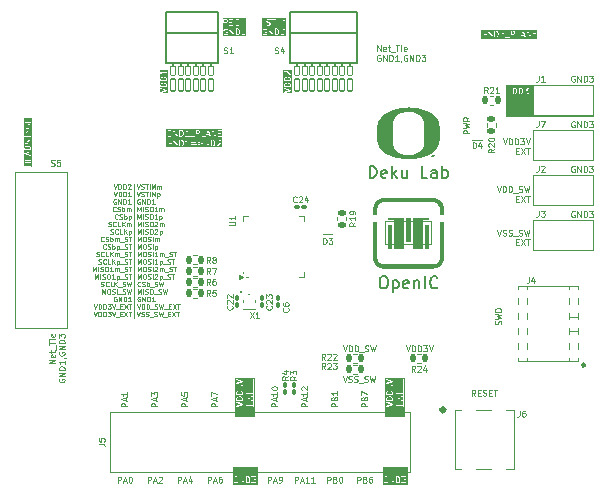
<source format=gbr>
%TF.GenerationSoftware,KiCad,Pcbnew,8.0.5*%
%TF.CreationDate,2025-10-24T05:58:17-05:00*%
%TF.ProjectId,iris-128s-adapter,69726973-2d31-4323-9873-2d6164617074,1.0.0*%
%TF.SameCoordinates,Original*%
%TF.FileFunction,Legend,Top*%
%TF.FilePolarity,Positive*%
%FSLAX46Y46*%
G04 Gerber Fmt 4.6, Leading zero omitted, Abs format (unit mm)*
G04 Created by KiCad (PCBNEW 8.0.5) date 2025-10-24 05:58:17*
%MOMM*%
%LPD*%
G01*
G04 APERTURE LIST*
G04 Aperture macros list*
%AMRoundRect*
0 Rectangle with rounded corners*
0 $1 Rounding radius*
0 $2 $3 $4 $5 $6 $7 $8 $9 X,Y pos of 4 corners*
0 Add a 4 corners polygon primitive as box body*
4,1,4,$2,$3,$4,$5,$6,$7,$8,$9,$2,$3,0*
0 Add four circle primitives for the rounded corners*
1,1,$1+$1,$2,$3*
1,1,$1+$1,$4,$5*
1,1,$1+$1,$6,$7*
1,1,$1+$1,$8,$9*
0 Add four rect primitives between the rounded corners*
20,1,$1+$1,$2,$3,$4,$5,0*
20,1,$1+$1,$4,$5,$6,$7,0*
20,1,$1+$1,$6,$7,$8,$9,0*
20,1,$1+$1,$8,$9,$2,$3,0*%
G04 Aperture macros list end*
%ADD10C,0.076200*%
%ADD11C,0.127000*%
%ADD12C,0.150000*%
%ADD13C,0.000000*%
%ADD14C,0.100000*%
%ADD15C,0.273607*%
%ADD16C,0.120000*%
%ADD17C,0.350000*%
%ADD18C,3.581400*%
%ADD19R,0.470000X0.520000*%
%ADD20RoundRect,0.050800X0.190500X0.381000X-0.190500X0.381000X-0.190500X-0.381000X0.190500X-0.381000X0*%
%ADD21RoundRect,0.050800X0.190500X0.508000X-0.190500X0.508000X-0.190500X-0.508000X0.190500X-0.508000X0*%
%ADD22R,2.794000X0.762000*%
%ADD23RoundRect,0.135000X-0.135000X-0.185000X0.135000X-0.185000X0.135000X0.185000X-0.135000X0.185000X0*%
%ADD24C,1.422400*%
%ADD25R,0.800000X0.800000*%
%ADD26RoundRect,0.100000X-0.100000X0.130000X-0.100000X-0.130000X0.100000X-0.130000X0.100000X0.130000X0*%
%ADD27R,0.762000X0.381000*%
%ADD28RoundRect,0.135000X0.135000X0.185000X-0.135000X0.185000X-0.135000X-0.185000X0.135000X-0.185000X0*%
%ADD29RoundRect,0.100000X-0.130000X-0.100000X0.130000X-0.100000X0.130000X0.100000X-0.130000X0.100000X0*%
%ADD30RoundRect,0.135000X0.185000X-0.135000X0.185000X0.135000X-0.185000X0.135000X-0.185000X-0.135000X0*%
%ADD31R,1.270000X1.270000*%
%ADD32RoundRect,0.135000X-0.185000X0.135000X-0.185000X-0.135000X0.185000X-0.135000X0.185000X0.135000X0*%
%ADD33R,0.250000X0.650000*%
%ADD34R,0.650000X0.250000*%
%ADD35R,3.600000X3.600000*%
G04 APERTURE END LIST*
D10*
X100916740Y-128338580D02*
X102943660Y-128338580D01*
X102943660Y-129044700D01*
X100916740Y-129044700D01*
X100916740Y-128338580D01*
G36*
X100916740Y-128338580D02*
G01*
X102943660Y-128338580D01*
X102943660Y-129044700D01*
X100916740Y-129044700D01*
X100916740Y-128338580D01*
G37*
X100916740Y-129044700D02*
X102943660Y-129044700D01*
X102943660Y-129743200D01*
X100916740Y-129743200D01*
X100916740Y-129044700D01*
X88216740Y-128338580D02*
X90243660Y-128338580D01*
X90243660Y-129044700D01*
X88216740Y-129044700D01*
X88216740Y-128338580D01*
G36*
X88216740Y-128338580D02*
G01*
X90243660Y-128338580D01*
X90243660Y-129044700D01*
X88216740Y-129044700D01*
X88216740Y-128338580D01*
G37*
X88422480Y-123271280D02*
X89982040Y-123271280D01*
X89982040Y-124043440D01*
X88422480Y-124043440D01*
X88422480Y-123271280D01*
G36*
X88422480Y-123271280D02*
G01*
X89982040Y-123271280D01*
X89982040Y-124043440D01*
X88422480Y-124043440D01*
X88422480Y-123271280D01*
G37*
X111358680Y-95986600D02*
X113649760Y-95986600D01*
X113649760Y-96149160D01*
X111358680Y-96149160D01*
X111358680Y-95986600D01*
G36*
X111358680Y-95986600D02*
G01*
X113649760Y-95986600D01*
X113649760Y-96149160D01*
X111358680Y-96149160D01*
X111358680Y-95986600D01*
G37*
X113337340Y-95986600D02*
X113649760Y-95986600D01*
X113649760Y-96845120D01*
X113337340Y-96845120D01*
X113337340Y-95986600D01*
G36*
X113337340Y-95986600D02*
G01*
X113649760Y-95986600D01*
X113649760Y-96845120D01*
X113337340Y-96845120D01*
X113337340Y-95986600D01*
G37*
X111358680Y-96845120D02*
X113649760Y-96845120D01*
X113649760Y-98577400D01*
X111358680Y-98577400D01*
X111358680Y-96845120D01*
G36*
X111358680Y-96845120D02*
G01*
X113649760Y-96845120D01*
X113649760Y-98577400D01*
X111358680Y-98577400D01*
X111358680Y-96845120D01*
G37*
X113649760Y-95986600D02*
X118745000Y-95986600D01*
X118745000Y-98577400D01*
X113649760Y-98577400D01*
X113649760Y-95986600D01*
X88216740Y-129044700D02*
X90243660Y-129044700D01*
X90243660Y-129743200D01*
X88216740Y-129743200D01*
X88216740Y-129044700D01*
X101122480Y-120797320D02*
X102682040Y-120797320D01*
X102682040Y-123271280D01*
X101122480Y-123271280D01*
X101122480Y-120797320D01*
X88422480Y-120797320D02*
X89982040Y-120797320D01*
X89982040Y-123271280D01*
X88422480Y-123271280D01*
X88422480Y-120797320D01*
X101122480Y-123271280D02*
X102682040Y-123271280D01*
X102682040Y-124043440D01*
X101122480Y-124043440D01*
X101122480Y-123271280D01*
G36*
X101122480Y-123271280D02*
G01*
X102682040Y-123271280D01*
X102682040Y-124043440D01*
X101122480Y-124043440D01*
X101122480Y-123271280D01*
G37*
X111358680Y-96149160D02*
X113337340Y-96149160D01*
X113337340Y-96845120D01*
X111358680Y-96845120D01*
X111358680Y-96149160D01*
X83557333Y-129654207D02*
X83557333Y-129146207D01*
X83557333Y-129146207D02*
X83750857Y-129146207D01*
X83750857Y-129146207D02*
X83799238Y-129170397D01*
X83799238Y-129170397D02*
X83823428Y-129194588D01*
X83823428Y-129194588D02*
X83847619Y-129242969D01*
X83847619Y-129242969D02*
X83847619Y-129315540D01*
X83847619Y-129315540D02*
X83823428Y-129363921D01*
X83823428Y-129363921D02*
X83799238Y-129388112D01*
X83799238Y-129388112D02*
X83750857Y-129412302D01*
X83750857Y-129412302D02*
X83557333Y-129412302D01*
X84041142Y-129509064D02*
X84283047Y-129509064D01*
X83992761Y-129654207D02*
X84162095Y-129146207D01*
X84162095Y-129146207D02*
X84331428Y-129654207D01*
X84718476Y-129315540D02*
X84718476Y-129654207D01*
X84597524Y-129122017D02*
X84476571Y-129484874D01*
X84476571Y-129484874D02*
X84791048Y-129484874D01*
X110562271Y-104543781D02*
X110731605Y-105051781D01*
X110731605Y-105051781D02*
X110900938Y-104543781D01*
X111070272Y-105051781D02*
X111070272Y-104543781D01*
X111070272Y-104543781D02*
X111191224Y-104543781D01*
X111191224Y-104543781D02*
X111263796Y-104567971D01*
X111263796Y-104567971D02*
X111312177Y-104616352D01*
X111312177Y-104616352D02*
X111336367Y-104664733D01*
X111336367Y-104664733D02*
X111360558Y-104761495D01*
X111360558Y-104761495D02*
X111360558Y-104834067D01*
X111360558Y-104834067D02*
X111336367Y-104930829D01*
X111336367Y-104930829D02*
X111312177Y-104979210D01*
X111312177Y-104979210D02*
X111263796Y-105027591D01*
X111263796Y-105027591D02*
X111191224Y-105051781D01*
X111191224Y-105051781D02*
X111070272Y-105051781D01*
X111578272Y-105051781D02*
X111578272Y-104543781D01*
X111578272Y-104543781D02*
X111699224Y-104543781D01*
X111699224Y-104543781D02*
X111771796Y-104567971D01*
X111771796Y-104567971D02*
X111820177Y-104616352D01*
X111820177Y-104616352D02*
X111844367Y-104664733D01*
X111844367Y-104664733D02*
X111868558Y-104761495D01*
X111868558Y-104761495D02*
X111868558Y-104834067D01*
X111868558Y-104834067D02*
X111844367Y-104930829D01*
X111844367Y-104930829D02*
X111820177Y-104979210D01*
X111820177Y-104979210D02*
X111771796Y-105027591D01*
X111771796Y-105027591D02*
X111699224Y-105051781D01*
X111699224Y-105051781D02*
X111578272Y-105051781D01*
X111965320Y-105100162D02*
X112352367Y-105100162D01*
X112449129Y-105027591D02*
X112521701Y-105051781D01*
X112521701Y-105051781D02*
X112642653Y-105051781D01*
X112642653Y-105051781D02*
X112691034Y-105027591D01*
X112691034Y-105027591D02*
X112715225Y-105003400D01*
X112715225Y-105003400D02*
X112739415Y-104955019D01*
X112739415Y-104955019D02*
X112739415Y-104906638D01*
X112739415Y-104906638D02*
X112715225Y-104858257D01*
X112715225Y-104858257D02*
X112691034Y-104834067D01*
X112691034Y-104834067D02*
X112642653Y-104809876D01*
X112642653Y-104809876D02*
X112545891Y-104785686D01*
X112545891Y-104785686D02*
X112497510Y-104761495D01*
X112497510Y-104761495D02*
X112473320Y-104737305D01*
X112473320Y-104737305D02*
X112449129Y-104688924D01*
X112449129Y-104688924D02*
X112449129Y-104640543D01*
X112449129Y-104640543D02*
X112473320Y-104592162D01*
X112473320Y-104592162D02*
X112497510Y-104567971D01*
X112497510Y-104567971D02*
X112545891Y-104543781D01*
X112545891Y-104543781D02*
X112666844Y-104543781D01*
X112666844Y-104543781D02*
X112739415Y-104567971D01*
X112908749Y-104543781D02*
X113029701Y-105051781D01*
X113029701Y-105051781D02*
X113126463Y-104688924D01*
X113126463Y-104688924D02*
X113223225Y-105051781D01*
X113223225Y-105051781D02*
X113344178Y-104543781D01*
X112207224Y-105603538D02*
X112376557Y-105603538D01*
X112449129Y-105869633D02*
X112207224Y-105869633D01*
X112207224Y-105869633D02*
X112207224Y-105361633D01*
X112207224Y-105361633D02*
X112449129Y-105361633D01*
X112618462Y-105361633D02*
X112957129Y-105869633D01*
X112957129Y-105361633D02*
X112618462Y-105869633D01*
X113078081Y-105361633D02*
X113368367Y-105361633D01*
X113223224Y-105869633D02*
X113223224Y-105361633D01*
G36*
X92987134Y-95863678D02*
G01*
X93026247Y-95883235D01*
X93063896Y-95920884D01*
X93083287Y-95979057D01*
X93083287Y-96055727D01*
X92651487Y-96055727D01*
X92651487Y-95979057D01*
X92670877Y-95920884D01*
X92708527Y-95883235D01*
X92747638Y-95863679D01*
X92835790Y-95841641D01*
X92898984Y-95841641D01*
X92987134Y-95863678D01*
G37*
G36*
X92987134Y-95355678D02*
G01*
X93026247Y-95375235D01*
X93063896Y-95412884D01*
X93083287Y-95471057D01*
X93083287Y-95547727D01*
X92651487Y-95547727D01*
X92651487Y-95471057D01*
X92670877Y-95412884D01*
X92708527Y-95375235D01*
X92747638Y-95355679D01*
X92835790Y-95333641D01*
X92898984Y-95333641D01*
X92987134Y-95355678D01*
G37*
G36*
X93215931Y-96696073D02*
G01*
X92518843Y-96696073D01*
X92518843Y-96258396D01*
X92575586Y-96258396D01*
X92576640Y-96273224D01*
X92583288Y-96286521D01*
X92594519Y-96296261D01*
X92601339Y-96299306D01*
X93000903Y-96432493D01*
X92601339Y-96565683D01*
X92594519Y-96568728D01*
X92583288Y-96578468D01*
X92576640Y-96591765D01*
X92575586Y-96606593D01*
X92580287Y-96620696D01*
X92590027Y-96631927D01*
X92603324Y-96638575D01*
X92618152Y-96639629D01*
X92625435Y-96637973D01*
X93133435Y-96468639D01*
X93140255Y-96465594D01*
X93142310Y-96463811D01*
X93144747Y-96462593D01*
X93147878Y-96458981D01*
X93151485Y-96455854D01*
X93152701Y-96453420D01*
X93154487Y-96451362D01*
X93155998Y-96446828D01*
X93158134Y-96442557D01*
X93158326Y-96439842D01*
X93159188Y-96437259D01*
X93158849Y-96432494D01*
X93159188Y-96427729D01*
X93158326Y-96425145D01*
X93158134Y-96422431D01*
X93155997Y-96418158D01*
X93154487Y-96413626D01*
X93152704Y-96411570D01*
X93151486Y-96409134D01*
X93147874Y-96406001D01*
X93144746Y-96402395D01*
X93142312Y-96401178D01*
X93140255Y-96399394D01*
X93133435Y-96396349D01*
X92625435Y-96227016D01*
X92618152Y-96225360D01*
X92603324Y-96226414D01*
X92590027Y-96233062D01*
X92580287Y-96244293D01*
X92575586Y-96258396D01*
X92518843Y-96258396D01*
X92518843Y-95972875D01*
X92575287Y-95972875D01*
X92575287Y-96093827D01*
X92576019Y-96101260D01*
X92581708Y-96114994D01*
X92592220Y-96125506D01*
X92605954Y-96131195D01*
X92613387Y-96131927D01*
X93121387Y-96131927D01*
X93128820Y-96131195D01*
X93142554Y-96125506D01*
X93153066Y-96114994D01*
X93158755Y-96101260D01*
X93159487Y-96093827D01*
X93159487Y-95972875D01*
X93159116Y-95969114D01*
X93159188Y-95968110D01*
X93158887Y-95966789D01*
X93158755Y-95965442D01*
X93158370Y-95964512D01*
X93157532Y-95960827D01*
X93133342Y-95888255D01*
X93130297Y-95881435D01*
X93129399Y-95880400D01*
X93128876Y-95879136D01*
X93124138Y-95873362D01*
X93075757Y-95824981D01*
X93072832Y-95822581D01*
X93072175Y-95821823D01*
X93071030Y-95821102D01*
X93069983Y-95820243D01*
X93069053Y-95819857D01*
X93065854Y-95817844D01*
X93017474Y-95793654D01*
X93016927Y-95793444D01*
X93016709Y-95793283D01*
X93013611Y-95792176D01*
X93010498Y-95790985D01*
X93010223Y-95790965D01*
X93009676Y-95790770D01*
X92912914Y-95766579D01*
X92911626Y-95766388D01*
X92911106Y-95766173D01*
X92908303Y-95765897D01*
X92905525Y-95765486D01*
X92904969Y-95765568D01*
X92903673Y-95765441D01*
X92831101Y-95765441D01*
X92829804Y-95765568D01*
X92829249Y-95765486D01*
X92826470Y-95765897D01*
X92823668Y-95766173D01*
X92823147Y-95766388D01*
X92821860Y-95766579D01*
X92725098Y-95790770D01*
X92724550Y-95790965D01*
X92724276Y-95790985D01*
X92721162Y-95792176D01*
X92718065Y-95793283D01*
X92717846Y-95793444D01*
X92717300Y-95793654D01*
X92668919Y-95817844D01*
X92665717Y-95819859D01*
X92664791Y-95820243D01*
X92663746Y-95821099D01*
X92662598Y-95821823D01*
X92661937Y-95822584D01*
X92659017Y-95824981D01*
X92610636Y-95873362D01*
X92605898Y-95879136D01*
X92605374Y-95880400D01*
X92604477Y-95881435D01*
X92601432Y-95888255D01*
X92577242Y-95960827D01*
X92576403Y-95964512D01*
X92576019Y-95965442D01*
X92575886Y-95966789D01*
X92575586Y-95968110D01*
X92575657Y-95969114D01*
X92575287Y-95972875D01*
X92518843Y-95972875D01*
X92518843Y-95464875D01*
X92575287Y-95464875D01*
X92575287Y-95585827D01*
X92576019Y-95593260D01*
X92581708Y-95606994D01*
X92592220Y-95617506D01*
X92605954Y-95623195D01*
X92613387Y-95623927D01*
X93121387Y-95623927D01*
X93128820Y-95623195D01*
X93142554Y-95617506D01*
X93153066Y-95606994D01*
X93158755Y-95593260D01*
X93159487Y-95585827D01*
X93159487Y-95464875D01*
X93159116Y-95461114D01*
X93159188Y-95460110D01*
X93158887Y-95458789D01*
X93158755Y-95457442D01*
X93158370Y-95456512D01*
X93157532Y-95452827D01*
X93133342Y-95380255D01*
X93130297Y-95373435D01*
X93129399Y-95372400D01*
X93128876Y-95371136D01*
X93124138Y-95365362D01*
X93075757Y-95316981D01*
X93072832Y-95314581D01*
X93072175Y-95313823D01*
X93071030Y-95313102D01*
X93069983Y-95312243D01*
X93069053Y-95311857D01*
X93065854Y-95309844D01*
X93017474Y-95285654D01*
X93016927Y-95285444D01*
X93016709Y-95285283D01*
X93013611Y-95284176D01*
X93010498Y-95282985D01*
X93010223Y-95282965D01*
X93009676Y-95282770D01*
X92912914Y-95258579D01*
X92911626Y-95258388D01*
X92911106Y-95258173D01*
X92908303Y-95257897D01*
X92905525Y-95257486D01*
X92904969Y-95257568D01*
X92903673Y-95257441D01*
X92831101Y-95257441D01*
X92829804Y-95257568D01*
X92829249Y-95257486D01*
X92826470Y-95257897D01*
X92823668Y-95258173D01*
X92823147Y-95258388D01*
X92821860Y-95258579D01*
X92725098Y-95282770D01*
X92724550Y-95282965D01*
X92724276Y-95282985D01*
X92721162Y-95284176D01*
X92718065Y-95285283D01*
X92717846Y-95285444D01*
X92717300Y-95285654D01*
X92668919Y-95309844D01*
X92665717Y-95311859D01*
X92664791Y-95312243D01*
X92663746Y-95313099D01*
X92662598Y-95313823D01*
X92661937Y-95314584D01*
X92659017Y-95316981D01*
X92610636Y-95365362D01*
X92605898Y-95371136D01*
X92605374Y-95372400D01*
X92604477Y-95373435D01*
X92601432Y-95380255D01*
X92577242Y-95452827D01*
X92576403Y-95456512D01*
X92576019Y-95457442D01*
X92575886Y-95458789D01*
X92575586Y-95460110D01*
X92575657Y-95461114D01*
X92575287Y-95464875D01*
X92518843Y-95464875D01*
X92518843Y-94908494D01*
X92575287Y-94908494D01*
X92575287Y-95029446D01*
X92576019Y-95036879D01*
X92576542Y-95038143D01*
X92576640Y-95039509D01*
X92579309Y-95046485D01*
X92603499Y-95094865D01*
X92605512Y-95098064D01*
X92605898Y-95098994D01*
X92606757Y-95100041D01*
X92607478Y-95101186D01*
X92608236Y-95101843D01*
X92610636Y-95104768D01*
X92634827Y-95128959D01*
X92640601Y-95133697D01*
X92654335Y-95139386D01*
X92669201Y-95139386D01*
X92682935Y-95133697D01*
X92693447Y-95123185D01*
X92699136Y-95109451D01*
X92699136Y-95094585D01*
X92693447Y-95080851D01*
X92688709Y-95075077D01*
X92668890Y-95055258D01*
X92651487Y-95020451D01*
X92651487Y-94917488D01*
X92668890Y-94882681D01*
X92684337Y-94867235D01*
X92719143Y-94849832D01*
X92752347Y-94849832D01*
X92810520Y-94869223D01*
X93094446Y-95153148D01*
X93100219Y-95157887D01*
X93104241Y-95159553D01*
X93113954Y-95163576D01*
X93128820Y-95163576D01*
X93142554Y-95157887D01*
X93153066Y-95147375D01*
X93158755Y-95133641D01*
X93159487Y-95126208D01*
X93159487Y-94811732D01*
X93158755Y-94804299D01*
X93153066Y-94790565D01*
X93142554Y-94780053D01*
X93128820Y-94774364D01*
X93113954Y-94774364D01*
X93100220Y-94780053D01*
X93089708Y-94790565D01*
X93084019Y-94804299D01*
X93083287Y-94811732D01*
X93083287Y-95034226D01*
X92858042Y-94808981D01*
X92852268Y-94804243D01*
X92851003Y-94803719D01*
X92849969Y-94802822D01*
X92843149Y-94799777D01*
X92770578Y-94775587D01*
X92766892Y-94774748D01*
X92765963Y-94774364D01*
X92764615Y-94774231D01*
X92763295Y-94773931D01*
X92762290Y-94774002D01*
X92758530Y-94773632D01*
X92710149Y-94773632D01*
X92702716Y-94774364D01*
X92701451Y-94774887D01*
X92700086Y-94774985D01*
X92693110Y-94777654D01*
X92644729Y-94801844D01*
X92641527Y-94803859D01*
X92640601Y-94804243D01*
X92639556Y-94805099D01*
X92638408Y-94805823D01*
X92637747Y-94806584D01*
X92634827Y-94808981D01*
X92610636Y-94833172D01*
X92608236Y-94836096D01*
X92607478Y-94836754D01*
X92606757Y-94837898D01*
X92605898Y-94838946D01*
X92605512Y-94839875D01*
X92603499Y-94843075D01*
X92579309Y-94891455D01*
X92576640Y-94898431D01*
X92576542Y-94899796D01*
X92576019Y-94901061D01*
X92575287Y-94908494D01*
X92518843Y-94908494D01*
X92518843Y-94717188D01*
X93215931Y-94717188D01*
X93215931Y-96696073D01*
G37*
X117157798Y-95220757D02*
X117109417Y-95196567D01*
X117109417Y-95196567D02*
X117036846Y-95196567D01*
X117036846Y-95196567D02*
X116964274Y-95220757D01*
X116964274Y-95220757D02*
X116915893Y-95269138D01*
X116915893Y-95269138D02*
X116891703Y-95317519D01*
X116891703Y-95317519D02*
X116867512Y-95414281D01*
X116867512Y-95414281D02*
X116867512Y-95486853D01*
X116867512Y-95486853D02*
X116891703Y-95583615D01*
X116891703Y-95583615D02*
X116915893Y-95631996D01*
X116915893Y-95631996D02*
X116964274Y-95680377D01*
X116964274Y-95680377D02*
X117036846Y-95704567D01*
X117036846Y-95704567D02*
X117085227Y-95704567D01*
X117085227Y-95704567D02*
X117157798Y-95680377D01*
X117157798Y-95680377D02*
X117181989Y-95656186D01*
X117181989Y-95656186D02*
X117181989Y-95486853D01*
X117181989Y-95486853D02*
X117085227Y-95486853D01*
X117399703Y-95704567D02*
X117399703Y-95196567D01*
X117399703Y-95196567D02*
X117689989Y-95704567D01*
X117689989Y-95704567D02*
X117689989Y-95196567D01*
X117931893Y-95704567D02*
X117931893Y-95196567D01*
X117931893Y-95196567D02*
X118052845Y-95196567D01*
X118052845Y-95196567D02*
X118125417Y-95220757D01*
X118125417Y-95220757D02*
X118173798Y-95269138D01*
X118173798Y-95269138D02*
X118197988Y-95317519D01*
X118197988Y-95317519D02*
X118222179Y-95414281D01*
X118222179Y-95414281D02*
X118222179Y-95486853D01*
X118222179Y-95486853D02*
X118197988Y-95583615D01*
X118197988Y-95583615D02*
X118173798Y-95631996D01*
X118173798Y-95631996D02*
X118125417Y-95680377D01*
X118125417Y-95680377D02*
X118052845Y-95704567D01*
X118052845Y-95704567D02*
X117931893Y-95704567D01*
X118391512Y-95196567D02*
X118705988Y-95196567D01*
X118705988Y-95196567D02*
X118536655Y-95390091D01*
X118536655Y-95390091D02*
X118609226Y-95390091D01*
X118609226Y-95390091D02*
X118657607Y-95414281D01*
X118657607Y-95414281D02*
X118681798Y-95438472D01*
X118681798Y-95438472D02*
X118705988Y-95486853D01*
X118705988Y-95486853D02*
X118705988Y-95607805D01*
X118705988Y-95607805D02*
X118681798Y-95656186D01*
X118681798Y-95656186D02*
X118657607Y-95680377D01*
X118657607Y-95680377D02*
X118609226Y-95704567D01*
X118609226Y-95704567D02*
X118464083Y-95704567D01*
X118464083Y-95704567D02*
X118415702Y-95680377D01*
X118415702Y-95680377D02*
X118391512Y-95656186D01*
X77299335Y-109192840D02*
X77279983Y-109212193D01*
X77279983Y-109212193D02*
X77221925Y-109231545D01*
X77221925Y-109231545D02*
X77183221Y-109231545D01*
X77183221Y-109231545D02*
X77125164Y-109212193D01*
X77125164Y-109212193D02*
X77086459Y-109173488D01*
X77086459Y-109173488D02*
X77067106Y-109134783D01*
X77067106Y-109134783D02*
X77047754Y-109057373D01*
X77047754Y-109057373D02*
X77047754Y-108999316D01*
X77047754Y-108999316D02*
X77067106Y-108921907D01*
X77067106Y-108921907D02*
X77086459Y-108883202D01*
X77086459Y-108883202D02*
X77125164Y-108844497D01*
X77125164Y-108844497D02*
X77183221Y-108825145D01*
X77183221Y-108825145D02*
X77221925Y-108825145D01*
X77221925Y-108825145D02*
X77279983Y-108844497D01*
X77279983Y-108844497D02*
X77299335Y-108863850D01*
X77454154Y-109212193D02*
X77512211Y-109231545D01*
X77512211Y-109231545D02*
X77608973Y-109231545D01*
X77608973Y-109231545D02*
X77647678Y-109212193D01*
X77647678Y-109212193D02*
X77667030Y-109192840D01*
X77667030Y-109192840D02*
X77686383Y-109154135D01*
X77686383Y-109154135D02*
X77686383Y-109115431D01*
X77686383Y-109115431D02*
X77667030Y-109076726D01*
X77667030Y-109076726D02*
X77647678Y-109057373D01*
X77647678Y-109057373D02*
X77608973Y-109038021D01*
X77608973Y-109038021D02*
X77531564Y-109018669D01*
X77531564Y-109018669D02*
X77492859Y-108999316D01*
X77492859Y-108999316D02*
X77473506Y-108979964D01*
X77473506Y-108979964D02*
X77454154Y-108941259D01*
X77454154Y-108941259D02*
X77454154Y-108902554D01*
X77454154Y-108902554D02*
X77473506Y-108863850D01*
X77473506Y-108863850D02*
X77492859Y-108844497D01*
X77492859Y-108844497D02*
X77531564Y-108825145D01*
X77531564Y-108825145D02*
X77628325Y-108825145D01*
X77628325Y-108825145D02*
X77686383Y-108844497D01*
X77860554Y-109231545D02*
X77860554Y-108825145D01*
X77860554Y-108979964D02*
X77899259Y-108960612D01*
X77899259Y-108960612D02*
X77976669Y-108960612D01*
X77976669Y-108960612D02*
X78015373Y-108979964D01*
X78015373Y-108979964D02*
X78034726Y-108999316D01*
X78034726Y-108999316D02*
X78054078Y-109038021D01*
X78054078Y-109038021D02*
X78054078Y-109154135D01*
X78054078Y-109154135D02*
X78034726Y-109192840D01*
X78034726Y-109192840D02*
X78015373Y-109212193D01*
X78015373Y-109212193D02*
X77976669Y-109231545D01*
X77976669Y-109231545D02*
X77899259Y-109231545D01*
X77899259Y-109231545D02*
X77860554Y-109212193D01*
X78228249Y-109231545D02*
X78228249Y-108960612D01*
X78228249Y-108999316D02*
X78247602Y-108979964D01*
X78247602Y-108979964D02*
X78286307Y-108960612D01*
X78286307Y-108960612D02*
X78344364Y-108960612D01*
X78344364Y-108960612D02*
X78383068Y-108979964D01*
X78383068Y-108979964D02*
X78402421Y-109018669D01*
X78402421Y-109018669D02*
X78402421Y-109231545D01*
X78402421Y-109018669D02*
X78421773Y-108979964D01*
X78421773Y-108979964D02*
X78460478Y-108960612D01*
X78460478Y-108960612D02*
X78518535Y-108960612D01*
X78518535Y-108960612D02*
X78557240Y-108979964D01*
X78557240Y-108979964D02*
X78576592Y-109018669D01*
X78576592Y-109018669D02*
X78576592Y-109231545D01*
X78673355Y-109270250D02*
X78982993Y-109270250D01*
X79060402Y-109212193D02*
X79118459Y-109231545D01*
X79118459Y-109231545D02*
X79215221Y-109231545D01*
X79215221Y-109231545D02*
X79253926Y-109212193D01*
X79253926Y-109212193D02*
X79273278Y-109192840D01*
X79273278Y-109192840D02*
X79292631Y-109154135D01*
X79292631Y-109154135D02*
X79292631Y-109115431D01*
X79292631Y-109115431D02*
X79273278Y-109076726D01*
X79273278Y-109076726D02*
X79253926Y-109057373D01*
X79253926Y-109057373D02*
X79215221Y-109038021D01*
X79215221Y-109038021D02*
X79137812Y-109018669D01*
X79137812Y-109018669D02*
X79099107Y-108999316D01*
X79099107Y-108999316D02*
X79079754Y-108979964D01*
X79079754Y-108979964D02*
X79060402Y-108941259D01*
X79060402Y-108941259D02*
X79060402Y-108902554D01*
X79060402Y-108902554D02*
X79079754Y-108863850D01*
X79079754Y-108863850D02*
X79099107Y-108844497D01*
X79099107Y-108844497D02*
X79137812Y-108825145D01*
X79137812Y-108825145D02*
X79234573Y-108825145D01*
X79234573Y-108825145D02*
X79292631Y-108844497D01*
X79408745Y-108825145D02*
X79640974Y-108825145D01*
X79524860Y-109231545D02*
X79524860Y-108825145D01*
X79873202Y-109367012D02*
X79873202Y-108786440D01*
X80163488Y-109231545D02*
X80163488Y-108825145D01*
X80163488Y-108825145D02*
X80298955Y-109115431D01*
X80298955Y-109115431D02*
X80434422Y-108825145D01*
X80434422Y-108825145D02*
X80434422Y-109231545D01*
X80705355Y-108825145D02*
X80782764Y-108825145D01*
X80782764Y-108825145D02*
X80821469Y-108844497D01*
X80821469Y-108844497D02*
X80860174Y-108883202D01*
X80860174Y-108883202D02*
X80879526Y-108960612D01*
X80879526Y-108960612D02*
X80879526Y-109096078D01*
X80879526Y-109096078D02*
X80860174Y-109173488D01*
X80860174Y-109173488D02*
X80821469Y-109212193D01*
X80821469Y-109212193D02*
X80782764Y-109231545D01*
X80782764Y-109231545D02*
X80705355Y-109231545D01*
X80705355Y-109231545D02*
X80666650Y-109212193D01*
X80666650Y-109212193D02*
X80627945Y-109173488D01*
X80627945Y-109173488D02*
X80608593Y-109096078D01*
X80608593Y-109096078D02*
X80608593Y-108960612D01*
X80608593Y-108960612D02*
X80627945Y-108883202D01*
X80627945Y-108883202D02*
X80666650Y-108844497D01*
X80666650Y-108844497D02*
X80705355Y-108825145D01*
X81034345Y-109212193D02*
X81092402Y-109231545D01*
X81092402Y-109231545D02*
X81189164Y-109231545D01*
X81189164Y-109231545D02*
X81227869Y-109212193D01*
X81227869Y-109212193D02*
X81247221Y-109192840D01*
X81247221Y-109192840D02*
X81266574Y-109154135D01*
X81266574Y-109154135D02*
X81266574Y-109115431D01*
X81266574Y-109115431D02*
X81247221Y-109076726D01*
X81247221Y-109076726D02*
X81227869Y-109057373D01*
X81227869Y-109057373D02*
X81189164Y-109038021D01*
X81189164Y-109038021D02*
X81111755Y-109018669D01*
X81111755Y-109018669D02*
X81073050Y-108999316D01*
X81073050Y-108999316D02*
X81053697Y-108979964D01*
X81053697Y-108979964D02*
X81034345Y-108941259D01*
X81034345Y-108941259D02*
X81034345Y-108902554D01*
X81034345Y-108902554D02*
X81053697Y-108863850D01*
X81053697Y-108863850D02*
X81073050Y-108844497D01*
X81073050Y-108844497D02*
X81111755Y-108825145D01*
X81111755Y-108825145D02*
X81208516Y-108825145D01*
X81208516Y-108825145D02*
X81266574Y-108844497D01*
X81440745Y-109231545D02*
X81440745Y-108825145D01*
X81634269Y-109231545D02*
X81634269Y-108960612D01*
X81634269Y-108999316D02*
X81653622Y-108979964D01*
X81653622Y-108979964D02*
X81692327Y-108960612D01*
X81692327Y-108960612D02*
X81750384Y-108960612D01*
X81750384Y-108960612D02*
X81789088Y-108979964D01*
X81789088Y-108979964D02*
X81808441Y-109018669D01*
X81808441Y-109018669D02*
X81808441Y-109231545D01*
X81808441Y-109018669D02*
X81827793Y-108979964D01*
X81827793Y-108979964D02*
X81866498Y-108960612D01*
X81866498Y-108960612D02*
X81924555Y-108960612D01*
X81924555Y-108960612D02*
X81963260Y-108979964D01*
X81963260Y-108979964D02*
X81982612Y-109018669D01*
X81982612Y-109018669D02*
X81982612Y-109231545D01*
G36*
X91997513Y-91301803D02*
G01*
X92035163Y-91339453D01*
X92054718Y-91378564D01*
X92076757Y-91466716D01*
X92076757Y-91529909D01*
X92054718Y-91618061D01*
X92035163Y-91657173D01*
X91997513Y-91694822D01*
X91939340Y-91714213D01*
X91862671Y-91714213D01*
X91862671Y-91282413D01*
X91939340Y-91282413D01*
X91997513Y-91301803D01*
G37*
G36*
X92693210Y-91846857D02*
G01*
X90665646Y-91846857D01*
X90665646Y-91462027D01*
X90722090Y-91462027D01*
X90722090Y-91534599D01*
X90722217Y-91535895D01*
X90722135Y-91536451D01*
X90722546Y-91539229D01*
X90722822Y-91542032D01*
X90723037Y-91542552D01*
X90723228Y-91543840D01*
X90747419Y-91640602D01*
X90747614Y-91641149D01*
X90747634Y-91641424D01*
X90748825Y-91644537D01*
X90749932Y-91647635D01*
X90750093Y-91647853D01*
X90750303Y-91648400D01*
X90774493Y-91696780D01*
X90776506Y-91699979D01*
X90776892Y-91700909D01*
X90777751Y-91701956D01*
X90778472Y-91703101D01*
X90779230Y-91703758D01*
X90781630Y-91706683D01*
X90830011Y-91755064D01*
X90835785Y-91759802D01*
X90837049Y-91760325D01*
X90838084Y-91761223D01*
X90844904Y-91764268D01*
X90917476Y-91788458D01*
X90921161Y-91789296D01*
X90922091Y-91789681D01*
X90923438Y-91789813D01*
X90924759Y-91790114D01*
X90925763Y-91790042D01*
X90929524Y-91790413D01*
X90977905Y-91790413D01*
X90981665Y-91790042D01*
X90982670Y-91790114D01*
X90983990Y-91789813D01*
X90985338Y-91789681D01*
X90986267Y-91789296D01*
X90989953Y-91788458D01*
X91062524Y-91764268D01*
X91069344Y-91761223D01*
X91070378Y-91760325D01*
X91071643Y-91759802D01*
X91077417Y-91755064D01*
X91101608Y-91730873D01*
X91106346Y-91725099D01*
X91112035Y-91711365D01*
X91112767Y-91703932D01*
X91112767Y-91534599D01*
X91112035Y-91527166D01*
X91106346Y-91513432D01*
X91095834Y-91502920D01*
X91082100Y-91497231D01*
X91074667Y-91496499D01*
X90977905Y-91496499D01*
X90970472Y-91497231D01*
X90956738Y-91502920D01*
X90946226Y-91513432D01*
X90940537Y-91527166D01*
X90940537Y-91542032D01*
X90946226Y-91555766D01*
X90956738Y-91566278D01*
X90970472Y-91571967D01*
X90977905Y-91572699D01*
X91036567Y-91572699D01*
X91036567Y-91688150D01*
X91029895Y-91694822D01*
X90971722Y-91714213D01*
X90935707Y-91714213D01*
X90877533Y-91694822D01*
X90839884Y-91657173D01*
X90820327Y-91618060D01*
X90798290Y-91529909D01*
X90798290Y-91466716D01*
X90820327Y-91378565D01*
X90839884Y-91339452D01*
X90877533Y-91301803D01*
X90935707Y-91282413D01*
X90993100Y-91282413D01*
X91033437Y-91302581D01*
X91040413Y-91305250D01*
X91055241Y-91306304D01*
X91069344Y-91301602D01*
X91080575Y-91291862D01*
X91087223Y-91278566D01*
X91088276Y-91263737D01*
X91083575Y-91249634D01*
X91078960Y-91244313D01*
X91254281Y-91244313D01*
X91254281Y-91752313D01*
X91255013Y-91759746D01*
X91260702Y-91773480D01*
X91271214Y-91783992D01*
X91284948Y-91789681D01*
X91299814Y-91789681D01*
X91313548Y-91783992D01*
X91324060Y-91773480D01*
X91329749Y-91759746D01*
X91330481Y-91752313D01*
X91330481Y-91387780D01*
X91549587Y-91771216D01*
X91550699Y-91772783D01*
X91550988Y-91773480D01*
X91551697Y-91774189D01*
X91553910Y-91777307D01*
X91557921Y-91780413D01*
X91561500Y-91783992D01*
X91563742Y-91784920D01*
X91565664Y-91786409D01*
X91570554Y-91787742D01*
X91575234Y-91789681D01*
X91577663Y-91789681D01*
X91580006Y-91790320D01*
X91585034Y-91789681D01*
X91590100Y-91789681D01*
X91592341Y-91788752D01*
X91594753Y-91788446D01*
X91599157Y-91785929D01*
X91603834Y-91783992D01*
X91605549Y-91782276D01*
X91607661Y-91781070D01*
X91610766Y-91777059D01*
X91614346Y-91773480D01*
X91615274Y-91771237D01*
X91616762Y-91769317D01*
X91618095Y-91764428D01*
X91620035Y-91759746D01*
X91620409Y-91755944D01*
X91620674Y-91754974D01*
X91620578Y-91754224D01*
X91620767Y-91752313D01*
X91620767Y-91244313D01*
X91786471Y-91244313D01*
X91786471Y-91752313D01*
X91787203Y-91759746D01*
X91792892Y-91773480D01*
X91803404Y-91783992D01*
X91817138Y-91789681D01*
X91824571Y-91790413D01*
X91945523Y-91790413D01*
X91949283Y-91790042D01*
X91950288Y-91790114D01*
X91951608Y-91789813D01*
X91952956Y-91789681D01*
X91953885Y-91789296D01*
X91957571Y-91788458D01*
X92030143Y-91764268D01*
X92036963Y-91761223D01*
X92037997Y-91760325D01*
X92039262Y-91759802D01*
X92045036Y-91755064D01*
X92055220Y-91744880D01*
X92246822Y-91744880D01*
X92246822Y-91759746D01*
X92252511Y-91773480D01*
X92263023Y-91783992D01*
X92276757Y-91789681D01*
X92284190Y-91790413D01*
X92598666Y-91790413D01*
X92606099Y-91789681D01*
X92619833Y-91783992D01*
X92630345Y-91773480D01*
X92636034Y-91759746D01*
X92636034Y-91744880D01*
X92630345Y-91731146D01*
X92619833Y-91720634D01*
X92606099Y-91714945D01*
X92598666Y-91714213D01*
X92376172Y-91714213D01*
X92601416Y-91488968D01*
X92606155Y-91483195D01*
X92606679Y-91481928D01*
X92607576Y-91480895D01*
X92610621Y-91474075D01*
X92634811Y-91401505D01*
X92635649Y-91397817D01*
X92636034Y-91396889D01*
X92636166Y-91395543D01*
X92636467Y-91394222D01*
X92636395Y-91393217D01*
X92636766Y-91389456D01*
X92636766Y-91341075D01*
X92636034Y-91333642D01*
X92635510Y-91332377D01*
X92635413Y-91331012D01*
X92632744Y-91324036D01*
X92608554Y-91275655D01*
X92606538Y-91272453D01*
X92606155Y-91271527D01*
X92605298Y-91270482D01*
X92604575Y-91269334D01*
X92603813Y-91268673D01*
X92601417Y-91265753D01*
X92577226Y-91241562D01*
X92574301Y-91239162D01*
X92573644Y-91238404D01*
X92572499Y-91237683D01*
X92571452Y-91236824D01*
X92570522Y-91236438D01*
X92567323Y-91234425D01*
X92518943Y-91210235D01*
X92511967Y-91207566D01*
X92510601Y-91207468D01*
X92509337Y-91206945D01*
X92501904Y-91206213D01*
X92380952Y-91206213D01*
X92373519Y-91206945D01*
X92372254Y-91207468D01*
X92370889Y-91207566D01*
X92363913Y-91210235D01*
X92315532Y-91234425D01*
X92312330Y-91236440D01*
X92311404Y-91236824D01*
X92310359Y-91237680D01*
X92309211Y-91238404D01*
X92308550Y-91239165D01*
X92305630Y-91241562D01*
X92281439Y-91265753D01*
X92276701Y-91271527D01*
X92271012Y-91285261D01*
X92271012Y-91300127D01*
X92276701Y-91313861D01*
X92287213Y-91324373D01*
X92300947Y-91330062D01*
X92315813Y-91330062D01*
X92329547Y-91324373D01*
X92335321Y-91319635D01*
X92355140Y-91299816D01*
X92389946Y-91282413D01*
X92492909Y-91282413D01*
X92527716Y-91299816D01*
X92543163Y-91315263D01*
X92560566Y-91350069D01*
X92560566Y-91383273D01*
X92541174Y-91441447D01*
X92257249Y-91725372D01*
X92252511Y-91731146D01*
X92246822Y-91744880D01*
X92055220Y-91744880D01*
X92093417Y-91706683D01*
X92095813Y-91703762D01*
X92096575Y-91703102D01*
X92097298Y-91701953D01*
X92098155Y-91700909D01*
X92098538Y-91699982D01*
X92100554Y-91696781D01*
X92124744Y-91648400D01*
X92124953Y-91647853D01*
X92125115Y-91647635D01*
X92126221Y-91644537D01*
X92127413Y-91641424D01*
X92127432Y-91641149D01*
X92127628Y-91640602D01*
X92151819Y-91543840D01*
X92152009Y-91542552D01*
X92152225Y-91542032D01*
X92152500Y-91539229D01*
X92152912Y-91536451D01*
X92152829Y-91535895D01*
X92152957Y-91534599D01*
X92152957Y-91462027D01*
X92152829Y-91460730D01*
X92152912Y-91460175D01*
X92152500Y-91457396D01*
X92152225Y-91454594D01*
X92152009Y-91454073D01*
X92151819Y-91452786D01*
X92127628Y-91356024D01*
X92127432Y-91355476D01*
X92127413Y-91355202D01*
X92126221Y-91352088D01*
X92125115Y-91348991D01*
X92124953Y-91348772D01*
X92124744Y-91348226D01*
X92100554Y-91299845D01*
X92098538Y-91296643D01*
X92098155Y-91295717D01*
X92097298Y-91294672D01*
X92096575Y-91293524D01*
X92095813Y-91292863D01*
X92093417Y-91289943D01*
X92045036Y-91241562D01*
X92039262Y-91236824D01*
X92037997Y-91236300D01*
X92036963Y-91235403D01*
X92030143Y-91232358D01*
X91957571Y-91208168D01*
X91953885Y-91207329D01*
X91952956Y-91206945D01*
X91951608Y-91206812D01*
X91950288Y-91206512D01*
X91949283Y-91206583D01*
X91945523Y-91206213D01*
X91824571Y-91206213D01*
X91817138Y-91206945D01*
X91803404Y-91212634D01*
X91792892Y-91223146D01*
X91787203Y-91236880D01*
X91786471Y-91244313D01*
X91620767Y-91244313D01*
X91620035Y-91236880D01*
X91614346Y-91223146D01*
X91603834Y-91212634D01*
X91590100Y-91206945D01*
X91575234Y-91206945D01*
X91561500Y-91212634D01*
X91550988Y-91223146D01*
X91545299Y-91236880D01*
X91544567Y-91244313D01*
X91544567Y-91608845D01*
X91325461Y-91225410D01*
X91324348Y-91223843D01*
X91324060Y-91223146D01*
X91323349Y-91222435D01*
X91321138Y-91219320D01*
X91317131Y-91216217D01*
X91313548Y-91212634D01*
X91311303Y-91211704D01*
X91309384Y-91210218D01*
X91304498Y-91208885D01*
X91299814Y-91206945D01*
X91297385Y-91206945D01*
X91295042Y-91206306D01*
X91290016Y-91206945D01*
X91284948Y-91206945D01*
X91282703Y-91207874D01*
X91280295Y-91208181D01*
X91275895Y-91210694D01*
X91271214Y-91212634D01*
X91269497Y-91214350D01*
X91267388Y-91215556D01*
X91264285Y-91219562D01*
X91260702Y-91223146D01*
X91259772Y-91225390D01*
X91258286Y-91227310D01*
X91256953Y-91232195D01*
X91255013Y-91236880D01*
X91254638Y-91240682D01*
X91254374Y-91241652D01*
X91254469Y-91242401D01*
X91254281Y-91244313D01*
X91078960Y-91244313D01*
X91073835Y-91238404D01*
X91067514Y-91234425D01*
X91019134Y-91210235D01*
X91012158Y-91207566D01*
X91010792Y-91207468D01*
X91009528Y-91206945D01*
X91002095Y-91206213D01*
X90929524Y-91206213D01*
X90925763Y-91206583D01*
X90924759Y-91206512D01*
X90923438Y-91206812D01*
X90922091Y-91206945D01*
X90921161Y-91207329D01*
X90917476Y-91208168D01*
X90844904Y-91232358D01*
X90838084Y-91235403D01*
X90837049Y-91236300D01*
X90835785Y-91236824D01*
X90830011Y-91241562D01*
X90781630Y-91289943D01*
X90779230Y-91292867D01*
X90778472Y-91293525D01*
X90777751Y-91294669D01*
X90776892Y-91295717D01*
X90776506Y-91296646D01*
X90774493Y-91299846D01*
X90750303Y-91348226D01*
X90750093Y-91348772D01*
X90749932Y-91348991D01*
X90748825Y-91352088D01*
X90747634Y-91355202D01*
X90747614Y-91355476D01*
X90747419Y-91356024D01*
X90723228Y-91452786D01*
X90723037Y-91454073D01*
X90722822Y-91454594D01*
X90722546Y-91457396D01*
X90722135Y-91460175D01*
X90722217Y-91460730D01*
X90722090Y-91462027D01*
X90665646Y-91462027D01*
X90665646Y-90523224D01*
X91060756Y-90523224D01*
X91060756Y-90571605D01*
X91061488Y-90579038D01*
X91062011Y-90580302D01*
X91062109Y-90581669D01*
X91064778Y-90588644D01*
X91088970Y-90637025D01*
X91090983Y-90640223D01*
X91091368Y-90641153D01*
X91092225Y-90642198D01*
X91092948Y-90643346D01*
X91093709Y-90644006D01*
X91096106Y-90646927D01*
X91120296Y-90671117D01*
X91123216Y-90673513D01*
X91123877Y-90674275D01*
X91125025Y-90674998D01*
X91126070Y-90675855D01*
X91126996Y-90676238D01*
X91130198Y-90678254D01*
X91178579Y-90702445D01*
X91179122Y-90702653D01*
X91179344Y-90702817D01*
X91182457Y-90703928D01*
X91185555Y-90705114D01*
X91185830Y-90705133D01*
X91186378Y-90705329D01*
X91279081Y-90728505D01*
X91318193Y-90748061D01*
X91333639Y-90763507D01*
X91351042Y-90798313D01*
X91351042Y-90828706D01*
X91333639Y-90863512D01*
X91318192Y-90878958D01*
X91283385Y-90896362D01*
X91177611Y-90896362D01*
X91110904Y-90874127D01*
X91103621Y-90872471D01*
X91088793Y-90873525D01*
X91075496Y-90880174D01*
X91065756Y-90891404D01*
X91061055Y-90905507D01*
X91062109Y-90920335D01*
X91068758Y-90933632D01*
X91079988Y-90943372D01*
X91086808Y-90946417D01*
X91159380Y-90970607D01*
X91163065Y-90971445D01*
X91163995Y-90971830D01*
X91165342Y-90971962D01*
X91166663Y-90972263D01*
X91167667Y-90972191D01*
X91171428Y-90972562D01*
X91292380Y-90972562D01*
X91299813Y-90971830D01*
X91301077Y-90971306D01*
X91302443Y-90971209D01*
X91309419Y-90968540D01*
X91357799Y-90944350D01*
X91360998Y-90942336D01*
X91361928Y-90941951D01*
X91362975Y-90941091D01*
X91364120Y-90940371D01*
X91364777Y-90939612D01*
X91367702Y-90937213D01*
X91391893Y-90913022D01*
X91394289Y-90910101D01*
X91395051Y-90909441D01*
X91395774Y-90908292D01*
X91396631Y-90907248D01*
X91397014Y-90906321D01*
X91399030Y-90903120D01*
X91423220Y-90854739D01*
X91425889Y-90847763D01*
X91425986Y-90846397D01*
X91426510Y-90845133D01*
X91427242Y-90837700D01*
X91427242Y-90789319D01*
X91426510Y-90781886D01*
X91425986Y-90780621D01*
X91425889Y-90779256D01*
X91423220Y-90772280D01*
X91399030Y-90723899D01*
X91397016Y-90720699D01*
X91396631Y-90719770D01*
X91395771Y-90718723D01*
X91395051Y-90717578D01*
X91394291Y-90716919D01*
X91391893Y-90713997D01*
X91367701Y-90689807D01*
X91364780Y-90687409D01*
X91364121Y-90686649D01*
X91362976Y-90685928D01*
X91361928Y-90685068D01*
X91360994Y-90684681D01*
X91357800Y-90682671D01*
X91309419Y-90658479D01*
X91308875Y-90658270D01*
X91308654Y-90658107D01*
X91305542Y-90656995D01*
X91302444Y-90655810D01*
X91302168Y-90655790D01*
X91301621Y-90655595D01*
X91208916Y-90632419D01*
X91169806Y-90612863D01*
X91154359Y-90597416D01*
X91136956Y-90562609D01*
X91136956Y-90532219D01*
X91154360Y-90497410D01*
X91169806Y-90481965D01*
X91204612Y-90464562D01*
X91310388Y-90464562D01*
X91377093Y-90486797D01*
X91384376Y-90488453D01*
X91399205Y-90487399D01*
X91412501Y-90480750D01*
X91422242Y-90469520D01*
X91426943Y-90455417D01*
X91425888Y-90440589D01*
X91419240Y-90427292D01*
X91409713Y-90419029D01*
X91496917Y-90419029D01*
X91496917Y-90433895D01*
X91502606Y-90447629D01*
X91513118Y-90458141D01*
X91526852Y-90463830D01*
X91534285Y-90464562D01*
X91641328Y-90464562D01*
X91641328Y-90934462D01*
X91642060Y-90941895D01*
X91647749Y-90955629D01*
X91658261Y-90966141D01*
X91671995Y-90971830D01*
X91686861Y-90971830D01*
X91700595Y-90966141D01*
X91711107Y-90955629D01*
X91716796Y-90941895D01*
X91717528Y-90934462D01*
X91717528Y-90464562D01*
X91824571Y-90464562D01*
X91832004Y-90463830D01*
X91845738Y-90458141D01*
X91856250Y-90447629D01*
X91861939Y-90433895D01*
X91861939Y-90426462D01*
X91955805Y-90426462D01*
X91955805Y-90934462D01*
X91956537Y-90941895D01*
X91962226Y-90955629D01*
X91972738Y-90966141D01*
X91986472Y-90971830D01*
X92001338Y-90971830D01*
X92015072Y-90966141D01*
X92025584Y-90955629D01*
X92031273Y-90941895D01*
X92032005Y-90934462D01*
X92032005Y-90426462D01*
X92197710Y-90426462D01*
X92197710Y-90934462D01*
X92198442Y-90941895D01*
X92204131Y-90955629D01*
X92214643Y-90966141D01*
X92228377Y-90971830D01*
X92243243Y-90971830D01*
X92256977Y-90966141D01*
X92267489Y-90955629D01*
X92273178Y-90941895D01*
X92273910Y-90934462D01*
X92273910Y-90598201D01*
X92370617Y-90805431D01*
X92372229Y-90808153D01*
X92372565Y-90809075D01*
X92373162Y-90809727D01*
X92374424Y-90811857D01*
X92378692Y-90815765D01*
X92382605Y-90820038D01*
X92384140Y-90820754D01*
X92385387Y-90821896D01*
X92390818Y-90823871D01*
X92396076Y-90826325D01*
X92397769Y-90826399D01*
X92399358Y-90826977D01*
X92405138Y-90826722D01*
X92410928Y-90826977D01*
X92412519Y-90826398D01*
X92414210Y-90826324D01*
X92419455Y-90823876D01*
X92424899Y-90821897D01*
X92426147Y-90820753D01*
X92427681Y-90820038D01*
X92431589Y-90815769D01*
X92435862Y-90811857D01*
X92437125Y-90809724D01*
X92437721Y-90809074D01*
X92438055Y-90808155D01*
X92439669Y-90805431D01*
X92536377Y-90598200D01*
X92536377Y-90934462D01*
X92537109Y-90941895D01*
X92542798Y-90955629D01*
X92553310Y-90966141D01*
X92567044Y-90971830D01*
X92581910Y-90971830D01*
X92595644Y-90966141D01*
X92606156Y-90955629D01*
X92611845Y-90941895D01*
X92612577Y-90934462D01*
X92612577Y-90426462D01*
X92612095Y-90421573D01*
X92612135Y-90420677D01*
X92611959Y-90420195D01*
X92611845Y-90419029D01*
X92609314Y-90412919D01*
X92607055Y-90406706D01*
X92606480Y-90406078D01*
X92606156Y-90405295D01*
X92601485Y-90400624D01*
X92597015Y-90395743D01*
X92596244Y-90395383D01*
X92595644Y-90394783D01*
X92589543Y-90392256D01*
X92583544Y-90389456D01*
X92582693Y-90389418D01*
X92581910Y-90389094D01*
X92575299Y-90389094D01*
X92568693Y-90388804D01*
X92567895Y-90389094D01*
X92567044Y-90389094D01*
X92560931Y-90391625D01*
X92554721Y-90393884D01*
X92554093Y-90394458D01*
X92553310Y-90394783D01*
X92548639Y-90399453D01*
X92543758Y-90403924D01*
X92543160Y-90404932D01*
X92542798Y-90405295D01*
X92542453Y-90406126D01*
X92539952Y-90410350D01*
X92405142Y-90699223D01*
X92270336Y-90410350D01*
X92267832Y-90406124D01*
X92267489Y-90405295D01*
X92267126Y-90404932D01*
X92266529Y-90403924D01*
X92261647Y-90399453D01*
X92256977Y-90394783D01*
X92256193Y-90394458D01*
X92255566Y-90393884D01*
X92249352Y-90391624D01*
X92243243Y-90389094D01*
X92242393Y-90389094D01*
X92241595Y-90388804D01*
X92234989Y-90389094D01*
X92228377Y-90389094D01*
X92227593Y-90389418D01*
X92226743Y-90389456D01*
X92220743Y-90392256D01*
X92214643Y-90394783D01*
X92214042Y-90395383D01*
X92213272Y-90395743D01*
X92208801Y-90400624D01*
X92204131Y-90405295D01*
X92203806Y-90406078D01*
X92203232Y-90406706D01*
X92200972Y-90412919D01*
X92198442Y-90419029D01*
X92198327Y-90420195D01*
X92198152Y-90420677D01*
X92198191Y-90421573D01*
X92197710Y-90426462D01*
X92032005Y-90426462D01*
X92031273Y-90419029D01*
X92025584Y-90405295D01*
X92015072Y-90394783D01*
X92001338Y-90389094D01*
X91986472Y-90389094D01*
X91972738Y-90394783D01*
X91962226Y-90405295D01*
X91956537Y-90419029D01*
X91955805Y-90426462D01*
X91861939Y-90426462D01*
X91861939Y-90419029D01*
X91856250Y-90405295D01*
X91845738Y-90394783D01*
X91832004Y-90389094D01*
X91824571Y-90388362D01*
X91534285Y-90388362D01*
X91526852Y-90389094D01*
X91513118Y-90394783D01*
X91502606Y-90405295D01*
X91496917Y-90419029D01*
X91409713Y-90419029D01*
X91408010Y-90417552D01*
X91401190Y-90414507D01*
X91328619Y-90390317D01*
X91324933Y-90389478D01*
X91324004Y-90389094D01*
X91322656Y-90388961D01*
X91321336Y-90388661D01*
X91320331Y-90388732D01*
X91316571Y-90388362D01*
X91195618Y-90388362D01*
X91188185Y-90389094D01*
X91186920Y-90389617D01*
X91185555Y-90389715D01*
X91178579Y-90392384D01*
X91130198Y-90416574D01*
X91126998Y-90418587D01*
X91126069Y-90418973D01*
X91125022Y-90419832D01*
X91123877Y-90420553D01*
X91123218Y-90421312D01*
X91120296Y-90423711D01*
X91096106Y-90447903D01*
X91093708Y-90450823D01*
X91092948Y-90451483D01*
X91092227Y-90452627D01*
X91091367Y-90453676D01*
X91090980Y-90454609D01*
X91088970Y-90457804D01*
X91064778Y-90506185D01*
X91062109Y-90513160D01*
X91062011Y-90514526D01*
X91061488Y-90515791D01*
X91060756Y-90523224D01*
X90665646Y-90523224D01*
X90665646Y-90331918D01*
X92693210Y-90331918D01*
X92693210Y-91846857D01*
G37*
X78149872Y-105015145D02*
X78285339Y-105421545D01*
X78285339Y-105421545D02*
X78420806Y-105015145D01*
X78556272Y-105421545D02*
X78556272Y-105015145D01*
X78556272Y-105015145D02*
X78653034Y-105015145D01*
X78653034Y-105015145D02*
X78711091Y-105034497D01*
X78711091Y-105034497D02*
X78749796Y-105073202D01*
X78749796Y-105073202D02*
X78769149Y-105111907D01*
X78769149Y-105111907D02*
X78788501Y-105189316D01*
X78788501Y-105189316D02*
X78788501Y-105247373D01*
X78788501Y-105247373D02*
X78769149Y-105324783D01*
X78769149Y-105324783D02*
X78749796Y-105363488D01*
X78749796Y-105363488D02*
X78711091Y-105402193D01*
X78711091Y-105402193D02*
X78653034Y-105421545D01*
X78653034Y-105421545D02*
X78556272Y-105421545D01*
X78962672Y-105421545D02*
X78962672Y-105015145D01*
X78962672Y-105015145D02*
X79059434Y-105015145D01*
X79059434Y-105015145D02*
X79117491Y-105034497D01*
X79117491Y-105034497D02*
X79156196Y-105073202D01*
X79156196Y-105073202D02*
X79175549Y-105111907D01*
X79175549Y-105111907D02*
X79194901Y-105189316D01*
X79194901Y-105189316D02*
X79194901Y-105247373D01*
X79194901Y-105247373D02*
X79175549Y-105324783D01*
X79175549Y-105324783D02*
X79156196Y-105363488D01*
X79156196Y-105363488D02*
X79117491Y-105402193D01*
X79117491Y-105402193D02*
X79059434Y-105421545D01*
X79059434Y-105421545D02*
X78962672Y-105421545D01*
X79581949Y-105421545D02*
X79349720Y-105421545D01*
X79465834Y-105421545D02*
X79465834Y-105015145D01*
X79465834Y-105015145D02*
X79427130Y-105073202D01*
X79427130Y-105073202D02*
X79388425Y-105111907D01*
X79388425Y-105111907D02*
X79349720Y-105131259D01*
X79852882Y-105557012D02*
X79852882Y-104976440D01*
X80085111Y-105015145D02*
X80220578Y-105421545D01*
X80220578Y-105421545D02*
X80356045Y-105015145D01*
X80472159Y-105402193D02*
X80530216Y-105421545D01*
X80530216Y-105421545D02*
X80626978Y-105421545D01*
X80626978Y-105421545D02*
X80665683Y-105402193D01*
X80665683Y-105402193D02*
X80685035Y-105382840D01*
X80685035Y-105382840D02*
X80704388Y-105344135D01*
X80704388Y-105344135D02*
X80704388Y-105305431D01*
X80704388Y-105305431D02*
X80685035Y-105266726D01*
X80685035Y-105266726D02*
X80665683Y-105247373D01*
X80665683Y-105247373D02*
X80626978Y-105228021D01*
X80626978Y-105228021D02*
X80549569Y-105208669D01*
X80549569Y-105208669D02*
X80510864Y-105189316D01*
X80510864Y-105189316D02*
X80491511Y-105169964D01*
X80491511Y-105169964D02*
X80472159Y-105131259D01*
X80472159Y-105131259D02*
X80472159Y-105092554D01*
X80472159Y-105092554D02*
X80491511Y-105053850D01*
X80491511Y-105053850D02*
X80510864Y-105034497D01*
X80510864Y-105034497D02*
X80549569Y-105015145D01*
X80549569Y-105015145D02*
X80646330Y-105015145D01*
X80646330Y-105015145D02*
X80704388Y-105034497D01*
X80820502Y-105015145D02*
X81052731Y-105015145D01*
X80936617Y-105421545D02*
X80936617Y-105015145D01*
X81188197Y-105421545D02*
X81188197Y-105015145D01*
X81381721Y-105421545D02*
X81381721Y-105015145D01*
X81381721Y-105015145D02*
X81517188Y-105305431D01*
X81517188Y-105305431D02*
X81652655Y-105015145D01*
X81652655Y-105015145D02*
X81652655Y-105421545D01*
X81846178Y-105150612D02*
X81846178Y-105557012D01*
X81846178Y-105169964D02*
X81884883Y-105150612D01*
X81884883Y-105150612D02*
X81962293Y-105150612D01*
X81962293Y-105150612D02*
X82000997Y-105169964D01*
X82000997Y-105169964D02*
X82020350Y-105189316D01*
X82020350Y-105189316D02*
X82039702Y-105228021D01*
X82039702Y-105228021D02*
X82039702Y-105344135D01*
X82039702Y-105344135D02*
X82020350Y-105382840D01*
X82020350Y-105382840D02*
X82000997Y-105402193D01*
X82000997Y-105402193D02*
X81962293Y-105421545D01*
X81962293Y-105421545D02*
X81884883Y-105421545D01*
X81884883Y-105421545D02*
X81846178Y-105402193D01*
X97532911Y-120627047D02*
X97702245Y-121135047D01*
X97702245Y-121135047D02*
X97871578Y-120627047D01*
X98016721Y-121110857D02*
X98089293Y-121135047D01*
X98089293Y-121135047D02*
X98210245Y-121135047D01*
X98210245Y-121135047D02*
X98258626Y-121110857D01*
X98258626Y-121110857D02*
X98282817Y-121086666D01*
X98282817Y-121086666D02*
X98307007Y-121038285D01*
X98307007Y-121038285D02*
X98307007Y-120989904D01*
X98307007Y-120989904D02*
X98282817Y-120941523D01*
X98282817Y-120941523D02*
X98258626Y-120917333D01*
X98258626Y-120917333D02*
X98210245Y-120893142D01*
X98210245Y-120893142D02*
X98113483Y-120868952D01*
X98113483Y-120868952D02*
X98065102Y-120844761D01*
X98065102Y-120844761D02*
X98040912Y-120820571D01*
X98040912Y-120820571D02*
X98016721Y-120772190D01*
X98016721Y-120772190D02*
X98016721Y-120723809D01*
X98016721Y-120723809D02*
X98040912Y-120675428D01*
X98040912Y-120675428D02*
X98065102Y-120651237D01*
X98065102Y-120651237D02*
X98113483Y-120627047D01*
X98113483Y-120627047D02*
X98234436Y-120627047D01*
X98234436Y-120627047D02*
X98307007Y-120651237D01*
X98500531Y-121110857D02*
X98573103Y-121135047D01*
X98573103Y-121135047D02*
X98694055Y-121135047D01*
X98694055Y-121135047D02*
X98742436Y-121110857D01*
X98742436Y-121110857D02*
X98766627Y-121086666D01*
X98766627Y-121086666D02*
X98790817Y-121038285D01*
X98790817Y-121038285D02*
X98790817Y-120989904D01*
X98790817Y-120989904D02*
X98766627Y-120941523D01*
X98766627Y-120941523D02*
X98742436Y-120917333D01*
X98742436Y-120917333D02*
X98694055Y-120893142D01*
X98694055Y-120893142D02*
X98597293Y-120868952D01*
X98597293Y-120868952D02*
X98548912Y-120844761D01*
X98548912Y-120844761D02*
X98524722Y-120820571D01*
X98524722Y-120820571D02*
X98500531Y-120772190D01*
X98500531Y-120772190D02*
X98500531Y-120723809D01*
X98500531Y-120723809D02*
X98524722Y-120675428D01*
X98524722Y-120675428D02*
X98548912Y-120651237D01*
X98548912Y-120651237D02*
X98597293Y-120627047D01*
X98597293Y-120627047D02*
X98718246Y-120627047D01*
X98718246Y-120627047D02*
X98790817Y-120651237D01*
X98887580Y-121183428D02*
X99274627Y-121183428D01*
X99371389Y-121110857D02*
X99443961Y-121135047D01*
X99443961Y-121135047D02*
X99564913Y-121135047D01*
X99564913Y-121135047D02*
X99613294Y-121110857D01*
X99613294Y-121110857D02*
X99637485Y-121086666D01*
X99637485Y-121086666D02*
X99661675Y-121038285D01*
X99661675Y-121038285D02*
X99661675Y-120989904D01*
X99661675Y-120989904D02*
X99637485Y-120941523D01*
X99637485Y-120941523D02*
X99613294Y-120917333D01*
X99613294Y-120917333D02*
X99564913Y-120893142D01*
X99564913Y-120893142D02*
X99468151Y-120868952D01*
X99468151Y-120868952D02*
X99419770Y-120844761D01*
X99419770Y-120844761D02*
X99395580Y-120820571D01*
X99395580Y-120820571D02*
X99371389Y-120772190D01*
X99371389Y-120772190D02*
X99371389Y-120723809D01*
X99371389Y-120723809D02*
X99395580Y-120675428D01*
X99395580Y-120675428D02*
X99419770Y-120651237D01*
X99419770Y-120651237D02*
X99468151Y-120627047D01*
X99468151Y-120627047D02*
X99589104Y-120627047D01*
X99589104Y-120627047D02*
X99661675Y-120651237D01*
X99831009Y-120627047D02*
X99951961Y-121135047D01*
X99951961Y-121135047D02*
X100048723Y-120772190D01*
X100048723Y-120772190D02*
X100145485Y-121135047D01*
X100145485Y-121135047D02*
X100266438Y-120627047D01*
X97532911Y-118036247D02*
X97702245Y-118544247D01*
X97702245Y-118544247D02*
X97871578Y-118036247D01*
X98040912Y-118544247D02*
X98040912Y-118036247D01*
X98040912Y-118036247D02*
X98161864Y-118036247D01*
X98161864Y-118036247D02*
X98234436Y-118060437D01*
X98234436Y-118060437D02*
X98282817Y-118108818D01*
X98282817Y-118108818D02*
X98307007Y-118157199D01*
X98307007Y-118157199D02*
X98331198Y-118253961D01*
X98331198Y-118253961D02*
X98331198Y-118326533D01*
X98331198Y-118326533D02*
X98307007Y-118423295D01*
X98307007Y-118423295D02*
X98282817Y-118471676D01*
X98282817Y-118471676D02*
X98234436Y-118520057D01*
X98234436Y-118520057D02*
X98161864Y-118544247D01*
X98161864Y-118544247D02*
X98040912Y-118544247D01*
X98548912Y-118544247D02*
X98548912Y-118036247D01*
X98548912Y-118036247D02*
X98669864Y-118036247D01*
X98669864Y-118036247D02*
X98742436Y-118060437D01*
X98742436Y-118060437D02*
X98790817Y-118108818D01*
X98790817Y-118108818D02*
X98815007Y-118157199D01*
X98815007Y-118157199D02*
X98839198Y-118253961D01*
X98839198Y-118253961D02*
X98839198Y-118326533D01*
X98839198Y-118326533D02*
X98815007Y-118423295D01*
X98815007Y-118423295D02*
X98790817Y-118471676D01*
X98790817Y-118471676D02*
X98742436Y-118520057D01*
X98742436Y-118520057D02*
X98669864Y-118544247D01*
X98669864Y-118544247D02*
X98548912Y-118544247D01*
X98935960Y-118592628D02*
X99323007Y-118592628D01*
X99419769Y-118520057D02*
X99492341Y-118544247D01*
X99492341Y-118544247D02*
X99613293Y-118544247D01*
X99613293Y-118544247D02*
X99661674Y-118520057D01*
X99661674Y-118520057D02*
X99685865Y-118495866D01*
X99685865Y-118495866D02*
X99710055Y-118447485D01*
X99710055Y-118447485D02*
X99710055Y-118399104D01*
X99710055Y-118399104D02*
X99685865Y-118350723D01*
X99685865Y-118350723D02*
X99661674Y-118326533D01*
X99661674Y-118326533D02*
X99613293Y-118302342D01*
X99613293Y-118302342D02*
X99516531Y-118278152D01*
X99516531Y-118278152D02*
X99468150Y-118253961D01*
X99468150Y-118253961D02*
X99443960Y-118229771D01*
X99443960Y-118229771D02*
X99419769Y-118181390D01*
X99419769Y-118181390D02*
X99419769Y-118133009D01*
X99419769Y-118133009D02*
X99443960Y-118084628D01*
X99443960Y-118084628D02*
X99468150Y-118060437D01*
X99468150Y-118060437D02*
X99516531Y-118036247D01*
X99516531Y-118036247D02*
X99637484Y-118036247D01*
X99637484Y-118036247D02*
X99710055Y-118060437D01*
X99879389Y-118036247D02*
X100000341Y-118544247D01*
X100000341Y-118544247D02*
X100097103Y-118181390D01*
X100097103Y-118181390D02*
X100193865Y-118544247D01*
X100193865Y-118544247D02*
X100314818Y-118036247D01*
X91177333Y-129654207D02*
X91177333Y-129146207D01*
X91177333Y-129146207D02*
X91370857Y-129146207D01*
X91370857Y-129146207D02*
X91419238Y-129170397D01*
X91419238Y-129170397D02*
X91443428Y-129194588D01*
X91443428Y-129194588D02*
X91467619Y-129242969D01*
X91467619Y-129242969D02*
X91467619Y-129315540D01*
X91467619Y-129315540D02*
X91443428Y-129363921D01*
X91443428Y-129363921D02*
X91419238Y-129388112D01*
X91419238Y-129388112D02*
X91370857Y-129412302D01*
X91370857Y-129412302D02*
X91177333Y-129412302D01*
X91661142Y-129509064D02*
X91903047Y-129509064D01*
X91612761Y-129654207D02*
X91782095Y-129146207D01*
X91782095Y-129146207D02*
X91951428Y-129654207D01*
X92144952Y-129654207D02*
X92241714Y-129654207D01*
X92241714Y-129654207D02*
X92290095Y-129630017D01*
X92290095Y-129630017D02*
X92314286Y-129605826D01*
X92314286Y-129605826D02*
X92362667Y-129533255D01*
X92362667Y-129533255D02*
X92386857Y-129436493D01*
X92386857Y-129436493D02*
X92386857Y-129242969D01*
X92386857Y-129242969D02*
X92362667Y-129194588D01*
X92362667Y-129194588D02*
X92338476Y-129170397D01*
X92338476Y-129170397D02*
X92290095Y-129146207D01*
X92290095Y-129146207D02*
X92193333Y-129146207D01*
X92193333Y-129146207D02*
X92144952Y-129170397D01*
X92144952Y-129170397D02*
X92120762Y-129194588D01*
X92120762Y-129194588D02*
X92096571Y-129242969D01*
X92096571Y-129242969D02*
X92096571Y-129363921D01*
X92096571Y-129363921D02*
X92120762Y-129412302D01*
X92120762Y-129412302D02*
X92144952Y-129436493D01*
X92144952Y-129436493D02*
X92193333Y-129460683D01*
X92193333Y-129460683D02*
X92290095Y-129460683D01*
X92290095Y-129460683D02*
X92338476Y-129436493D01*
X92338476Y-129436493D02*
X92362667Y-129412302D01*
X92362667Y-129412302D02*
X92386857Y-129363921D01*
X108762190Y-122300907D02*
X108592856Y-122059002D01*
X108471904Y-122300907D02*
X108471904Y-121792907D01*
X108471904Y-121792907D02*
X108665428Y-121792907D01*
X108665428Y-121792907D02*
X108713809Y-121817097D01*
X108713809Y-121817097D02*
X108737999Y-121841288D01*
X108737999Y-121841288D02*
X108762190Y-121889669D01*
X108762190Y-121889669D02*
X108762190Y-121962240D01*
X108762190Y-121962240D02*
X108737999Y-122010621D01*
X108737999Y-122010621D02*
X108713809Y-122034812D01*
X108713809Y-122034812D02*
X108665428Y-122059002D01*
X108665428Y-122059002D02*
X108471904Y-122059002D01*
X108979904Y-122034812D02*
X109149237Y-122034812D01*
X109221809Y-122300907D02*
X108979904Y-122300907D01*
X108979904Y-122300907D02*
X108979904Y-121792907D01*
X108979904Y-121792907D02*
X109221809Y-121792907D01*
X109415332Y-122276717D02*
X109487904Y-122300907D01*
X109487904Y-122300907D02*
X109608856Y-122300907D01*
X109608856Y-122300907D02*
X109657237Y-122276717D01*
X109657237Y-122276717D02*
X109681428Y-122252526D01*
X109681428Y-122252526D02*
X109705618Y-122204145D01*
X109705618Y-122204145D02*
X109705618Y-122155764D01*
X109705618Y-122155764D02*
X109681428Y-122107383D01*
X109681428Y-122107383D02*
X109657237Y-122083193D01*
X109657237Y-122083193D02*
X109608856Y-122059002D01*
X109608856Y-122059002D02*
X109512094Y-122034812D01*
X109512094Y-122034812D02*
X109463713Y-122010621D01*
X109463713Y-122010621D02*
X109439523Y-121986431D01*
X109439523Y-121986431D02*
X109415332Y-121938050D01*
X109415332Y-121938050D02*
X109415332Y-121889669D01*
X109415332Y-121889669D02*
X109439523Y-121841288D01*
X109439523Y-121841288D02*
X109463713Y-121817097D01*
X109463713Y-121817097D02*
X109512094Y-121792907D01*
X109512094Y-121792907D02*
X109633047Y-121792907D01*
X109633047Y-121792907D02*
X109705618Y-121817097D01*
X109923333Y-122034812D02*
X110092666Y-122034812D01*
X110165238Y-122300907D02*
X109923333Y-122300907D01*
X109923333Y-122300907D02*
X109923333Y-121792907D01*
X109923333Y-121792907D02*
X110165238Y-121792907D01*
X110310380Y-121792907D02*
X110600666Y-121792907D01*
X110455523Y-122300907D02*
X110455523Y-121792907D01*
X117157798Y-99084097D02*
X117109417Y-99059907D01*
X117109417Y-99059907D02*
X117036846Y-99059907D01*
X117036846Y-99059907D02*
X116964274Y-99084097D01*
X116964274Y-99084097D02*
X116915893Y-99132478D01*
X116915893Y-99132478D02*
X116891703Y-99180859D01*
X116891703Y-99180859D02*
X116867512Y-99277621D01*
X116867512Y-99277621D02*
X116867512Y-99350193D01*
X116867512Y-99350193D02*
X116891703Y-99446955D01*
X116891703Y-99446955D02*
X116915893Y-99495336D01*
X116915893Y-99495336D02*
X116964274Y-99543717D01*
X116964274Y-99543717D02*
X117036846Y-99567907D01*
X117036846Y-99567907D02*
X117085227Y-99567907D01*
X117085227Y-99567907D02*
X117157798Y-99543717D01*
X117157798Y-99543717D02*
X117181989Y-99519526D01*
X117181989Y-99519526D02*
X117181989Y-99350193D01*
X117181989Y-99350193D02*
X117085227Y-99350193D01*
X117399703Y-99567907D02*
X117399703Y-99059907D01*
X117399703Y-99059907D02*
X117689989Y-99567907D01*
X117689989Y-99567907D02*
X117689989Y-99059907D01*
X117931893Y-99567907D02*
X117931893Y-99059907D01*
X117931893Y-99059907D02*
X118052845Y-99059907D01*
X118052845Y-99059907D02*
X118125417Y-99084097D01*
X118125417Y-99084097D02*
X118173798Y-99132478D01*
X118173798Y-99132478D02*
X118197988Y-99180859D01*
X118197988Y-99180859D02*
X118222179Y-99277621D01*
X118222179Y-99277621D02*
X118222179Y-99350193D01*
X118222179Y-99350193D02*
X118197988Y-99446955D01*
X118197988Y-99446955D02*
X118173798Y-99495336D01*
X118173798Y-99495336D02*
X118125417Y-99543717D01*
X118125417Y-99543717D02*
X118052845Y-99567907D01*
X118052845Y-99567907D02*
X117931893Y-99567907D01*
X118391512Y-99059907D02*
X118705988Y-99059907D01*
X118705988Y-99059907D02*
X118536655Y-99253431D01*
X118536655Y-99253431D02*
X118609226Y-99253431D01*
X118609226Y-99253431D02*
X118657607Y-99277621D01*
X118657607Y-99277621D02*
X118681798Y-99301812D01*
X118681798Y-99301812D02*
X118705988Y-99350193D01*
X118705988Y-99350193D02*
X118705988Y-99471145D01*
X118705988Y-99471145D02*
X118681798Y-99519526D01*
X118681798Y-99519526D02*
X118657607Y-99543717D01*
X118657607Y-99543717D02*
X118609226Y-99567907D01*
X118609226Y-99567907D02*
X118464083Y-99567907D01*
X118464083Y-99567907D02*
X118415702Y-99543717D01*
X118415702Y-99543717D02*
X118391512Y-99519526D01*
X79301247Y-123206876D02*
X78793247Y-123206876D01*
X78793247Y-123206876D02*
X78793247Y-123013352D01*
X78793247Y-123013352D02*
X78817437Y-122964971D01*
X78817437Y-122964971D02*
X78841628Y-122940781D01*
X78841628Y-122940781D02*
X78890009Y-122916590D01*
X78890009Y-122916590D02*
X78962580Y-122916590D01*
X78962580Y-122916590D02*
X79010961Y-122940781D01*
X79010961Y-122940781D02*
X79035152Y-122964971D01*
X79035152Y-122964971D02*
X79059342Y-123013352D01*
X79059342Y-123013352D02*
X79059342Y-123206876D01*
X79156104Y-122723067D02*
X79156104Y-122481162D01*
X79301247Y-122771448D02*
X78793247Y-122602114D01*
X78793247Y-122602114D02*
X79301247Y-122432781D01*
X79301247Y-121997352D02*
X79301247Y-122287638D01*
X79301247Y-122142495D02*
X78793247Y-122142495D01*
X78793247Y-122142495D02*
X78865818Y-122190876D01*
X78865818Y-122190876D02*
X78914199Y-122239257D01*
X78914199Y-122239257D02*
X78938390Y-122287638D01*
X78299853Y-106652840D02*
X78280501Y-106672193D01*
X78280501Y-106672193D02*
X78222443Y-106691545D01*
X78222443Y-106691545D02*
X78183739Y-106691545D01*
X78183739Y-106691545D02*
X78125682Y-106672193D01*
X78125682Y-106672193D02*
X78086977Y-106633488D01*
X78086977Y-106633488D02*
X78067624Y-106594783D01*
X78067624Y-106594783D02*
X78048272Y-106517373D01*
X78048272Y-106517373D02*
X78048272Y-106459316D01*
X78048272Y-106459316D02*
X78067624Y-106381907D01*
X78067624Y-106381907D02*
X78086977Y-106343202D01*
X78086977Y-106343202D02*
X78125682Y-106304497D01*
X78125682Y-106304497D02*
X78183739Y-106285145D01*
X78183739Y-106285145D02*
X78222443Y-106285145D01*
X78222443Y-106285145D02*
X78280501Y-106304497D01*
X78280501Y-106304497D02*
X78299853Y-106323850D01*
X78454672Y-106672193D02*
X78512729Y-106691545D01*
X78512729Y-106691545D02*
X78609491Y-106691545D01*
X78609491Y-106691545D02*
X78648196Y-106672193D01*
X78648196Y-106672193D02*
X78667548Y-106652840D01*
X78667548Y-106652840D02*
X78686901Y-106614135D01*
X78686901Y-106614135D02*
X78686901Y-106575431D01*
X78686901Y-106575431D02*
X78667548Y-106536726D01*
X78667548Y-106536726D02*
X78648196Y-106517373D01*
X78648196Y-106517373D02*
X78609491Y-106498021D01*
X78609491Y-106498021D02*
X78532082Y-106478669D01*
X78532082Y-106478669D02*
X78493377Y-106459316D01*
X78493377Y-106459316D02*
X78474024Y-106439964D01*
X78474024Y-106439964D02*
X78454672Y-106401259D01*
X78454672Y-106401259D02*
X78454672Y-106362554D01*
X78454672Y-106362554D02*
X78474024Y-106323850D01*
X78474024Y-106323850D02*
X78493377Y-106304497D01*
X78493377Y-106304497D02*
X78532082Y-106285145D01*
X78532082Y-106285145D02*
X78628843Y-106285145D01*
X78628843Y-106285145D02*
X78686901Y-106304497D01*
X78861072Y-106691545D02*
X78861072Y-106285145D01*
X78861072Y-106439964D02*
X78899777Y-106420612D01*
X78899777Y-106420612D02*
X78977187Y-106420612D01*
X78977187Y-106420612D02*
X79015891Y-106439964D01*
X79015891Y-106439964D02*
X79035244Y-106459316D01*
X79035244Y-106459316D02*
X79054596Y-106498021D01*
X79054596Y-106498021D02*
X79054596Y-106614135D01*
X79054596Y-106614135D02*
X79035244Y-106652840D01*
X79035244Y-106652840D02*
X79015891Y-106672193D01*
X79015891Y-106672193D02*
X78977187Y-106691545D01*
X78977187Y-106691545D02*
X78899777Y-106691545D01*
X78899777Y-106691545D02*
X78861072Y-106672193D01*
X79228767Y-106691545D02*
X79228767Y-106420612D01*
X79228767Y-106459316D02*
X79248120Y-106439964D01*
X79248120Y-106439964D02*
X79286825Y-106420612D01*
X79286825Y-106420612D02*
X79344882Y-106420612D01*
X79344882Y-106420612D02*
X79383586Y-106439964D01*
X79383586Y-106439964D02*
X79402939Y-106478669D01*
X79402939Y-106478669D02*
X79402939Y-106691545D01*
X79402939Y-106478669D02*
X79422291Y-106439964D01*
X79422291Y-106439964D02*
X79460996Y-106420612D01*
X79460996Y-106420612D02*
X79519053Y-106420612D01*
X79519053Y-106420612D02*
X79557758Y-106439964D01*
X79557758Y-106439964D02*
X79577110Y-106478669D01*
X79577110Y-106478669D02*
X79577110Y-106691545D01*
X79867396Y-106827012D02*
X79867396Y-106246440D01*
X80157682Y-106691545D02*
X80157682Y-106285145D01*
X80157682Y-106285145D02*
X80293149Y-106575431D01*
X80293149Y-106575431D02*
X80428616Y-106285145D01*
X80428616Y-106285145D02*
X80428616Y-106691545D01*
X80622139Y-106691545D02*
X80622139Y-106285145D01*
X80796311Y-106672193D02*
X80854368Y-106691545D01*
X80854368Y-106691545D02*
X80951130Y-106691545D01*
X80951130Y-106691545D02*
X80989835Y-106672193D01*
X80989835Y-106672193D02*
X81009187Y-106652840D01*
X81009187Y-106652840D02*
X81028540Y-106614135D01*
X81028540Y-106614135D02*
X81028540Y-106575431D01*
X81028540Y-106575431D02*
X81009187Y-106536726D01*
X81009187Y-106536726D02*
X80989835Y-106517373D01*
X80989835Y-106517373D02*
X80951130Y-106498021D01*
X80951130Y-106498021D02*
X80873721Y-106478669D01*
X80873721Y-106478669D02*
X80835016Y-106459316D01*
X80835016Y-106459316D02*
X80815663Y-106439964D01*
X80815663Y-106439964D02*
X80796311Y-106401259D01*
X80796311Y-106401259D02*
X80796311Y-106362554D01*
X80796311Y-106362554D02*
X80815663Y-106323850D01*
X80815663Y-106323850D02*
X80835016Y-106304497D01*
X80835016Y-106304497D02*
X80873721Y-106285145D01*
X80873721Y-106285145D02*
X80970482Y-106285145D01*
X80970482Y-106285145D02*
X81028540Y-106304497D01*
X81280121Y-106285145D02*
X81357530Y-106285145D01*
X81357530Y-106285145D02*
X81396235Y-106304497D01*
X81396235Y-106304497D02*
X81434940Y-106343202D01*
X81434940Y-106343202D02*
X81454292Y-106420612D01*
X81454292Y-106420612D02*
X81454292Y-106556078D01*
X81454292Y-106556078D02*
X81434940Y-106633488D01*
X81434940Y-106633488D02*
X81396235Y-106672193D01*
X81396235Y-106672193D02*
X81357530Y-106691545D01*
X81357530Y-106691545D02*
X81280121Y-106691545D01*
X81280121Y-106691545D02*
X81241416Y-106672193D01*
X81241416Y-106672193D02*
X81202711Y-106633488D01*
X81202711Y-106633488D02*
X81183359Y-106556078D01*
X81183359Y-106556078D02*
X81183359Y-106420612D01*
X81183359Y-106420612D02*
X81202711Y-106343202D01*
X81202711Y-106343202D02*
X81241416Y-106304497D01*
X81241416Y-106304497D02*
X81280121Y-106285145D01*
X81841340Y-106691545D02*
X81609111Y-106691545D01*
X81725225Y-106691545D02*
X81725225Y-106285145D01*
X81725225Y-106285145D02*
X81686521Y-106343202D01*
X81686521Y-106343202D02*
X81647816Y-106381907D01*
X81647816Y-106381907D02*
X81609111Y-106401259D01*
X82015511Y-106691545D02*
X82015511Y-106420612D01*
X82015511Y-106459316D02*
X82034864Y-106439964D01*
X82034864Y-106439964D02*
X82073569Y-106420612D01*
X82073569Y-106420612D02*
X82131626Y-106420612D01*
X82131626Y-106420612D02*
X82170330Y-106439964D01*
X82170330Y-106439964D02*
X82189683Y-106478669D01*
X82189683Y-106478669D02*
X82189683Y-106691545D01*
X82189683Y-106478669D02*
X82209035Y-106439964D01*
X82209035Y-106439964D02*
X82247740Y-106420612D01*
X82247740Y-106420612D02*
X82305797Y-106420612D01*
X82305797Y-106420612D02*
X82344502Y-106439964D01*
X82344502Y-106439964D02*
X82363854Y-106478669D01*
X82363854Y-106478669D02*
X82363854Y-106691545D01*
X78138986Y-104380145D02*
X78274453Y-104786545D01*
X78274453Y-104786545D02*
X78409920Y-104380145D01*
X78545386Y-104786545D02*
X78545386Y-104380145D01*
X78545386Y-104380145D02*
X78642148Y-104380145D01*
X78642148Y-104380145D02*
X78700205Y-104399497D01*
X78700205Y-104399497D02*
X78738910Y-104438202D01*
X78738910Y-104438202D02*
X78758263Y-104476907D01*
X78758263Y-104476907D02*
X78777615Y-104554316D01*
X78777615Y-104554316D02*
X78777615Y-104612373D01*
X78777615Y-104612373D02*
X78758263Y-104689783D01*
X78758263Y-104689783D02*
X78738910Y-104728488D01*
X78738910Y-104728488D02*
X78700205Y-104767193D01*
X78700205Y-104767193D02*
X78642148Y-104786545D01*
X78642148Y-104786545D02*
X78545386Y-104786545D01*
X78951786Y-104786545D02*
X78951786Y-104380145D01*
X78951786Y-104380145D02*
X79048548Y-104380145D01*
X79048548Y-104380145D02*
X79106605Y-104399497D01*
X79106605Y-104399497D02*
X79145310Y-104438202D01*
X79145310Y-104438202D02*
X79164663Y-104476907D01*
X79164663Y-104476907D02*
X79184015Y-104554316D01*
X79184015Y-104554316D02*
X79184015Y-104612373D01*
X79184015Y-104612373D02*
X79164663Y-104689783D01*
X79164663Y-104689783D02*
X79145310Y-104728488D01*
X79145310Y-104728488D02*
X79106605Y-104767193D01*
X79106605Y-104767193D02*
X79048548Y-104786545D01*
X79048548Y-104786545D02*
X78951786Y-104786545D01*
X79338834Y-104418850D02*
X79358186Y-104399497D01*
X79358186Y-104399497D02*
X79396891Y-104380145D01*
X79396891Y-104380145D02*
X79493653Y-104380145D01*
X79493653Y-104380145D02*
X79532358Y-104399497D01*
X79532358Y-104399497D02*
X79551710Y-104418850D01*
X79551710Y-104418850D02*
X79571063Y-104457554D01*
X79571063Y-104457554D02*
X79571063Y-104496259D01*
X79571063Y-104496259D02*
X79551710Y-104554316D01*
X79551710Y-104554316D02*
X79319482Y-104786545D01*
X79319482Y-104786545D02*
X79571063Y-104786545D01*
X79841996Y-104922012D02*
X79841996Y-104341440D01*
X80074225Y-104380145D02*
X80209692Y-104786545D01*
X80209692Y-104786545D02*
X80345159Y-104380145D01*
X80461273Y-104767193D02*
X80519330Y-104786545D01*
X80519330Y-104786545D02*
X80616092Y-104786545D01*
X80616092Y-104786545D02*
X80654797Y-104767193D01*
X80654797Y-104767193D02*
X80674149Y-104747840D01*
X80674149Y-104747840D02*
X80693502Y-104709135D01*
X80693502Y-104709135D02*
X80693502Y-104670431D01*
X80693502Y-104670431D02*
X80674149Y-104631726D01*
X80674149Y-104631726D02*
X80654797Y-104612373D01*
X80654797Y-104612373D02*
X80616092Y-104593021D01*
X80616092Y-104593021D02*
X80538683Y-104573669D01*
X80538683Y-104573669D02*
X80499978Y-104554316D01*
X80499978Y-104554316D02*
X80480625Y-104534964D01*
X80480625Y-104534964D02*
X80461273Y-104496259D01*
X80461273Y-104496259D02*
X80461273Y-104457554D01*
X80461273Y-104457554D02*
X80480625Y-104418850D01*
X80480625Y-104418850D02*
X80499978Y-104399497D01*
X80499978Y-104399497D02*
X80538683Y-104380145D01*
X80538683Y-104380145D02*
X80635444Y-104380145D01*
X80635444Y-104380145D02*
X80693502Y-104399497D01*
X80809616Y-104380145D02*
X81041845Y-104380145D01*
X80925731Y-104786545D02*
X80925731Y-104380145D01*
X81177311Y-104786545D02*
X81177311Y-104380145D01*
X81370835Y-104786545D02*
X81370835Y-104380145D01*
X81370835Y-104380145D02*
X81506302Y-104670431D01*
X81506302Y-104670431D02*
X81641769Y-104380145D01*
X81641769Y-104380145D02*
X81641769Y-104786545D01*
X81835292Y-104786545D02*
X81835292Y-104515612D01*
X81835292Y-104554316D02*
X81854645Y-104534964D01*
X81854645Y-104534964D02*
X81893350Y-104515612D01*
X81893350Y-104515612D02*
X81951407Y-104515612D01*
X81951407Y-104515612D02*
X81990111Y-104534964D01*
X81990111Y-104534964D02*
X82009464Y-104573669D01*
X82009464Y-104573669D02*
X82009464Y-104786545D01*
X82009464Y-104573669D02*
X82028816Y-104534964D01*
X82028816Y-104534964D02*
X82067521Y-104515612D01*
X82067521Y-104515612D02*
X82125578Y-104515612D01*
X82125578Y-104515612D02*
X82164283Y-104534964D01*
X82164283Y-104534964D02*
X82183635Y-104573669D01*
X82183635Y-104573669D02*
X82183635Y-104786545D01*
X94541247Y-123206876D02*
X94033247Y-123206876D01*
X94033247Y-123206876D02*
X94033247Y-123013352D01*
X94033247Y-123013352D02*
X94057437Y-122964971D01*
X94057437Y-122964971D02*
X94081628Y-122940781D01*
X94081628Y-122940781D02*
X94130009Y-122916590D01*
X94130009Y-122916590D02*
X94202580Y-122916590D01*
X94202580Y-122916590D02*
X94250961Y-122940781D01*
X94250961Y-122940781D02*
X94275152Y-122964971D01*
X94275152Y-122964971D02*
X94299342Y-123013352D01*
X94299342Y-123013352D02*
X94299342Y-123206876D01*
X94396104Y-122723067D02*
X94396104Y-122481162D01*
X94541247Y-122771448D02*
X94033247Y-122602114D01*
X94033247Y-122602114D02*
X94541247Y-122432781D01*
X94541247Y-121997352D02*
X94541247Y-122287638D01*
X94541247Y-122142495D02*
X94033247Y-122142495D01*
X94033247Y-122142495D02*
X94105818Y-122190876D01*
X94105818Y-122190876D02*
X94154199Y-122239257D01*
X94154199Y-122239257D02*
X94178390Y-122287638D01*
X94081628Y-121803828D02*
X94057437Y-121779637D01*
X94057437Y-121779637D02*
X94033247Y-121731256D01*
X94033247Y-121731256D02*
X94033247Y-121610304D01*
X94033247Y-121610304D02*
X94057437Y-121561923D01*
X94057437Y-121561923D02*
X94081628Y-121537732D01*
X94081628Y-121537732D02*
X94130009Y-121513542D01*
X94130009Y-121513542D02*
X94178390Y-121513542D01*
X94178390Y-121513542D02*
X94250961Y-121537732D01*
X94250961Y-121537732D02*
X94541247Y-121828018D01*
X94541247Y-121828018D02*
X94541247Y-121513542D01*
X99621247Y-123206876D02*
X99113247Y-123206876D01*
X99113247Y-123206876D02*
X99113247Y-123013352D01*
X99113247Y-123013352D02*
X99137437Y-122964971D01*
X99137437Y-122964971D02*
X99161628Y-122940781D01*
X99161628Y-122940781D02*
X99210009Y-122916590D01*
X99210009Y-122916590D02*
X99282580Y-122916590D01*
X99282580Y-122916590D02*
X99330961Y-122940781D01*
X99330961Y-122940781D02*
X99355152Y-122964971D01*
X99355152Y-122964971D02*
X99379342Y-123013352D01*
X99379342Y-123013352D02*
X99379342Y-123206876D01*
X99355152Y-122529543D02*
X99379342Y-122456971D01*
X99379342Y-122456971D02*
X99403533Y-122432781D01*
X99403533Y-122432781D02*
X99451914Y-122408590D01*
X99451914Y-122408590D02*
X99524485Y-122408590D01*
X99524485Y-122408590D02*
X99572866Y-122432781D01*
X99572866Y-122432781D02*
X99597057Y-122456971D01*
X99597057Y-122456971D02*
X99621247Y-122505352D01*
X99621247Y-122505352D02*
X99621247Y-122698876D01*
X99621247Y-122698876D02*
X99113247Y-122698876D01*
X99113247Y-122698876D02*
X99113247Y-122529543D01*
X99113247Y-122529543D02*
X99137437Y-122481162D01*
X99137437Y-122481162D02*
X99161628Y-122456971D01*
X99161628Y-122456971D02*
X99210009Y-122432781D01*
X99210009Y-122432781D02*
X99258390Y-122432781D01*
X99258390Y-122432781D02*
X99306771Y-122456971D01*
X99306771Y-122456971D02*
X99330961Y-122481162D01*
X99330961Y-122481162D02*
X99355152Y-122529543D01*
X99355152Y-122529543D02*
X99355152Y-122698876D01*
X99113247Y-122239257D02*
X99113247Y-121900590D01*
X99113247Y-121900590D02*
X99621247Y-122118305D01*
X81841247Y-123206876D02*
X81333247Y-123206876D01*
X81333247Y-123206876D02*
X81333247Y-123013352D01*
X81333247Y-123013352D02*
X81357437Y-122964971D01*
X81357437Y-122964971D02*
X81381628Y-122940781D01*
X81381628Y-122940781D02*
X81430009Y-122916590D01*
X81430009Y-122916590D02*
X81502580Y-122916590D01*
X81502580Y-122916590D02*
X81550961Y-122940781D01*
X81550961Y-122940781D02*
X81575152Y-122964971D01*
X81575152Y-122964971D02*
X81599342Y-123013352D01*
X81599342Y-123013352D02*
X81599342Y-123206876D01*
X81696104Y-122723067D02*
X81696104Y-122481162D01*
X81841247Y-122771448D02*
X81333247Y-122602114D01*
X81333247Y-122602114D02*
X81841247Y-122432781D01*
X81333247Y-122311828D02*
X81333247Y-121997352D01*
X81333247Y-121997352D02*
X81526771Y-122166685D01*
X81526771Y-122166685D02*
X81526771Y-122094114D01*
X81526771Y-122094114D02*
X81550961Y-122045733D01*
X81550961Y-122045733D02*
X81575152Y-122021542D01*
X81575152Y-122021542D02*
X81623533Y-121997352D01*
X81623533Y-121997352D02*
X81744485Y-121997352D01*
X81744485Y-121997352D02*
X81792866Y-122021542D01*
X81792866Y-122021542D02*
X81817057Y-122045733D01*
X81817057Y-122045733D02*
X81841247Y-122094114D01*
X81841247Y-122094114D02*
X81841247Y-122239257D01*
X81841247Y-122239257D02*
X81817057Y-122287638D01*
X81817057Y-122287638D02*
X81792866Y-122311828D01*
X102866911Y-118036247D02*
X103036245Y-118544247D01*
X103036245Y-118544247D02*
X103205578Y-118036247D01*
X103374912Y-118544247D02*
X103374912Y-118036247D01*
X103374912Y-118036247D02*
X103495864Y-118036247D01*
X103495864Y-118036247D02*
X103568436Y-118060437D01*
X103568436Y-118060437D02*
X103616817Y-118108818D01*
X103616817Y-118108818D02*
X103641007Y-118157199D01*
X103641007Y-118157199D02*
X103665198Y-118253961D01*
X103665198Y-118253961D02*
X103665198Y-118326533D01*
X103665198Y-118326533D02*
X103641007Y-118423295D01*
X103641007Y-118423295D02*
X103616817Y-118471676D01*
X103616817Y-118471676D02*
X103568436Y-118520057D01*
X103568436Y-118520057D02*
X103495864Y-118544247D01*
X103495864Y-118544247D02*
X103374912Y-118544247D01*
X103882912Y-118544247D02*
X103882912Y-118036247D01*
X103882912Y-118036247D02*
X104003864Y-118036247D01*
X104003864Y-118036247D02*
X104076436Y-118060437D01*
X104076436Y-118060437D02*
X104124817Y-118108818D01*
X104124817Y-118108818D02*
X104149007Y-118157199D01*
X104149007Y-118157199D02*
X104173198Y-118253961D01*
X104173198Y-118253961D02*
X104173198Y-118326533D01*
X104173198Y-118326533D02*
X104149007Y-118423295D01*
X104149007Y-118423295D02*
X104124817Y-118471676D01*
X104124817Y-118471676D02*
X104076436Y-118520057D01*
X104076436Y-118520057D02*
X104003864Y-118544247D01*
X104003864Y-118544247D02*
X103882912Y-118544247D01*
X104342531Y-118036247D02*
X104657007Y-118036247D01*
X104657007Y-118036247D02*
X104487674Y-118229771D01*
X104487674Y-118229771D02*
X104560245Y-118229771D01*
X104560245Y-118229771D02*
X104608626Y-118253961D01*
X104608626Y-118253961D02*
X104632817Y-118278152D01*
X104632817Y-118278152D02*
X104657007Y-118326533D01*
X104657007Y-118326533D02*
X104657007Y-118447485D01*
X104657007Y-118447485D02*
X104632817Y-118495866D01*
X104632817Y-118495866D02*
X104608626Y-118520057D01*
X104608626Y-118520057D02*
X104560245Y-118544247D01*
X104560245Y-118544247D02*
X104415102Y-118544247D01*
X104415102Y-118544247D02*
X104366721Y-118520057D01*
X104366721Y-118520057D02*
X104342531Y-118495866D01*
X104802150Y-118036247D02*
X104971484Y-118544247D01*
X104971484Y-118544247D02*
X105140817Y-118036247D01*
X84381247Y-123206876D02*
X83873247Y-123206876D01*
X83873247Y-123206876D02*
X83873247Y-123013352D01*
X83873247Y-123013352D02*
X83897437Y-122964971D01*
X83897437Y-122964971D02*
X83921628Y-122940781D01*
X83921628Y-122940781D02*
X83970009Y-122916590D01*
X83970009Y-122916590D02*
X84042580Y-122916590D01*
X84042580Y-122916590D02*
X84090961Y-122940781D01*
X84090961Y-122940781D02*
X84115152Y-122964971D01*
X84115152Y-122964971D02*
X84139342Y-123013352D01*
X84139342Y-123013352D02*
X84139342Y-123206876D01*
X84236104Y-122723067D02*
X84236104Y-122481162D01*
X84381247Y-122771448D02*
X83873247Y-122602114D01*
X83873247Y-122602114D02*
X84381247Y-122432781D01*
X83873247Y-122021542D02*
X83873247Y-122263447D01*
X83873247Y-122263447D02*
X84115152Y-122287638D01*
X84115152Y-122287638D02*
X84090961Y-122263447D01*
X84090961Y-122263447D02*
X84066771Y-122215066D01*
X84066771Y-122215066D02*
X84066771Y-122094114D01*
X84066771Y-122094114D02*
X84090961Y-122045733D01*
X84090961Y-122045733D02*
X84115152Y-122021542D01*
X84115152Y-122021542D02*
X84163533Y-121997352D01*
X84163533Y-121997352D02*
X84284485Y-121997352D01*
X84284485Y-121997352D02*
X84332866Y-122021542D01*
X84332866Y-122021542D02*
X84357057Y-122045733D01*
X84357057Y-122045733D02*
X84381247Y-122094114D01*
X84381247Y-122094114D02*
X84381247Y-122215066D01*
X84381247Y-122215066D02*
X84357057Y-122263447D01*
X84357057Y-122263447D02*
X84332866Y-122287638D01*
X77686625Y-107942193D02*
X77744682Y-107961545D01*
X77744682Y-107961545D02*
X77841444Y-107961545D01*
X77841444Y-107961545D02*
X77880149Y-107942193D01*
X77880149Y-107942193D02*
X77899501Y-107922840D01*
X77899501Y-107922840D02*
X77918854Y-107884135D01*
X77918854Y-107884135D02*
X77918854Y-107845431D01*
X77918854Y-107845431D02*
X77899501Y-107806726D01*
X77899501Y-107806726D02*
X77880149Y-107787373D01*
X77880149Y-107787373D02*
X77841444Y-107768021D01*
X77841444Y-107768021D02*
X77764035Y-107748669D01*
X77764035Y-107748669D02*
X77725330Y-107729316D01*
X77725330Y-107729316D02*
X77705977Y-107709964D01*
X77705977Y-107709964D02*
X77686625Y-107671259D01*
X77686625Y-107671259D02*
X77686625Y-107632554D01*
X77686625Y-107632554D02*
X77705977Y-107593850D01*
X77705977Y-107593850D02*
X77725330Y-107574497D01*
X77725330Y-107574497D02*
X77764035Y-107555145D01*
X77764035Y-107555145D02*
X77860796Y-107555145D01*
X77860796Y-107555145D02*
X77918854Y-107574497D01*
X78325254Y-107922840D02*
X78305902Y-107942193D01*
X78305902Y-107942193D02*
X78247844Y-107961545D01*
X78247844Y-107961545D02*
X78209140Y-107961545D01*
X78209140Y-107961545D02*
X78151083Y-107942193D01*
X78151083Y-107942193D02*
X78112378Y-107903488D01*
X78112378Y-107903488D02*
X78093025Y-107864783D01*
X78093025Y-107864783D02*
X78073673Y-107787373D01*
X78073673Y-107787373D02*
X78073673Y-107729316D01*
X78073673Y-107729316D02*
X78093025Y-107651907D01*
X78093025Y-107651907D02*
X78112378Y-107613202D01*
X78112378Y-107613202D02*
X78151083Y-107574497D01*
X78151083Y-107574497D02*
X78209140Y-107555145D01*
X78209140Y-107555145D02*
X78247844Y-107555145D01*
X78247844Y-107555145D02*
X78305902Y-107574497D01*
X78305902Y-107574497D02*
X78325254Y-107593850D01*
X78692949Y-107961545D02*
X78499425Y-107961545D01*
X78499425Y-107961545D02*
X78499425Y-107555145D01*
X78828415Y-107961545D02*
X78828415Y-107555145D01*
X79060644Y-107961545D02*
X78886473Y-107729316D01*
X79060644Y-107555145D02*
X78828415Y-107787373D01*
X79234815Y-107961545D02*
X79234815Y-107690612D01*
X79234815Y-107729316D02*
X79254168Y-107709964D01*
X79254168Y-107709964D02*
X79292873Y-107690612D01*
X79292873Y-107690612D02*
X79350930Y-107690612D01*
X79350930Y-107690612D02*
X79389634Y-107709964D01*
X79389634Y-107709964D02*
X79408987Y-107748669D01*
X79408987Y-107748669D02*
X79408987Y-107961545D01*
X79408987Y-107748669D02*
X79428339Y-107709964D01*
X79428339Y-107709964D02*
X79467044Y-107690612D01*
X79467044Y-107690612D02*
X79525101Y-107690612D01*
X79525101Y-107690612D02*
X79563806Y-107709964D01*
X79563806Y-107709964D02*
X79583158Y-107748669D01*
X79583158Y-107748669D02*
X79583158Y-107961545D01*
X79873444Y-108097012D02*
X79873444Y-107516440D01*
X80163730Y-107961545D02*
X80163730Y-107555145D01*
X80163730Y-107555145D02*
X80299197Y-107845431D01*
X80299197Y-107845431D02*
X80434664Y-107555145D01*
X80434664Y-107555145D02*
X80434664Y-107961545D01*
X80628187Y-107961545D02*
X80628187Y-107555145D01*
X80802359Y-107942193D02*
X80860416Y-107961545D01*
X80860416Y-107961545D02*
X80957178Y-107961545D01*
X80957178Y-107961545D02*
X80995883Y-107942193D01*
X80995883Y-107942193D02*
X81015235Y-107922840D01*
X81015235Y-107922840D02*
X81034588Y-107884135D01*
X81034588Y-107884135D02*
X81034588Y-107845431D01*
X81034588Y-107845431D02*
X81015235Y-107806726D01*
X81015235Y-107806726D02*
X80995883Y-107787373D01*
X80995883Y-107787373D02*
X80957178Y-107768021D01*
X80957178Y-107768021D02*
X80879769Y-107748669D01*
X80879769Y-107748669D02*
X80841064Y-107729316D01*
X80841064Y-107729316D02*
X80821711Y-107709964D01*
X80821711Y-107709964D02*
X80802359Y-107671259D01*
X80802359Y-107671259D02*
X80802359Y-107632554D01*
X80802359Y-107632554D02*
X80821711Y-107593850D01*
X80821711Y-107593850D02*
X80841064Y-107574497D01*
X80841064Y-107574497D02*
X80879769Y-107555145D01*
X80879769Y-107555145D02*
X80976530Y-107555145D01*
X80976530Y-107555145D02*
X81034588Y-107574497D01*
X81286169Y-107555145D02*
X81363578Y-107555145D01*
X81363578Y-107555145D02*
X81402283Y-107574497D01*
X81402283Y-107574497D02*
X81440988Y-107613202D01*
X81440988Y-107613202D02*
X81460340Y-107690612D01*
X81460340Y-107690612D02*
X81460340Y-107826078D01*
X81460340Y-107826078D02*
X81440988Y-107903488D01*
X81440988Y-107903488D02*
X81402283Y-107942193D01*
X81402283Y-107942193D02*
X81363578Y-107961545D01*
X81363578Y-107961545D02*
X81286169Y-107961545D01*
X81286169Y-107961545D02*
X81247464Y-107942193D01*
X81247464Y-107942193D02*
X81208759Y-107903488D01*
X81208759Y-107903488D02*
X81189407Y-107826078D01*
X81189407Y-107826078D02*
X81189407Y-107690612D01*
X81189407Y-107690612D02*
X81208759Y-107613202D01*
X81208759Y-107613202D02*
X81247464Y-107574497D01*
X81247464Y-107574497D02*
X81286169Y-107555145D01*
X81615159Y-107593850D02*
X81634511Y-107574497D01*
X81634511Y-107574497D02*
X81673216Y-107555145D01*
X81673216Y-107555145D02*
X81769978Y-107555145D01*
X81769978Y-107555145D02*
X81808683Y-107574497D01*
X81808683Y-107574497D02*
X81828035Y-107593850D01*
X81828035Y-107593850D02*
X81847388Y-107632554D01*
X81847388Y-107632554D02*
X81847388Y-107671259D01*
X81847388Y-107671259D02*
X81828035Y-107729316D01*
X81828035Y-107729316D02*
X81595807Y-107961545D01*
X81595807Y-107961545D02*
X81847388Y-107961545D01*
X82021559Y-107961545D02*
X82021559Y-107690612D01*
X82021559Y-107729316D02*
X82040912Y-107709964D01*
X82040912Y-107709964D02*
X82079617Y-107690612D01*
X82079617Y-107690612D02*
X82137674Y-107690612D01*
X82137674Y-107690612D02*
X82176378Y-107709964D01*
X82176378Y-107709964D02*
X82195731Y-107748669D01*
X82195731Y-107748669D02*
X82195731Y-107961545D01*
X82195731Y-107748669D02*
X82215083Y-107709964D01*
X82215083Y-107709964D02*
X82253788Y-107690612D01*
X82253788Y-107690612D02*
X82311845Y-107690612D01*
X82311845Y-107690612D02*
X82350550Y-107709964D01*
X82350550Y-107709964D02*
X82369902Y-107748669D01*
X82369902Y-107748669D02*
X82369902Y-107961545D01*
X111094461Y-100517881D02*
X111263795Y-101025881D01*
X111263795Y-101025881D02*
X111433128Y-100517881D01*
X111602462Y-101025881D02*
X111602462Y-100517881D01*
X111602462Y-100517881D02*
X111723414Y-100517881D01*
X111723414Y-100517881D02*
X111795986Y-100542071D01*
X111795986Y-100542071D02*
X111844367Y-100590452D01*
X111844367Y-100590452D02*
X111868557Y-100638833D01*
X111868557Y-100638833D02*
X111892748Y-100735595D01*
X111892748Y-100735595D02*
X111892748Y-100808167D01*
X111892748Y-100808167D02*
X111868557Y-100904929D01*
X111868557Y-100904929D02*
X111844367Y-100953310D01*
X111844367Y-100953310D02*
X111795986Y-101001691D01*
X111795986Y-101001691D02*
X111723414Y-101025881D01*
X111723414Y-101025881D02*
X111602462Y-101025881D01*
X112110462Y-101025881D02*
X112110462Y-100517881D01*
X112110462Y-100517881D02*
X112231414Y-100517881D01*
X112231414Y-100517881D02*
X112303986Y-100542071D01*
X112303986Y-100542071D02*
X112352367Y-100590452D01*
X112352367Y-100590452D02*
X112376557Y-100638833D01*
X112376557Y-100638833D02*
X112400748Y-100735595D01*
X112400748Y-100735595D02*
X112400748Y-100808167D01*
X112400748Y-100808167D02*
X112376557Y-100904929D01*
X112376557Y-100904929D02*
X112352367Y-100953310D01*
X112352367Y-100953310D02*
X112303986Y-101001691D01*
X112303986Y-101001691D02*
X112231414Y-101025881D01*
X112231414Y-101025881D02*
X112110462Y-101025881D01*
X112570081Y-100517881D02*
X112884557Y-100517881D01*
X112884557Y-100517881D02*
X112715224Y-100711405D01*
X112715224Y-100711405D02*
X112787795Y-100711405D01*
X112787795Y-100711405D02*
X112836176Y-100735595D01*
X112836176Y-100735595D02*
X112860367Y-100759786D01*
X112860367Y-100759786D02*
X112884557Y-100808167D01*
X112884557Y-100808167D02*
X112884557Y-100929119D01*
X112884557Y-100929119D02*
X112860367Y-100977500D01*
X112860367Y-100977500D02*
X112836176Y-101001691D01*
X112836176Y-101001691D02*
X112787795Y-101025881D01*
X112787795Y-101025881D02*
X112642652Y-101025881D01*
X112642652Y-101025881D02*
X112594271Y-101001691D01*
X112594271Y-101001691D02*
X112570081Y-100977500D01*
X113029700Y-100517881D02*
X113199034Y-101025881D01*
X113199034Y-101025881D02*
X113368367Y-100517881D01*
X112207224Y-101577638D02*
X112376557Y-101577638D01*
X112449129Y-101843733D02*
X112207224Y-101843733D01*
X112207224Y-101843733D02*
X112207224Y-101335733D01*
X112207224Y-101335733D02*
X112449129Y-101335733D01*
X112618462Y-101335733D02*
X112957129Y-101843733D01*
X112957129Y-101335733D02*
X112618462Y-101843733D01*
X113078081Y-101335733D02*
X113368367Y-101335733D01*
X113223224Y-101843733D02*
X113223224Y-101335733D01*
X110610651Y-108236941D02*
X110779985Y-108744941D01*
X110779985Y-108744941D02*
X110949318Y-108236941D01*
X111094461Y-108720751D02*
X111167033Y-108744941D01*
X111167033Y-108744941D02*
X111287985Y-108744941D01*
X111287985Y-108744941D02*
X111336366Y-108720751D01*
X111336366Y-108720751D02*
X111360557Y-108696560D01*
X111360557Y-108696560D02*
X111384747Y-108648179D01*
X111384747Y-108648179D02*
X111384747Y-108599798D01*
X111384747Y-108599798D02*
X111360557Y-108551417D01*
X111360557Y-108551417D02*
X111336366Y-108527227D01*
X111336366Y-108527227D02*
X111287985Y-108503036D01*
X111287985Y-108503036D02*
X111191223Y-108478846D01*
X111191223Y-108478846D02*
X111142842Y-108454655D01*
X111142842Y-108454655D02*
X111118652Y-108430465D01*
X111118652Y-108430465D02*
X111094461Y-108382084D01*
X111094461Y-108382084D02*
X111094461Y-108333703D01*
X111094461Y-108333703D02*
X111118652Y-108285322D01*
X111118652Y-108285322D02*
X111142842Y-108261131D01*
X111142842Y-108261131D02*
X111191223Y-108236941D01*
X111191223Y-108236941D02*
X111312176Y-108236941D01*
X111312176Y-108236941D02*
X111384747Y-108261131D01*
X111578271Y-108720751D02*
X111650843Y-108744941D01*
X111650843Y-108744941D02*
X111771795Y-108744941D01*
X111771795Y-108744941D02*
X111820176Y-108720751D01*
X111820176Y-108720751D02*
X111844367Y-108696560D01*
X111844367Y-108696560D02*
X111868557Y-108648179D01*
X111868557Y-108648179D02*
X111868557Y-108599798D01*
X111868557Y-108599798D02*
X111844367Y-108551417D01*
X111844367Y-108551417D02*
X111820176Y-108527227D01*
X111820176Y-108527227D02*
X111771795Y-108503036D01*
X111771795Y-108503036D02*
X111675033Y-108478846D01*
X111675033Y-108478846D02*
X111626652Y-108454655D01*
X111626652Y-108454655D02*
X111602462Y-108430465D01*
X111602462Y-108430465D02*
X111578271Y-108382084D01*
X111578271Y-108382084D02*
X111578271Y-108333703D01*
X111578271Y-108333703D02*
X111602462Y-108285322D01*
X111602462Y-108285322D02*
X111626652Y-108261131D01*
X111626652Y-108261131D02*
X111675033Y-108236941D01*
X111675033Y-108236941D02*
X111795986Y-108236941D01*
X111795986Y-108236941D02*
X111868557Y-108261131D01*
X111965320Y-108793322D02*
X112352367Y-108793322D01*
X112449129Y-108720751D02*
X112521701Y-108744941D01*
X112521701Y-108744941D02*
X112642653Y-108744941D01*
X112642653Y-108744941D02*
X112691034Y-108720751D01*
X112691034Y-108720751D02*
X112715225Y-108696560D01*
X112715225Y-108696560D02*
X112739415Y-108648179D01*
X112739415Y-108648179D02*
X112739415Y-108599798D01*
X112739415Y-108599798D02*
X112715225Y-108551417D01*
X112715225Y-108551417D02*
X112691034Y-108527227D01*
X112691034Y-108527227D02*
X112642653Y-108503036D01*
X112642653Y-108503036D02*
X112545891Y-108478846D01*
X112545891Y-108478846D02*
X112497510Y-108454655D01*
X112497510Y-108454655D02*
X112473320Y-108430465D01*
X112473320Y-108430465D02*
X112449129Y-108382084D01*
X112449129Y-108382084D02*
X112449129Y-108333703D01*
X112449129Y-108333703D02*
X112473320Y-108285322D01*
X112473320Y-108285322D02*
X112497510Y-108261131D01*
X112497510Y-108261131D02*
X112545891Y-108236941D01*
X112545891Y-108236941D02*
X112666844Y-108236941D01*
X112666844Y-108236941D02*
X112739415Y-108261131D01*
X112908749Y-108236941D02*
X113029701Y-108744941D01*
X113029701Y-108744941D02*
X113126463Y-108382084D01*
X113126463Y-108382084D02*
X113223225Y-108744941D01*
X113223225Y-108744941D02*
X113344178Y-108236941D01*
X112207224Y-109296698D02*
X112376557Y-109296698D01*
X112449129Y-109562793D02*
X112207224Y-109562793D01*
X112207224Y-109562793D02*
X112207224Y-109054793D01*
X112207224Y-109054793D02*
X112449129Y-109054793D01*
X112618462Y-109054793D02*
X112957129Y-109562793D01*
X112957129Y-109054793D02*
X112618462Y-109562793D01*
X113078081Y-109054793D02*
X113368367Y-109054793D01*
X113223224Y-109562793D02*
X113223224Y-109054793D01*
X110922917Y-116261968D02*
X110947107Y-116189396D01*
X110947107Y-116189396D02*
X110947107Y-116068444D01*
X110947107Y-116068444D02*
X110922917Y-116020063D01*
X110922917Y-116020063D02*
X110898726Y-115995872D01*
X110898726Y-115995872D02*
X110850345Y-115971682D01*
X110850345Y-115971682D02*
X110801964Y-115971682D01*
X110801964Y-115971682D02*
X110753583Y-115995872D01*
X110753583Y-115995872D02*
X110729393Y-116020063D01*
X110729393Y-116020063D02*
X110705202Y-116068444D01*
X110705202Y-116068444D02*
X110681012Y-116165206D01*
X110681012Y-116165206D02*
X110656821Y-116213587D01*
X110656821Y-116213587D02*
X110632631Y-116237777D01*
X110632631Y-116237777D02*
X110584250Y-116261968D01*
X110584250Y-116261968D02*
X110535869Y-116261968D01*
X110535869Y-116261968D02*
X110487488Y-116237777D01*
X110487488Y-116237777D02*
X110463297Y-116213587D01*
X110463297Y-116213587D02*
X110439107Y-116165206D01*
X110439107Y-116165206D02*
X110439107Y-116044253D01*
X110439107Y-116044253D02*
X110463297Y-115971682D01*
X110439107Y-115802348D02*
X110947107Y-115681396D01*
X110947107Y-115681396D02*
X110584250Y-115584634D01*
X110584250Y-115584634D02*
X110947107Y-115487872D01*
X110947107Y-115487872D02*
X110439107Y-115366920D01*
X110947107Y-115173396D02*
X110439107Y-115173396D01*
X110439107Y-115173396D02*
X110439107Y-115052444D01*
X110439107Y-115052444D02*
X110463297Y-114979872D01*
X110463297Y-114979872D02*
X110511678Y-114931491D01*
X110511678Y-114931491D02*
X110560059Y-114907301D01*
X110560059Y-114907301D02*
X110656821Y-114883110D01*
X110656821Y-114883110D02*
X110729393Y-114883110D01*
X110729393Y-114883110D02*
X110826155Y-114907301D01*
X110826155Y-114907301D02*
X110874536Y-114931491D01*
X110874536Y-114931491D02*
X110922917Y-114979872D01*
X110922917Y-114979872D02*
X110947107Y-115052444D01*
X110947107Y-115052444D02*
X110947107Y-115173396D01*
X77065172Y-113022193D02*
X77123229Y-113041545D01*
X77123229Y-113041545D02*
X77219991Y-113041545D01*
X77219991Y-113041545D02*
X77258696Y-113022193D01*
X77258696Y-113022193D02*
X77278048Y-113002840D01*
X77278048Y-113002840D02*
X77297401Y-112964135D01*
X77297401Y-112964135D02*
X77297401Y-112925431D01*
X77297401Y-112925431D02*
X77278048Y-112886726D01*
X77278048Y-112886726D02*
X77258696Y-112867373D01*
X77258696Y-112867373D02*
X77219991Y-112848021D01*
X77219991Y-112848021D02*
X77142582Y-112828669D01*
X77142582Y-112828669D02*
X77103877Y-112809316D01*
X77103877Y-112809316D02*
X77084524Y-112789964D01*
X77084524Y-112789964D02*
X77065172Y-112751259D01*
X77065172Y-112751259D02*
X77065172Y-112712554D01*
X77065172Y-112712554D02*
X77084524Y-112673850D01*
X77084524Y-112673850D02*
X77103877Y-112654497D01*
X77103877Y-112654497D02*
X77142582Y-112635145D01*
X77142582Y-112635145D02*
X77239343Y-112635145D01*
X77239343Y-112635145D02*
X77297401Y-112654497D01*
X77703801Y-113002840D02*
X77684449Y-113022193D01*
X77684449Y-113022193D02*
X77626391Y-113041545D01*
X77626391Y-113041545D02*
X77587687Y-113041545D01*
X77587687Y-113041545D02*
X77529630Y-113022193D01*
X77529630Y-113022193D02*
X77490925Y-112983488D01*
X77490925Y-112983488D02*
X77471572Y-112944783D01*
X77471572Y-112944783D02*
X77452220Y-112867373D01*
X77452220Y-112867373D02*
X77452220Y-112809316D01*
X77452220Y-112809316D02*
X77471572Y-112731907D01*
X77471572Y-112731907D02*
X77490925Y-112693202D01*
X77490925Y-112693202D02*
X77529630Y-112654497D01*
X77529630Y-112654497D02*
X77587687Y-112635145D01*
X77587687Y-112635145D02*
X77626391Y-112635145D01*
X77626391Y-112635145D02*
X77684449Y-112654497D01*
X77684449Y-112654497D02*
X77703801Y-112673850D01*
X78071496Y-113041545D02*
X77877972Y-113041545D01*
X77877972Y-113041545D02*
X77877972Y-112635145D01*
X78206962Y-113041545D02*
X78206962Y-112635145D01*
X78439191Y-113041545D02*
X78265020Y-112809316D01*
X78439191Y-112635145D02*
X78206962Y-112867373D01*
X78516601Y-113080250D02*
X78826239Y-113080250D01*
X78903648Y-113022193D02*
X78961705Y-113041545D01*
X78961705Y-113041545D02*
X79058467Y-113041545D01*
X79058467Y-113041545D02*
X79097172Y-113022193D01*
X79097172Y-113022193D02*
X79116524Y-113002840D01*
X79116524Y-113002840D02*
X79135877Y-112964135D01*
X79135877Y-112964135D02*
X79135877Y-112925431D01*
X79135877Y-112925431D02*
X79116524Y-112886726D01*
X79116524Y-112886726D02*
X79097172Y-112867373D01*
X79097172Y-112867373D02*
X79058467Y-112848021D01*
X79058467Y-112848021D02*
X78981058Y-112828669D01*
X78981058Y-112828669D02*
X78942353Y-112809316D01*
X78942353Y-112809316D02*
X78923000Y-112789964D01*
X78923000Y-112789964D02*
X78903648Y-112751259D01*
X78903648Y-112751259D02*
X78903648Y-112712554D01*
X78903648Y-112712554D02*
X78923000Y-112673850D01*
X78923000Y-112673850D02*
X78942353Y-112654497D01*
X78942353Y-112654497D02*
X78981058Y-112635145D01*
X78981058Y-112635145D02*
X79077819Y-112635145D01*
X79077819Y-112635145D02*
X79135877Y-112654497D01*
X79271344Y-112635145D02*
X79368106Y-113041545D01*
X79368106Y-113041545D02*
X79445515Y-112751259D01*
X79445515Y-112751259D02*
X79522925Y-113041545D01*
X79522925Y-113041545D02*
X79619687Y-112635145D01*
X79871267Y-113177012D02*
X79871267Y-112596440D01*
X80393782Y-113002840D02*
X80374430Y-113022193D01*
X80374430Y-113022193D02*
X80316372Y-113041545D01*
X80316372Y-113041545D02*
X80277668Y-113041545D01*
X80277668Y-113041545D02*
X80219611Y-113022193D01*
X80219611Y-113022193D02*
X80180906Y-112983488D01*
X80180906Y-112983488D02*
X80161553Y-112944783D01*
X80161553Y-112944783D02*
X80142201Y-112867373D01*
X80142201Y-112867373D02*
X80142201Y-112809316D01*
X80142201Y-112809316D02*
X80161553Y-112731907D01*
X80161553Y-112731907D02*
X80180906Y-112693202D01*
X80180906Y-112693202D02*
X80219611Y-112654497D01*
X80219611Y-112654497D02*
X80277668Y-112635145D01*
X80277668Y-112635145D02*
X80316372Y-112635145D01*
X80316372Y-112635145D02*
X80374430Y-112654497D01*
X80374430Y-112654497D02*
X80393782Y-112673850D01*
X80548601Y-113022193D02*
X80606658Y-113041545D01*
X80606658Y-113041545D02*
X80703420Y-113041545D01*
X80703420Y-113041545D02*
X80742125Y-113022193D01*
X80742125Y-113022193D02*
X80761477Y-113002840D01*
X80761477Y-113002840D02*
X80780830Y-112964135D01*
X80780830Y-112964135D02*
X80780830Y-112925431D01*
X80780830Y-112925431D02*
X80761477Y-112886726D01*
X80761477Y-112886726D02*
X80742125Y-112867373D01*
X80742125Y-112867373D02*
X80703420Y-112848021D01*
X80703420Y-112848021D02*
X80626011Y-112828669D01*
X80626011Y-112828669D02*
X80587306Y-112809316D01*
X80587306Y-112809316D02*
X80567953Y-112789964D01*
X80567953Y-112789964D02*
X80548601Y-112751259D01*
X80548601Y-112751259D02*
X80548601Y-112712554D01*
X80548601Y-112712554D02*
X80567953Y-112673850D01*
X80567953Y-112673850D02*
X80587306Y-112654497D01*
X80587306Y-112654497D02*
X80626011Y-112635145D01*
X80626011Y-112635145D02*
X80722772Y-112635145D01*
X80722772Y-112635145D02*
X80780830Y-112654497D01*
X80955001Y-113041545D02*
X80955001Y-112635145D01*
X80955001Y-112789964D02*
X80993706Y-112770612D01*
X80993706Y-112770612D02*
X81071116Y-112770612D01*
X81071116Y-112770612D02*
X81109820Y-112789964D01*
X81109820Y-112789964D02*
X81129173Y-112809316D01*
X81129173Y-112809316D02*
X81148525Y-112848021D01*
X81148525Y-112848021D02*
X81148525Y-112964135D01*
X81148525Y-112964135D02*
X81129173Y-113002840D01*
X81129173Y-113002840D02*
X81109820Y-113022193D01*
X81109820Y-113022193D02*
X81071116Y-113041545D01*
X81071116Y-113041545D02*
X80993706Y-113041545D01*
X80993706Y-113041545D02*
X80955001Y-113022193D01*
X81225935Y-113080250D02*
X81535573Y-113080250D01*
X81612982Y-113022193D02*
X81671039Y-113041545D01*
X81671039Y-113041545D02*
X81767801Y-113041545D01*
X81767801Y-113041545D02*
X81806506Y-113022193D01*
X81806506Y-113022193D02*
X81825858Y-113002840D01*
X81825858Y-113002840D02*
X81845211Y-112964135D01*
X81845211Y-112964135D02*
X81845211Y-112925431D01*
X81845211Y-112925431D02*
X81825858Y-112886726D01*
X81825858Y-112886726D02*
X81806506Y-112867373D01*
X81806506Y-112867373D02*
X81767801Y-112848021D01*
X81767801Y-112848021D02*
X81690392Y-112828669D01*
X81690392Y-112828669D02*
X81651687Y-112809316D01*
X81651687Y-112809316D02*
X81632334Y-112789964D01*
X81632334Y-112789964D02*
X81612982Y-112751259D01*
X81612982Y-112751259D02*
X81612982Y-112712554D01*
X81612982Y-112712554D02*
X81632334Y-112673850D01*
X81632334Y-112673850D02*
X81651687Y-112654497D01*
X81651687Y-112654497D02*
X81690392Y-112635145D01*
X81690392Y-112635145D02*
X81787153Y-112635145D01*
X81787153Y-112635145D02*
X81845211Y-112654497D01*
X81980678Y-112635145D02*
X82077440Y-113041545D01*
X82077440Y-113041545D02*
X82154849Y-112751259D01*
X82154849Y-112751259D02*
X82232259Y-113041545D01*
X82232259Y-113041545D02*
X82329021Y-112635145D01*
X76450491Y-114540145D02*
X76585958Y-114946545D01*
X76585958Y-114946545D02*
X76721425Y-114540145D01*
X76856891Y-114946545D02*
X76856891Y-114540145D01*
X76856891Y-114540145D02*
X76953653Y-114540145D01*
X76953653Y-114540145D02*
X77011710Y-114559497D01*
X77011710Y-114559497D02*
X77050415Y-114598202D01*
X77050415Y-114598202D02*
X77069768Y-114636907D01*
X77069768Y-114636907D02*
X77089120Y-114714316D01*
X77089120Y-114714316D02*
X77089120Y-114772373D01*
X77089120Y-114772373D02*
X77069768Y-114849783D01*
X77069768Y-114849783D02*
X77050415Y-114888488D01*
X77050415Y-114888488D02*
X77011710Y-114927193D01*
X77011710Y-114927193D02*
X76953653Y-114946545D01*
X76953653Y-114946545D02*
X76856891Y-114946545D01*
X77263291Y-114946545D02*
X77263291Y-114540145D01*
X77263291Y-114540145D02*
X77360053Y-114540145D01*
X77360053Y-114540145D02*
X77418110Y-114559497D01*
X77418110Y-114559497D02*
X77456815Y-114598202D01*
X77456815Y-114598202D02*
X77476168Y-114636907D01*
X77476168Y-114636907D02*
X77495520Y-114714316D01*
X77495520Y-114714316D02*
X77495520Y-114772373D01*
X77495520Y-114772373D02*
X77476168Y-114849783D01*
X77476168Y-114849783D02*
X77456815Y-114888488D01*
X77456815Y-114888488D02*
X77418110Y-114927193D01*
X77418110Y-114927193D02*
X77360053Y-114946545D01*
X77360053Y-114946545D02*
X77263291Y-114946545D01*
X77630987Y-114540145D02*
X77882568Y-114540145D01*
X77882568Y-114540145D02*
X77747101Y-114694964D01*
X77747101Y-114694964D02*
X77805158Y-114694964D01*
X77805158Y-114694964D02*
X77843863Y-114714316D01*
X77843863Y-114714316D02*
X77863215Y-114733669D01*
X77863215Y-114733669D02*
X77882568Y-114772373D01*
X77882568Y-114772373D02*
X77882568Y-114869135D01*
X77882568Y-114869135D02*
X77863215Y-114907840D01*
X77863215Y-114907840D02*
X77843863Y-114927193D01*
X77843863Y-114927193D02*
X77805158Y-114946545D01*
X77805158Y-114946545D02*
X77689044Y-114946545D01*
X77689044Y-114946545D02*
X77650339Y-114927193D01*
X77650339Y-114927193D02*
X77630987Y-114907840D01*
X77998682Y-114540145D02*
X78134149Y-114946545D01*
X78134149Y-114946545D02*
X78269616Y-114540145D01*
X78308321Y-114985250D02*
X78617959Y-114985250D01*
X78714720Y-114733669D02*
X78850187Y-114733669D01*
X78908244Y-114946545D02*
X78714720Y-114946545D01*
X78714720Y-114946545D02*
X78714720Y-114540145D01*
X78714720Y-114540145D02*
X78908244Y-114540145D01*
X79043711Y-114540145D02*
X79314644Y-114946545D01*
X79314644Y-114540145D02*
X79043711Y-114946545D01*
X79411406Y-114540145D02*
X79643635Y-114540145D01*
X79527521Y-114946545D02*
X79527521Y-114540145D01*
X79875863Y-115082012D02*
X79875863Y-114501440D01*
X80108092Y-114540145D02*
X80243559Y-114946545D01*
X80243559Y-114946545D02*
X80379026Y-114540145D01*
X80514492Y-114946545D02*
X80514492Y-114540145D01*
X80514492Y-114540145D02*
X80611254Y-114540145D01*
X80611254Y-114540145D02*
X80669311Y-114559497D01*
X80669311Y-114559497D02*
X80708016Y-114598202D01*
X80708016Y-114598202D02*
X80727369Y-114636907D01*
X80727369Y-114636907D02*
X80746721Y-114714316D01*
X80746721Y-114714316D02*
X80746721Y-114772373D01*
X80746721Y-114772373D02*
X80727369Y-114849783D01*
X80727369Y-114849783D02*
X80708016Y-114888488D01*
X80708016Y-114888488D02*
X80669311Y-114927193D01*
X80669311Y-114927193D02*
X80611254Y-114946545D01*
X80611254Y-114946545D02*
X80514492Y-114946545D01*
X80920892Y-114946545D02*
X80920892Y-114540145D01*
X80920892Y-114540145D02*
X81017654Y-114540145D01*
X81017654Y-114540145D02*
X81075711Y-114559497D01*
X81075711Y-114559497D02*
X81114416Y-114598202D01*
X81114416Y-114598202D02*
X81133769Y-114636907D01*
X81133769Y-114636907D02*
X81153121Y-114714316D01*
X81153121Y-114714316D02*
X81153121Y-114772373D01*
X81153121Y-114772373D02*
X81133769Y-114849783D01*
X81133769Y-114849783D02*
X81114416Y-114888488D01*
X81114416Y-114888488D02*
X81075711Y-114927193D01*
X81075711Y-114927193D02*
X81017654Y-114946545D01*
X81017654Y-114946545D02*
X80920892Y-114946545D01*
X81230531Y-114985250D02*
X81540169Y-114985250D01*
X81617578Y-114927193D02*
X81675635Y-114946545D01*
X81675635Y-114946545D02*
X81772397Y-114946545D01*
X81772397Y-114946545D02*
X81811102Y-114927193D01*
X81811102Y-114927193D02*
X81830454Y-114907840D01*
X81830454Y-114907840D02*
X81849807Y-114869135D01*
X81849807Y-114869135D02*
X81849807Y-114830431D01*
X81849807Y-114830431D02*
X81830454Y-114791726D01*
X81830454Y-114791726D02*
X81811102Y-114772373D01*
X81811102Y-114772373D02*
X81772397Y-114753021D01*
X81772397Y-114753021D02*
X81694988Y-114733669D01*
X81694988Y-114733669D02*
X81656283Y-114714316D01*
X81656283Y-114714316D02*
X81636930Y-114694964D01*
X81636930Y-114694964D02*
X81617578Y-114656259D01*
X81617578Y-114656259D02*
X81617578Y-114617554D01*
X81617578Y-114617554D02*
X81636930Y-114578850D01*
X81636930Y-114578850D02*
X81656283Y-114559497D01*
X81656283Y-114559497D02*
X81694988Y-114540145D01*
X81694988Y-114540145D02*
X81791749Y-114540145D01*
X81791749Y-114540145D02*
X81849807Y-114559497D01*
X81985274Y-114540145D02*
X82082036Y-114946545D01*
X82082036Y-114946545D02*
X82159445Y-114656259D01*
X82159445Y-114656259D02*
X82236855Y-114946545D01*
X82236855Y-114946545D02*
X82333617Y-114540145D01*
X82391674Y-114985250D02*
X82701312Y-114985250D01*
X82798073Y-114733669D02*
X82933540Y-114733669D01*
X82991597Y-114946545D02*
X82798073Y-114946545D01*
X82798073Y-114946545D02*
X82798073Y-114540145D01*
X82798073Y-114540145D02*
X82991597Y-114540145D01*
X83127064Y-114540145D02*
X83397997Y-114946545D01*
X83397997Y-114540145D02*
X83127064Y-114946545D01*
X83494759Y-114540145D02*
X83726988Y-114540145D01*
X83610874Y-114946545D02*
X83610874Y-114540145D01*
D11*
X100908326Y-112200856D02*
X101101850Y-112200856D01*
X101101850Y-112200856D02*
X101198612Y-112249237D01*
X101198612Y-112249237D02*
X101295374Y-112345999D01*
X101295374Y-112345999D02*
X101343755Y-112539523D01*
X101343755Y-112539523D02*
X101343755Y-112878190D01*
X101343755Y-112878190D02*
X101295374Y-113071714D01*
X101295374Y-113071714D02*
X101198612Y-113168476D01*
X101198612Y-113168476D02*
X101101850Y-113216856D01*
X101101850Y-113216856D02*
X100908326Y-113216856D01*
X100908326Y-113216856D02*
X100811564Y-113168476D01*
X100811564Y-113168476D02*
X100714802Y-113071714D01*
X100714802Y-113071714D02*
X100666421Y-112878190D01*
X100666421Y-112878190D02*
X100666421Y-112539523D01*
X100666421Y-112539523D02*
X100714802Y-112345999D01*
X100714802Y-112345999D02*
X100811564Y-112249237D01*
X100811564Y-112249237D02*
X100908326Y-112200856D01*
X101779183Y-112539523D02*
X101779183Y-113555523D01*
X101779183Y-112587904D02*
X101875945Y-112539523D01*
X101875945Y-112539523D02*
X102069469Y-112539523D01*
X102069469Y-112539523D02*
X102166231Y-112587904D01*
X102166231Y-112587904D02*
X102214612Y-112636285D01*
X102214612Y-112636285D02*
X102262993Y-112733047D01*
X102262993Y-112733047D02*
X102262993Y-113023333D01*
X102262993Y-113023333D02*
X102214612Y-113120095D01*
X102214612Y-113120095D02*
X102166231Y-113168476D01*
X102166231Y-113168476D02*
X102069469Y-113216856D01*
X102069469Y-113216856D02*
X101875945Y-113216856D01*
X101875945Y-113216856D02*
X101779183Y-113168476D01*
X103085469Y-113168476D02*
X102988707Y-113216856D01*
X102988707Y-113216856D02*
X102795183Y-113216856D01*
X102795183Y-113216856D02*
X102698421Y-113168476D01*
X102698421Y-113168476D02*
X102650040Y-113071714D01*
X102650040Y-113071714D02*
X102650040Y-112684666D01*
X102650040Y-112684666D02*
X102698421Y-112587904D01*
X102698421Y-112587904D02*
X102795183Y-112539523D01*
X102795183Y-112539523D02*
X102988707Y-112539523D01*
X102988707Y-112539523D02*
X103085469Y-112587904D01*
X103085469Y-112587904D02*
X103133850Y-112684666D01*
X103133850Y-112684666D02*
X103133850Y-112781428D01*
X103133850Y-112781428D02*
X102650040Y-112878190D01*
X103569278Y-112539523D02*
X103569278Y-113216856D01*
X103569278Y-112636285D02*
X103617659Y-112587904D01*
X103617659Y-112587904D02*
X103714421Y-112539523D01*
X103714421Y-112539523D02*
X103859564Y-112539523D01*
X103859564Y-112539523D02*
X103956326Y-112587904D01*
X103956326Y-112587904D02*
X104004707Y-112684666D01*
X104004707Y-112684666D02*
X104004707Y-113216856D01*
X104488516Y-113216856D02*
X104488516Y-112200856D01*
X105552898Y-113120095D02*
X105504517Y-113168476D01*
X105504517Y-113168476D02*
X105359374Y-113216856D01*
X105359374Y-113216856D02*
X105262612Y-113216856D01*
X105262612Y-113216856D02*
X105117469Y-113168476D01*
X105117469Y-113168476D02*
X105020707Y-113071714D01*
X105020707Y-113071714D02*
X104972326Y-112974952D01*
X104972326Y-112974952D02*
X104923945Y-112781428D01*
X104923945Y-112781428D02*
X104923945Y-112636285D01*
X104923945Y-112636285D02*
X104972326Y-112442761D01*
X104972326Y-112442761D02*
X105020707Y-112345999D01*
X105020707Y-112345999D02*
X105117469Y-112249237D01*
X105117469Y-112249237D02*
X105262612Y-112200856D01*
X105262612Y-112200856D02*
X105359374Y-112200856D01*
X105359374Y-112200856D02*
X105504517Y-112249237D01*
X105504517Y-112249237D02*
X105552898Y-112297618D01*
D10*
X76370057Y-111771545D02*
X76370057Y-111365145D01*
X76370057Y-111365145D02*
X76505524Y-111655431D01*
X76505524Y-111655431D02*
X76640991Y-111365145D01*
X76640991Y-111365145D02*
X76640991Y-111771545D01*
X76834514Y-111771545D02*
X76834514Y-111365145D01*
X77008686Y-111752193D02*
X77066743Y-111771545D01*
X77066743Y-111771545D02*
X77163505Y-111771545D01*
X77163505Y-111771545D02*
X77202210Y-111752193D01*
X77202210Y-111752193D02*
X77221562Y-111732840D01*
X77221562Y-111732840D02*
X77240915Y-111694135D01*
X77240915Y-111694135D02*
X77240915Y-111655431D01*
X77240915Y-111655431D02*
X77221562Y-111616726D01*
X77221562Y-111616726D02*
X77202210Y-111597373D01*
X77202210Y-111597373D02*
X77163505Y-111578021D01*
X77163505Y-111578021D02*
X77086096Y-111558669D01*
X77086096Y-111558669D02*
X77047391Y-111539316D01*
X77047391Y-111539316D02*
X77028038Y-111519964D01*
X77028038Y-111519964D02*
X77008686Y-111481259D01*
X77008686Y-111481259D02*
X77008686Y-111442554D01*
X77008686Y-111442554D02*
X77028038Y-111403850D01*
X77028038Y-111403850D02*
X77047391Y-111384497D01*
X77047391Y-111384497D02*
X77086096Y-111365145D01*
X77086096Y-111365145D02*
X77182857Y-111365145D01*
X77182857Y-111365145D02*
X77240915Y-111384497D01*
X77492496Y-111365145D02*
X77569905Y-111365145D01*
X77569905Y-111365145D02*
X77608610Y-111384497D01*
X77608610Y-111384497D02*
X77647315Y-111423202D01*
X77647315Y-111423202D02*
X77666667Y-111500612D01*
X77666667Y-111500612D02*
X77666667Y-111636078D01*
X77666667Y-111636078D02*
X77647315Y-111713488D01*
X77647315Y-111713488D02*
X77608610Y-111752193D01*
X77608610Y-111752193D02*
X77569905Y-111771545D01*
X77569905Y-111771545D02*
X77492496Y-111771545D01*
X77492496Y-111771545D02*
X77453791Y-111752193D01*
X77453791Y-111752193D02*
X77415086Y-111713488D01*
X77415086Y-111713488D02*
X77395734Y-111636078D01*
X77395734Y-111636078D02*
X77395734Y-111500612D01*
X77395734Y-111500612D02*
X77415086Y-111423202D01*
X77415086Y-111423202D02*
X77453791Y-111384497D01*
X77453791Y-111384497D02*
X77492496Y-111365145D01*
X78053715Y-111771545D02*
X77821486Y-111771545D01*
X77937600Y-111771545D02*
X77937600Y-111365145D01*
X77937600Y-111365145D02*
X77898896Y-111423202D01*
X77898896Y-111423202D02*
X77860191Y-111461907D01*
X77860191Y-111461907D02*
X77821486Y-111481259D01*
X78227886Y-111771545D02*
X78227886Y-111500612D01*
X78227886Y-111539316D02*
X78247239Y-111519964D01*
X78247239Y-111519964D02*
X78285944Y-111500612D01*
X78285944Y-111500612D02*
X78344001Y-111500612D01*
X78344001Y-111500612D02*
X78382705Y-111519964D01*
X78382705Y-111519964D02*
X78402058Y-111558669D01*
X78402058Y-111558669D02*
X78402058Y-111771545D01*
X78402058Y-111558669D02*
X78421410Y-111519964D01*
X78421410Y-111519964D02*
X78460115Y-111500612D01*
X78460115Y-111500612D02*
X78518172Y-111500612D01*
X78518172Y-111500612D02*
X78556877Y-111519964D01*
X78556877Y-111519964D02*
X78576229Y-111558669D01*
X78576229Y-111558669D02*
X78576229Y-111771545D01*
X78672992Y-111810250D02*
X78982630Y-111810250D01*
X79060039Y-111752193D02*
X79118096Y-111771545D01*
X79118096Y-111771545D02*
X79214858Y-111771545D01*
X79214858Y-111771545D02*
X79253563Y-111752193D01*
X79253563Y-111752193D02*
X79272915Y-111732840D01*
X79272915Y-111732840D02*
X79292268Y-111694135D01*
X79292268Y-111694135D02*
X79292268Y-111655431D01*
X79292268Y-111655431D02*
X79272915Y-111616726D01*
X79272915Y-111616726D02*
X79253563Y-111597373D01*
X79253563Y-111597373D02*
X79214858Y-111578021D01*
X79214858Y-111578021D02*
X79137449Y-111558669D01*
X79137449Y-111558669D02*
X79098744Y-111539316D01*
X79098744Y-111539316D02*
X79079391Y-111519964D01*
X79079391Y-111519964D02*
X79060039Y-111481259D01*
X79060039Y-111481259D02*
X79060039Y-111442554D01*
X79060039Y-111442554D02*
X79079391Y-111403850D01*
X79079391Y-111403850D02*
X79098744Y-111384497D01*
X79098744Y-111384497D02*
X79137449Y-111365145D01*
X79137449Y-111365145D02*
X79234210Y-111365145D01*
X79234210Y-111365145D02*
X79292268Y-111384497D01*
X79408382Y-111365145D02*
X79640611Y-111365145D01*
X79524497Y-111771545D02*
X79524497Y-111365145D01*
X79872839Y-111907012D02*
X79872839Y-111326440D01*
X80163125Y-111771545D02*
X80163125Y-111365145D01*
X80163125Y-111365145D02*
X80298592Y-111655431D01*
X80298592Y-111655431D02*
X80434059Y-111365145D01*
X80434059Y-111365145D02*
X80434059Y-111771545D01*
X80704992Y-111365145D02*
X80782401Y-111365145D01*
X80782401Y-111365145D02*
X80821106Y-111384497D01*
X80821106Y-111384497D02*
X80859811Y-111423202D01*
X80859811Y-111423202D02*
X80879163Y-111500612D01*
X80879163Y-111500612D02*
X80879163Y-111636078D01*
X80879163Y-111636078D02*
X80859811Y-111713488D01*
X80859811Y-111713488D02*
X80821106Y-111752193D01*
X80821106Y-111752193D02*
X80782401Y-111771545D01*
X80782401Y-111771545D02*
X80704992Y-111771545D01*
X80704992Y-111771545D02*
X80666287Y-111752193D01*
X80666287Y-111752193D02*
X80627582Y-111713488D01*
X80627582Y-111713488D02*
X80608230Y-111636078D01*
X80608230Y-111636078D02*
X80608230Y-111500612D01*
X80608230Y-111500612D02*
X80627582Y-111423202D01*
X80627582Y-111423202D02*
X80666287Y-111384497D01*
X80666287Y-111384497D02*
X80704992Y-111365145D01*
X81033982Y-111752193D02*
X81092039Y-111771545D01*
X81092039Y-111771545D02*
X81188801Y-111771545D01*
X81188801Y-111771545D02*
X81227506Y-111752193D01*
X81227506Y-111752193D02*
X81246858Y-111732840D01*
X81246858Y-111732840D02*
X81266211Y-111694135D01*
X81266211Y-111694135D02*
X81266211Y-111655431D01*
X81266211Y-111655431D02*
X81246858Y-111616726D01*
X81246858Y-111616726D02*
X81227506Y-111597373D01*
X81227506Y-111597373D02*
X81188801Y-111578021D01*
X81188801Y-111578021D02*
X81111392Y-111558669D01*
X81111392Y-111558669D02*
X81072687Y-111539316D01*
X81072687Y-111539316D02*
X81053334Y-111519964D01*
X81053334Y-111519964D02*
X81033982Y-111481259D01*
X81033982Y-111481259D02*
X81033982Y-111442554D01*
X81033982Y-111442554D02*
X81053334Y-111403850D01*
X81053334Y-111403850D02*
X81072687Y-111384497D01*
X81072687Y-111384497D02*
X81111392Y-111365145D01*
X81111392Y-111365145D02*
X81208153Y-111365145D01*
X81208153Y-111365145D02*
X81266211Y-111384497D01*
X81440382Y-111771545D02*
X81440382Y-111365145D01*
X81614554Y-111403850D02*
X81633906Y-111384497D01*
X81633906Y-111384497D02*
X81672611Y-111365145D01*
X81672611Y-111365145D02*
X81769373Y-111365145D01*
X81769373Y-111365145D02*
X81808078Y-111384497D01*
X81808078Y-111384497D02*
X81827430Y-111403850D01*
X81827430Y-111403850D02*
X81846783Y-111442554D01*
X81846783Y-111442554D02*
X81846783Y-111481259D01*
X81846783Y-111481259D02*
X81827430Y-111539316D01*
X81827430Y-111539316D02*
X81595202Y-111771545D01*
X81595202Y-111771545D02*
X81846783Y-111771545D01*
X82020954Y-111771545D02*
X82020954Y-111500612D01*
X82020954Y-111539316D02*
X82040307Y-111519964D01*
X82040307Y-111519964D02*
X82079012Y-111500612D01*
X82079012Y-111500612D02*
X82137069Y-111500612D01*
X82137069Y-111500612D02*
X82175773Y-111519964D01*
X82175773Y-111519964D02*
X82195126Y-111558669D01*
X82195126Y-111558669D02*
X82195126Y-111771545D01*
X82195126Y-111558669D02*
X82214478Y-111519964D01*
X82214478Y-111519964D02*
X82253183Y-111500612D01*
X82253183Y-111500612D02*
X82311240Y-111500612D01*
X82311240Y-111500612D02*
X82349945Y-111519964D01*
X82349945Y-111519964D02*
X82369297Y-111558669D01*
X82369297Y-111558669D02*
X82369297Y-111771545D01*
X82466060Y-111810250D02*
X82775698Y-111810250D01*
X82853107Y-111752193D02*
X82911164Y-111771545D01*
X82911164Y-111771545D02*
X83007926Y-111771545D01*
X83007926Y-111771545D02*
X83046631Y-111752193D01*
X83046631Y-111752193D02*
X83065983Y-111732840D01*
X83065983Y-111732840D02*
X83085336Y-111694135D01*
X83085336Y-111694135D02*
X83085336Y-111655431D01*
X83085336Y-111655431D02*
X83065983Y-111616726D01*
X83065983Y-111616726D02*
X83046631Y-111597373D01*
X83046631Y-111597373D02*
X83007926Y-111578021D01*
X83007926Y-111578021D02*
X82930517Y-111558669D01*
X82930517Y-111558669D02*
X82891812Y-111539316D01*
X82891812Y-111539316D02*
X82872459Y-111519964D01*
X82872459Y-111519964D02*
X82853107Y-111481259D01*
X82853107Y-111481259D02*
X82853107Y-111442554D01*
X82853107Y-111442554D02*
X82872459Y-111403850D01*
X82872459Y-111403850D02*
X82891812Y-111384497D01*
X82891812Y-111384497D02*
X82930517Y-111365145D01*
X82930517Y-111365145D02*
X83027278Y-111365145D01*
X83027278Y-111365145D02*
X83085336Y-111384497D01*
X83201450Y-111365145D02*
X83433679Y-111365145D01*
X83317565Y-111771545D02*
X83317565Y-111365145D01*
X92001247Y-123206876D02*
X91493247Y-123206876D01*
X91493247Y-123206876D02*
X91493247Y-123013352D01*
X91493247Y-123013352D02*
X91517437Y-122964971D01*
X91517437Y-122964971D02*
X91541628Y-122940781D01*
X91541628Y-122940781D02*
X91590009Y-122916590D01*
X91590009Y-122916590D02*
X91662580Y-122916590D01*
X91662580Y-122916590D02*
X91710961Y-122940781D01*
X91710961Y-122940781D02*
X91735152Y-122964971D01*
X91735152Y-122964971D02*
X91759342Y-123013352D01*
X91759342Y-123013352D02*
X91759342Y-123206876D01*
X91856104Y-122723067D02*
X91856104Y-122481162D01*
X92001247Y-122771448D02*
X91493247Y-122602114D01*
X91493247Y-122602114D02*
X92001247Y-122432781D01*
X92001247Y-121997352D02*
X92001247Y-122287638D01*
X92001247Y-122142495D02*
X91493247Y-122142495D01*
X91493247Y-122142495D02*
X91565818Y-122190876D01*
X91565818Y-122190876D02*
X91614199Y-122239257D01*
X91614199Y-122239257D02*
X91638390Y-122287638D01*
X91493247Y-121682875D02*
X91493247Y-121634494D01*
X91493247Y-121634494D02*
X91517437Y-121586113D01*
X91517437Y-121586113D02*
X91541628Y-121561923D01*
X91541628Y-121561923D02*
X91590009Y-121537732D01*
X91590009Y-121537732D02*
X91686771Y-121513542D01*
X91686771Y-121513542D02*
X91807723Y-121513542D01*
X91807723Y-121513542D02*
X91904485Y-121537732D01*
X91904485Y-121537732D02*
X91952866Y-121561923D01*
X91952866Y-121561923D02*
X91977057Y-121586113D01*
X91977057Y-121586113D02*
X92001247Y-121634494D01*
X92001247Y-121634494D02*
X92001247Y-121682875D01*
X92001247Y-121682875D02*
X91977057Y-121731256D01*
X91977057Y-121731256D02*
X91952866Y-121755447D01*
X91952866Y-121755447D02*
X91904485Y-121779637D01*
X91904485Y-121779637D02*
X91807723Y-121803828D01*
X91807723Y-121803828D02*
X91686771Y-121803828D01*
X91686771Y-121803828D02*
X91590009Y-121779637D01*
X91590009Y-121779637D02*
X91541628Y-121755447D01*
X91541628Y-121755447D02*
X91517437Y-121731256D01*
X91517437Y-121731256D02*
X91493247Y-121682875D01*
G36*
X88689095Y-91301803D02*
G01*
X88726745Y-91339453D01*
X88746300Y-91378564D01*
X88768339Y-91466716D01*
X88768339Y-91529909D01*
X88746300Y-91618061D01*
X88726745Y-91657173D01*
X88689095Y-91694822D01*
X88630922Y-91714213D01*
X88554253Y-91714213D01*
X88554253Y-91282413D01*
X88630922Y-91282413D01*
X88689095Y-91301803D01*
G37*
G36*
X87695300Y-90481965D02*
G01*
X87710744Y-90497411D01*
X87728149Y-90532217D01*
X87728149Y-90586801D01*
X87710744Y-90621607D01*
X87695300Y-90637053D01*
X87660492Y-90654457D01*
X87514063Y-90654457D01*
X87514063Y-90464562D01*
X87660492Y-90464562D01*
X87695300Y-90481965D01*
G37*
G36*
X89384060Y-91846857D02*
G01*
X87357228Y-91846857D01*
X87357228Y-91462027D01*
X87413672Y-91462027D01*
X87413672Y-91534599D01*
X87413799Y-91535895D01*
X87413717Y-91536451D01*
X87414128Y-91539229D01*
X87414404Y-91542032D01*
X87414619Y-91542552D01*
X87414810Y-91543840D01*
X87439001Y-91640602D01*
X87439196Y-91641149D01*
X87439216Y-91641424D01*
X87440407Y-91644537D01*
X87441514Y-91647635D01*
X87441675Y-91647853D01*
X87441885Y-91648400D01*
X87466075Y-91696780D01*
X87468088Y-91699979D01*
X87468474Y-91700909D01*
X87469333Y-91701956D01*
X87470054Y-91703101D01*
X87470812Y-91703758D01*
X87473212Y-91706683D01*
X87521593Y-91755064D01*
X87527367Y-91759802D01*
X87528631Y-91760325D01*
X87529666Y-91761223D01*
X87536486Y-91764268D01*
X87609058Y-91788458D01*
X87612743Y-91789296D01*
X87613673Y-91789681D01*
X87615020Y-91789813D01*
X87616341Y-91790114D01*
X87617345Y-91790042D01*
X87621106Y-91790413D01*
X87669487Y-91790413D01*
X87673247Y-91790042D01*
X87674252Y-91790114D01*
X87675572Y-91789813D01*
X87676920Y-91789681D01*
X87677849Y-91789296D01*
X87681535Y-91788458D01*
X87754106Y-91764268D01*
X87760926Y-91761223D01*
X87761960Y-91760325D01*
X87763225Y-91759802D01*
X87768999Y-91755064D01*
X87793190Y-91730873D01*
X87797928Y-91725099D01*
X87803617Y-91711365D01*
X87804349Y-91703932D01*
X87804349Y-91534599D01*
X87803617Y-91527166D01*
X87797928Y-91513432D01*
X87787416Y-91502920D01*
X87773682Y-91497231D01*
X87766249Y-91496499D01*
X87669487Y-91496499D01*
X87662054Y-91497231D01*
X87648320Y-91502920D01*
X87637808Y-91513432D01*
X87632119Y-91527166D01*
X87632119Y-91542032D01*
X87637808Y-91555766D01*
X87648320Y-91566278D01*
X87662054Y-91571967D01*
X87669487Y-91572699D01*
X87728149Y-91572699D01*
X87728149Y-91688150D01*
X87721477Y-91694822D01*
X87663304Y-91714213D01*
X87627289Y-91714213D01*
X87569115Y-91694822D01*
X87531466Y-91657173D01*
X87511909Y-91618060D01*
X87489872Y-91529909D01*
X87489872Y-91466716D01*
X87511909Y-91378565D01*
X87531466Y-91339452D01*
X87569115Y-91301803D01*
X87627289Y-91282413D01*
X87684682Y-91282413D01*
X87725019Y-91302581D01*
X87731995Y-91305250D01*
X87746823Y-91306304D01*
X87760926Y-91301602D01*
X87772157Y-91291862D01*
X87778805Y-91278566D01*
X87779858Y-91263737D01*
X87775157Y-91249634D01*
X87770542Y-91244313D01*
X87945863Y-91244313D01*
X87945863Y-91752313D01*
X87946595Y-91759746D01*
X87952284Y-91773480D01*
X87962796Y-91783992D01*
X87976530Y-91789681D01*
X87991396Y-91789681D01*
X88005130Y-91783992D01*
X88015642Y-91773480D01*
X88021331Y-91759746D01*
X88022063Y-91752313D01*
X88022063Y-91387780D01*
X88241169Y-91771216D01*
X88242281Y-91772783D01*
X88242570Y-91773480D01*
X88243279Y-91774189D01*
X88245492Y-91777307D01*
X88249503Y-91780413D01*
X88253082Y-91783992D01*
X88255324Y-91784920D01*
X88257246Y-91786409D01*
X88262136Y-91787742D01*
X88266816Y-91789681D01*
X88269245Y-91789681D01*
X88271588Y-91790320D01*
X88276616Y-91789681D01*
X88281682Y-91789681D01*
X88283923Y-91788752D01*
X88286335Y-91788446D01*
X88290739Y-91785929D01*
X88295416Y-91783992D01*
X88297131Y-91782276D01*
X88299243Y-91781070D01*
X88302348Y-91777059D01*
X88305928Y-91773480D01*
X88306856Y-91771237D01*
X88308344Y-91769317D01*
X88309677Y-91764428D01*
X88311617Y-91759746D01*
X88311991Y-91755944D01*
X88312256Y-91754974D01*
X88312160Y-91754224D01*
X88312349Y-91752313D01*
X88312349Y-91244313D01*
X88478053Y-91244313D01*
X88478053Y-91752313D01*
X88478785Y-91759746D01*
X88484474Y-91773480D01*
X88494986Y-91783992D01*
X88508720Y-91789681D01*
X88516153Y-91790413D01*
X88637105Y-91790413D01*
X88640865Y-91790042D01*
X88641870Y-91790114D01*
X88643190Y-91789813D01*
X88644538Y-91789681D01*
X88645467Y-91789296D01*
X88649153Y-91788458D01*
X88721725Y-91764268D01*
X88728545Y-91761223D01*
X88729579Y-91760325D01*
X88730844Y-91759802D01*
X88736618Y-91755064D01*
X88784999Y-91706683D01*
X88787395Y-91703762D01*
X88788157Y-91703102D01*
X88788880Y-91701953D01*
X88789737Y-91700909D01*
X88790120Y-91699982D01*
X88792136Y-91696781D01*
X88816326Y-91648400D01*
X88816535Y-91647853D01*
X88816697Y-91647635D01*
X88817803Y-91644537D01*
X88818995Y-91641424D01*
X88819014Y-91641149D01*
X88819210Y-91640602D01*
X88843401Y-91543840D01*
X88843591Y-91542552D01*
X88843807Y-91542032D01*
X88844082Y-91539229D01*
X88844494Y-91536451D01*
X88844411Y-91535895D01*
X88844539Y-91534599D01*
X88844539Y-91462027D01*
X88844411Y-91460730D01*
X88844494Y-91460175D01*
X88844082Y-91457396D01*
X88843807Y-91454594D01*
X88843591Y-91454073D01*
X88843401Y-91452786D01*
X88826377Y-91384691D01*
X88962161Y-91384691D01*
X88963215Y-91399520D01*
X88969863Y-91412816D01*
X88981094Y-91422556D01*
X88995197Y-91427257D01*
X89010026Y-91426203D01*
X89017001Y-91423534D01*
X89065382Y-91399342D01*
X89068580Y-91397328D01*
X89069510Y-91396944D01*
X89070555Y-91396086D01*
X89071703Y-91395364D01*
X89072363Y-91394602D01*
X89075284Y-91392206D01*
X89107005Y-91360485D01*
X89107005Y-91714213D01*
X88999962Y-91714213D01*
X88992529Y-91714945D01*
X88978795Y-91720634D01*
X88968283Y-91731146D01*
X88962594Y-91744880D01*
X88962594Y-91759746D01*
X88968283Y-91773480D01*
X88978795Y-91783992D01*
X88992529Y-91789681D01*
X88999962Y-91790413D01*
X89290248Y-91790413D01*
X89297681Y-91789681D01*
X89311415Y-91783992D01*
X89321927Y-91773480D01*
X89327616Y-91759746D01*
X89327616Y-91744880D01*
X89321927Y-91731146D01*
X89311415Y-91720634D01*
X89297681Y-91714945D01*
X89290248Y-91714213D01*
X89183205Y-91714213D01*
X89183205Y-91244313D01*
X89183202Y-91244286D01*
X89183205Y-91244273D01*
X89183197Y-91244234D01*
X89182473Y-91236880D01*
X89181029Y-91233396D01*
X89180290Y-91229696D01*
X89178211Y-91226592D01*
X89176784Y-91223146D01*
X89174118Y-91220480D01*
X89172018Y-91217344D01*
X89168910Y-91215272D01*
X89166272Y-91212634D01*
X89162788Y-91211191D01*
X89159649Y-91209098D01*
X89155986Y-91208373D01*
X89152538Y-91206945D01*
X89148766Y-91206945D01*
X89145066Y-91206213D01*
X89141405Y-91206945D01*
X89137672Y-91206945D01*
X89134188Y-91208388D01*
X89130488Y-91209128D01*
X89127384Y-91211206D01*
X89123938Y-91212634D01*
X89121272Y-91215299D01*
X89118136Y-91217400D01*
X89113453Y-91223118D01*
X89113426Y-91223146D01*
X89113420Y-91223158D01*
X89113404Y-91223179D01*
X89067117Y-91292608D01*
X89025773Y-91333952D01*
X88982923Y-91355378D01*
X88976602Y-91359357D01*
X88966862Y-91370588D01*
X88962161Y-91384691D01*
X88826377Y-91384691D01*
X88819210Y-91356024D01*
X88819014Y-91355476D01*
X88818995Y-91355202D01*
X88817796Y-91352068D01*
X88816697Y-91348991D01*
X88816535Y-91348772D01*
X88816326Y-91348226D01*
X88792136Y-91299845D01*
X88790120Y-91296643D01*
X88789737Y-91295717D01*
X88788880Y-91294672D01*
X88788157Y-91293524D01*
X88787395Y-91292863D01*
X88784999Y-91289943D01*
X88736618Y-91241562D01*
X88730844Y-91236824D01*
X88729579Y-91236300D01*
X88728545Y-91235403D01*
X88721725Y-91232358D01*
X88649153Y-91208168D01*
X88645467Y-91207329D01*
X88644538Y-91206945D01*
X88643190Y-91206812D01*
X88641870Y-91206512D01*
X88640865Y-91206583D01*
X88637105Y-91206213D01*
X88516153Y-91206213D01*
X88508720Y-91206945D01*
X88494986Y-91212634D01*
X88484474Y-91223146D01*
X88478785Y-91236880D01*
X88478053Y-91244313D01*
X88312349Y-91244313D01*
X88311617Y-91236880D01*
X88305928Y-91223146D01*
X88295416Y-91212634D01*
X88281682Y-91206945D01*
X88266816Y-91206945D01*
X88253082Y-91212634D01*
X88242570Y-91223146D01*
X88236881Y-91236880D01*
X88236149Y-91244313D01*
X88236149Y-91608845D01*
X88017043Y-91225410D01*
X88015930Y-91223843D01*
X88015642Y-91223146D01*
X88014931Y-91222435D01*
X88012720Y-91219320D01*
X88008713Y-91216217D01*
X88005130Y-91212634D01*
X88002885Y-91211704D01*
X88000966Y-91210218D01*
X87996080Y-91208885D01*
X87991396Y-91206945D01*
X87988967Y-91206945D01*
X87986624Y-91206306D01*
X87981598Y-91206945D01*
X87976530Y-91206945D01*
X87974285Y-91207874D01*
X87971877Y-91208181D01*
X87967477Y-91210694D01*
X87962796Y-91212634D01*
X87961079Y-91214350D01*
X87958970Y-91215556D01*
X87955867Y-91219562D01*
X87952284Y-91223146D01*
X87951354Y-91225390D01*
X87949868Y-91227310D01*
X87948535Y-91232195D01*
X87946595Y-91236880D01*
X87946220Y-91240682D01*
X87945956Y-91241652D01*
X87946051Y-91242401D01*
X87945863Y-91244313D01*
X87770542Y-91244313D01*
X87765417Y-91238404D01*
X87759096Y-91234425D01*
X87710716Y-91210235D01*
X87703740Y-91207566D01*
X87702374Y-91207468D01*
X87701110Y-91206945D01*
X87693677Y-91206213D01*
X87621106Y-91206213D01*
X87617345Y-91206583D01*
X87616341Y-91206512D01*
X87615020Y-91206812D01*
X87613673Y-91206945D01*
X87612743Y-91207329D01*
X87609058Y-91208168D01*
X87536486Y-91232358D01*
X87529666Y-91235403D01*
X87528631Y-91236300D01*
X87527367Y-91236824D01*
X87521593Y-91241562D01*
X87473212Y-91289943D01*
X87470812Y-91292867D01*
X87470054Y-91293525D01*
X87469333Y-91294669D01*
X87468474Y-91295717D01*
X87468088Y-91296646D01*
X87466075Y-91299846D01*
X87441885Y-91348226D01*
X87441675Y-91348772D01*
X87441514Y-91348991D01*
X87440415Y-91352068D01*
X87439216Y-91355202D01*
X87439196Y-91355476D01*
X87439001Y-91356024D01*
X87414810Y-91452786D01*
X87414619Y-91454073D01*
X87414404Y-91454594D01*
X87414128Y-91457396D01*
X87413717Y-91460175D01*
X87413799Y-91460730D01*
X87413672Y-91462027D01*
X87357228Y-91462027D01*
X87357228Y-90426462D01*
X87437863Y-90426462D01*
X87437863Y-90934462D01*
X87438595Y-90941895D01*
X87444284Y-90955629D01*
X87454796Y-90966141D01*
X87468530Y-90971830D01*
X87483396Y-90971830D01*
X87497130Y-90966141D01*
X87507642Y-90955629D01*
X87513331Y-90941895D01*
X87514063Y-90934462D01*
X87514063Y-90730657D01*
X87577078Y-90730657D01*
X87735036Y-90956311D01*
X87739899Y-90961981D01*
X87752435Y-90969969D01*
X87767075Y-90972553D01*
X87781589Y-90969338D01*
X87793768Y-90960812D01*
X87801756Y-90948276D01*
X87804340Y-90933636D01*
X87801125Y-90919122D01*
X87797462Y-90912613D01*
X87670053Y-90730601D01*
X87676920Y-90729925D01*
X87678184Y-90729401D01*
X87679550Y-90729304D01*
X87686526Y-90726635D01*
X87734906Y-90702445D01*
X87738103Y-90700432D01*
X87739036Y-90700046D01*
X87740085Y-90699184D01*
X87741227Y-90698466D01*
X87741885Y-90697707D01*
X87744809Y-90695307D01*
X87769000Y-90671116D01*
X87771396Y-90668195D01*
X87772157Y-90667536D01*
X87772879Y-90666388D01*
X87773738Y-90665342D01*
X87774122Y-90664413D01*
X87776136Y-90661215D01*
X87800327Y-90612834D01*
X87802996Y-90605858D01*
X87803093Y-90604492D01*
X87803617Y-90603228D01*
X87804349Y-90595795D01*
X87804349Y-90523224D01*
X87803617Y-90515791D01*
X87803093Y-90514526D01*
X87802996Y-90513161D01*
X87800327Y-90506185D01*
X87776136Y-90457804D01*
X87774122Y-90454605D01*
X87773738Y-90453677D01*
X87772879Y-90452630D01*
X87772157Y-90451483D01*
X87771396Y-90450823D01*
X87769000Y-90447903D01*
X87747559Y-90426462D01*
X87945863Y-90426462D01*
X87945863Y-90934462D01*
X87946595Y-90941895D01*
X87952284Y-90955629D01*
X87962796Y-90966141D01*
X87976530Y-90971830D01*
X87983963Y-90972562D01*
X88225868Y-90972562D01*
X88233301Y-90971830D01*
X88247035Y-90966141D01*
X88257547Y-90955629D01*
X88263236Y-90941895D01*
X88263236Y-90927029D01*
X88257547Y-90913295D01*
X88247035Y-90902783D01*
X88233301Y-90897094D01*
X88225868Y-90896362D01*
X88022063Y-90896362D01*
X88022063Y-90706467D01*
X88153296Y-90706467D01*
X88160729Y-90705735D01*
X88174463Y-90700046D01*
X88184975Y-90689534D01*
X88190664Y-90675800D01*
X88190664Y-90660934D01*
X88184975Y-90647200D01*
X88181951Y-90644176D01*
X88381291Y-90644176D01*
X88381291Y-90716748D01*
X88381418Y-90718044D01*
X88381336Y-90718600D01*
X88381747Y-90721378D01*
X88382023Y-90724181D01*
X88382238Y-90724701D01*
X88382429Y-90725989D01*
X88406620Y-90822751D01*
X88406815Y-90823298D01*
X88406835Y-90823573D01*
X88408026Y-90826686D01*
X88409133Y-90829784D01*
X88409294Y-90830002D01*
X88409504Y-90830549D01*
X88433694Y-90878929D01*
X88435707Y-90882128D01*
X88436093Y-90883058D01*
X88436952Y-90884105D01*
X88437673Y-90885250D01*
X88438431Y-90885907D01*
X88440831Y-90888832D01*
X88489212Y-90937213D01*
X88494986Y-90941951D01*
X88496250Y-90942474D01*
X88497285Y-90943372D01*
X88504105Y-90946417D01*
X88576677Y-90970607D01*
X88580362Y-90971445D01*
X88581292Y-90971830D01*
X88582639Y-90971962D01*
X88583960Y-90972263D01*
X88584964Y-90972191D01*
X88588725Y-90972562D01*
X88637106Y-90972562D01*
X88640866Y-90972191D01*
X88641871Y-90972263D01*
X88643191Y-90971962D01*
X88644539Y-90971830D01*
X88645468Y-90971445D01*
X88649154Y-90970607D01*
X88721725Y-90946417D01*
X88728545Y-90943372D01*
X88729579Y-90942474D01*
X88730844Y-90941951D01*
X88736618Y-90937213D01*
X88760809Y-90913022D01*
X88765547Y-90907248D01*
X88771236Y-90893514D01*
X88771236Y-90878648D01*
X88765547Y-90864914D01*
X88755035Y-90854402D01*
X88741301Y-90848713D01*
X88726435Y-90848713D01*
X88712701Y-90854402D01*
X88706927Y-90859140D01*
X88689096Y-90876971D01*
X88630923Y-90896362D01*
X88594908Y-90896362D01*
X88536734Y-90876971D01*
X88499085Y-90839322D01*
X88479528Y-90800209D01*
X88457491Y-90712058D01*
X88457491Y-90648865D01*
X88479528Y-90560714D01*
X88499085Y-90521601D01*
X88536734Y-90483952D01*
X88594908Y-90464562D01*
X88630923Y-90464562D01*
X88689096Y-90483953D01*
X88706927Y-90501784D01*
X88712701Y-90506522D01*
X88726435Y-90512211D01*
X88741301Y-90512211D01*
X88755035Y-90506522D01*
X88765547Y-90496010D01*
X88771236Y-90482276D01*
X88771236Y-90467410D01*
X88765547Y-90453676D01*
X88760809Y-90447902D01*
X88736618Y-90423711D01*
X88730844Y-90418973D01*
X88729579Y-90418449D01*
X88728545Y-90417552D01*
X88721725Y-90414507D01*
X88649154Y-90390317D01*
X88645468Y-90389478D01*
X88644539Y-90389094D01*
X88643191Y-90388961D01*
X88641871Y-90388661D01*
X88640866Y-90388732D01*
X88637106Y-90388362D01*
X88588725Y-90388362D01*
X88584964Y-90388732D01*
X88583960Y-90388661D01*
X88582639Y-90388961D01*
X88581292Y-90389094D01*
X88580362Y-90389478D01*
X88576677Y-90390317D01*
X88504105Y-90414507D01*
X88497285Y-90417552D01*
X88496250Y-90418449D01*
X88494986Y-90418973D01*
X88489212Y-90423711D01*
X88440831Y-90472092D01*
X88438431Y-90475016D01*
X88437673Y-90475674D01*
X88436952Y-90476818D01*
X88436093Y-90477866D01*
X88435707Y-90478795D01*
X88433694Y-90481995D01*
X88409504Y-90530375D01*
X88409294Y-90530921D01*
X88409133Y-90531140D01*
X88408026Y-90534237D01*
X88406835Y-90537351D01*
X88406815Y-90537625D01*
X88406620Y-90538173D01*
X88382429Y-90634935D01*
X88382238Y-90636222D01*
X88382023Y-90636743D01*
X88381747Y-90639545D01*
X88381336Y-90642324D01*
X88381418Y-90642879D01*
X88381291Y-90644176D01*
X88181951Y-90644176D01*
X88174463Y-90636688D01*
X88160729Y-90630999D01*
X88153296Y-90630267D01*
X88022063Y-90630267D01*
X88022063Y-90464562D01*
X88225868Y-90464562D01*
X88233301Y-90463830D01*
X88247035Y-90458141D01*
X88257547Y-90447629D01*
X88263236Y-90433895D01*
X88263236Y-90419029D01*
X88257547Y-90405295D01*
X88247035Y-90394783D01*
X88233301Y-90389094D01*
X88225868Y-90388362D01*
X87983963Y-90388362D01*
X87976530Y-90389094D01*
X87962796Y-90394783D01*
X87952284Y-90405295D01*
X87946595Y-90419029D01*
X87945863Y-90426462D01*
X87747559Y-90426462D01*
X87744809Y-90423712D01*
X87741885Y-90421311D01*
X87741227Y-90420553D01*
X87740085Y-90419834D01*
X87739036Y-90418973D01*
X87738103Y-90418586D01*
X87734906Y-90416574D01*
X87686526Y-90392384D01*
X87679550Y-90389715D01*
X87678184Y-90389617D01*
X87676920Y-90389094D01*
X87669487Y-90388362D01*
X87475963Y-90388362D01*
X87468530Y-90389094D01*
X87454796Y-90394783D01*
X87444284Y-90405295D01*
X87438595Y-90419029D01*
X87437863Y-90426462D01*
X87357228Y-90426462D01*
X87357228Y-90331918D01*
X89384060Y-90331918D01*
X89384060Y-91846857D01*
G37*
X78474025Y-107287840D02*
X78454673Y-107307193D01*
X78454673Y-107307193D02*
X78396615Y-107326545D01*
X78396615Y-107326545D02*
X78357911Y-107326545D01*
X78357911Y-107326545D02*
X78299854Y-107307193D01*
X78299854Y-107307193D02*
X78261149Y-107268488D01*
X78261149Y-107268488D02*
X78241796Y-107229783D01*
X78241796Y-107229783D02*
X78222444Y-107152373D01*
X78222444Y-107152373D02*
X78222444Y-107094316D01*
X78222444Y-107094316D02*
X78241796Y-107016907D01*
X78241796Y-107016907D02*
X78261149Y-106978202D01*
X78261149Y-106978202D02*
X78299854Y-106939497D01*
X78299854Y-106939497D02*
X78357911Y-106920145D01*
X78357911Y-106920145D02*
X78396615Y-106920145D01*
X78396615Y-106920145D02*
X78454673Y-106939497D01*
X78454673Y-106939497D02*
X78474025Y-106958850D01*
X78628844Y-107307193D02*
X78686901Y-107326545D01*
X78686901Y-107326545D02*
X78783663Y-107326545D01*
X78783663Y-107326545D02*
X78822368Y-107307193D01*
X78822368Y-107307193D02*
X78841720Y-107287840D01*
X78841720Y-107287840D02*
X78861073Y-107249135D01*
X78861073Y-107249135D02*
X78861073Y-107210431D01*
X78861073Y-107210431D02*
X78841720Y-107171726D01*
X78841720Y-107171726D02*
X78822368Y-107152373D01*
X78822368Y-107152373D02*
X78783663Y-107133021D01*
X78783663Y-107133021D02*
X78706254Y-107113669D01*
X78706254Y-107113669D02*
X78667549Y-107094316D01*
X78667549Y-107094316D02*
X78648196Y-107074964D01*
X78648196Y-107074964D02*
X78628844Y-107036259D01*
X78628844Y-107036259D02*
X78628844Y-106997554D01*
X78628844Y-106997554D02*
X78648196Y-106958850D01*
X78648196Y-106958850D02*
X78667549Y-106939497D01*
X78667549Y-106939497D02*
X78706254Y-106920145D01*
X78706254Y-106920145D02*
X78803015Y-106920145D01*
X78803015Y-106920145D02*
X78861073Y-106939497D01*
X79035244Y-107326545D02*
X79035244Y-106920145D01*
X79035244Y-107074964D02*
X79073949Y-107055612D01*
X79073949Y-107055612D02*
X79151359Y-107055612D01*
X79151359Y-107055612D02*
X79190063Y-107074964D01*
X79190063Y-107074964D02*
X79209416Y-107094316D01*
X79209416Y-107094316D02*
X79228768Y-107133021D01*
X79228768Y-107133021D02*
X79228768Y-107249135D01*
X79228768Y-107249135D02*
X79209416Y-107287840D01*
X79209416Y-107287840D02*
X79190063Y-107307193D01*
X79190063Y-107307193D02*
X79151359Y-107326545D01*
X79151359Y-107326545D02*
X79073949Y-107326545D01*
X79073949Y-107326545D02*
X79035244Y-107307193D01*
X79402939Y-107055612D02*
X79402939Y-107462012D01*
X79402939Y-107074964D02*
X79441644Y-107055612D01*
X79441644Y-107055612D02*
X79519054Y-107055612D01*
X79519054Y-107055612D02*
X79557758Y-107074964D01*
X79557758Y-107074964D02*
X79577111Y-107094316D01*
X79577111Y-107094316D02*
X79596463Y-107133021D01*
X79596463Y-107133021D02*
X79596463Y-107249135D01*
X79596463Y-107249135D02*
X79577111Y-107287840D01*
X79577111Y-107287840D02*
X79557758Y-107307193D01*
X79557758Y-107307193D02*
X79519054Y-107326545D01*
X79519054Y-107326545D02*
X79441644Y-107326545D01*
X79441644Y-107326545D02*
X79402939Y-107307193D01*
X79867396Y-107462012D02*
X79867396Y-106881440D01*
X80157682Y-107326545D02*
X80157682Y-106920145D01*
X80157682Y-106920145D02*
X80293149Y-107210431D01*
X80293149Y-107210431D02*
X80428616Y-106920145D01*
X80428616Y-106920145D02*
X80428616Y-107326545D01*
X80622139Y-107326545D02*
X80622139Y-106920145D01*
X80796311Y-107307193D02*
X80854368Y-107326545D01*
X80854368Y-107326545D02*
X80951130Y-107326545D01*
X80951130Y-107326545D02*
X80989835Y-107307193D01*
X80989835Y-107307193D02*
X81009187Y-107287840D01*
X81009187Y-107287840D02*
X81028540Y-107249135D01*
X81028540Y-107249135D02*
X81028540Y-107210431D01*
X81028540Y-107210431D02*
X81009187Y-107171726D01*
X81009187Y-107171726D02*
X80989835Y-107152373D01*
X80989835Y-107152373D02*
X80951130Y-107133021D01*
X80951130Y-107133021D02*
X80873721Y-107113669D01*
X80873721Y-107113669D02*
X80835016Y-107094316D01*
X80835016Y-107094316D02*
X80815663Y-107074964D01*
X80815663Y-107074964D02*
X80796311Y-107036259D01*
X80796311Y-107036259D02*
X80796311Y-106997554D01*
X80796311Y-106997554D02*
X80815663Y-106958850D01*
X80815663Y-106958850D02*
X80835016Y-106939497D01*
X80835016Y-106939497D02*
X80873721Y-106920145D01*
X80873721Y-106920145D02*
X80970482Y-106920145D01*
X80970482Y-106920145D02*
X81028540Y-106939497D01*
X81280121Y-106920145D02*
X81357530Y-106920145D01*
X81357530Y-106920145D02*
X81396235Y-106939497D01*
X81396235Y-106939497D02*
X81434940Y-106978202D01*
X81434940Y-106978202D02*
X81454292Y-107055612D01*
X81454292Y-107055612D02*
X81454292Y-107191078D01*
X81454292Y-107191078D02*
X81434940Y-107268488D01*
X81434940Y-107268488D02*
X81396235Y-107307193D01*
X81396235Y-107307193D02*
X81357530Y-107326545D01*
X81357530Y-107326545D02*
X81280121Y-107326545D01*
X81280121Y-107326545D02*
X81241416Y-107307193D01*
X81241416Y-107307193D02*
X81202711Y-107268488D01*
X81202711Y-107268488D02*
X81183359Y-107191078D01*
X81183359Y-107191078D02*
X81183359Y-107055612D01*
X81183359Y-107055612D02*
X81202711Y-106978202D01*
X81202711Y-106978202D02*
X81241416Y-106939497D01*
X81241416Y-106939497D02*
X81280121Y-106920145D01*
X81841340Y-107326545D02*
X81609111Y-107326545D01*
X81725225Y-107326545D02*
X81725225Y-106920145D01*
X81725225Y-106920145D02*
X81686521Y-106978202D01*
X81686521Y-106978202D02*
X81647816Y-107016907D01*
X81647816Y-107016907D02*
X81609111Y-107036259D01*
X82015511Y-107055612D02*
X82015511Y-107462012D01*
X82015511Y-107074964D02*
X82054216Y-107055612D01*
X82054216Y-107055612D02*
X82131626Y-107055612D01*
X82131626Y-107055612D02*
X82170330Y-107074964D01*
X82170330Y-107074964D02*
X82189683Y-107094316D01*
X82189683Y-107094316D02*
X82209035Y-107133021D01*
X82209035Y-107133021D02*
X82209035Y-107249135D01*
X82209035Y-107249135D02*
X82189683Y-107287840D01*
X82189683Y-107287840D02*
X82170330Y-107307193D01*
X82170330Y-107307193D02*
X82131626Y-107326545D01*
X82131626Y-107326545D02*
X82054216Y-107326545D01*
X82054216Y-107326545D02*
X82015511Y-107307193D01*
G36*
X88917869Y-122439698D02*
G01*
X88956982Y-122459255D01*
X88994631Y-122496904D01*
X89014022Y-122555077D01*
X89014022Y-122631747D01*
X88582222Y-122631747D01*
X88582222Y-122555077D01*
X88601612Y-122496904D01*
X88639262Y-122459255D01*
X88678373Y-122439699D01*
X88766525Y-122417661D01*
X88829719Y-122417661D01*
X88917869Y-122439698D01*
G37*
G36*
X88917869Y-121931698D02*
G01*
X88956982Y-121951255D01*
X88994631Y-121988904D01*
X89014022Y-122047077D01*
X89014022Y-122123747D01*
X88582222Y-122123747D01*
X88582222Y-122047077D01*
X88601612Y-121988904D01*
X88639262Y-121951255D01*
X88678373Y-121931699D01*
X88766525Y-121909661D01*
X88829719Y-121909661D01*
X88917869Y-121931698D01*
G37*
G36*
X89964517Y-123272093D02*
G01*
X88449578Y-123272093D01*
X88449578Y-122834416D01*
X88506321Y-122834416D01*
X88507375Y-122849244D01*
X88514023Y-122862541D01*
X88525254Y-122872281D01*
X88532074Y-122875326D01*
X88931638Y-123008513D01*
X88532074Y-123141703D01*
X88525254Y-123144748D01*
X88514023Y-123154488D01*
X88507375Y-123167785D01*
X88506321Y-123182613D01*
X88511022Y-123196716D01*
X88520762Y-123207947D01*
X88534059Y-123214595D01*
X88548887Y-123215649D01*
X88556170Y-123213993D01*
X89064170Y-123044659D01*
X89070990Y-123041614D01*
X89073045Y-123039831D01*
X89075482Y-123038613D01*
X89078613Y-123035001D01*
X89082220Y-123031874D01*
X89083436Y-123029440D01*
X89085222Y-123027382D01*
X89086733Y-123022848D01*
X89088869Y-123018577D01*
X89089061Y-123015862D01*
X89089923Y-123013279D01*
X89089584Y-123008514D01*
X89089923Y-123003749D01*
X89089061Y-123001165D01*
X89088869Y-122998451D01*
X89086732Y-122994178D01*
X89085222Y-122989646D01*
X89083439Y-122987590D01*
X89082221Y-122985154D01*
X89078609Y-122982021D01*
X89075481Y-122978415D01*
X89073047Y-122977198D01*
X89070990Y-122975414D01*
X89064170Y-122972369D01*
X88737175Y-122863371D01*
X89323873Y-122863371D01*
X89323873Y-123105276D01*
X89324605Y-123112709D01*
X89330294Y-123126443D01*
X89340806Y-123136955D01*
X89354540Y-123142644D01*
X89361973Y-123143376D01*
X89869973Y-123143376D01*
X89877406Y-123142644D01*
X89891140Y-123136955D01*
X89901652Y-123126443D01*
X89907341Y-123112709D01*
X89908073Y-123105276D01*
X89908073Y-122863371D01*
X89907341Y-122855938D01*
X89901652Y-122842204D01*
X89891140Y-122831692D01*
X89877406Y-122826003D01*
X89862540Y-122826003D01*
X89848806Y-122831692D01*
X89838294Y-122842204D01*
X89832605Y-122855938D01*
X89831873Y-122863371D01*
X89831873Y-123067176D01*
X89641978Y-123067176D01*
X89641978Y-122935943D01*
X89641246Y-122928510D01*
X89635557Y-122914776D01*
X89625045Y-122904264D01*
X89611311Y-122898575D01*
X89596445Y-122898575D01*
X89582711Y-122904264D01*
X89572199Y-122914776D01*
X89566510Y-122928510D01*
X89565778Y-122935943D01*
X89565778Y-123067176D01*
X89400073Y-123067176D01*
X89400073Y-122863371D01*
X89399341Y-122855938D01*
X89393652Y-122842204D01*
X89383140Y-122831692D01*
X89369406Y-122826003D01*
X89354540Y-122826003D01*
X89340806Y-122831692D01*
X89330294Y-122842204D01*
X89324605Y-122855938D01*
X89323873Y-122863371D01*
X88737175Y-122863371D01*
X88556170Y-122803036D01*
X88548887Y-122801380D01*
X88534059Y-122802434D01*
X88520762Y-122809082D01*
X88511022Y-122820313D01*
X88506321Y-122834416D01*
X88449578Y-122834416D01*
X88449578Y-122548895D01*
X88506022Y-122548895D01*
X88506022Y-122669847D01*
X88506754Y-122677280D01*
X88512443Y-122691014D01*
X88522955Y-122701526D01*
X88536689Y-122707215D01*
X88544122Y-122707947D01*
X89052122Y-122707947D01*
X89059555Y-122707215D01*
X89073289Y-122701526D01*
X89083801Y-122691014D01*
X89089490Y-122677280D01*
X89090222Y-122669847D01*
X89090222Y-122548895D01*
X89089851Y-122545134D01*
X89089923Y-122544130D01*
X89089622Y-122542809D01*
X89089490Y-122541462D01*
X89089105Y-122540532D01*
X89088267Y-122536847D01*
X89064077Y-122464275D01*
X89061032Y-122457455D01*
X89060134Y-122456420D01*
X89059611Y-122455156D01*
X89054873Y-122449382D01*
X89006492Y-122401001D01*
X89003567Y-122398601D01*
X89002910Y-122397843D01*
X89001765Y-122397122D01*
X89000718Y-122396263D01*
X88999788Y-122395877D01*
X88996589Y-122393864D01*
X88948209Y-122369674D01*
X88947662Y-122369464D01*
X88947444Y-122369303D01*
X88944346Y-122368196D01*
X88941233Y-122367005D01*
X88940958Y-122366985D01*
X88940411Y-122366790D01*
X88894896Y-122355411D01*
X89323873Y-122355411D01*
X89326789Y-122369988D01*
X89335060Y-122382340D01*
X89340839Y-122387072D01*
X89547287Y-122524704D01*
X89340839Y-122662337D01*
X89335060Y-122667069D01*
X89326789Y-122679421D01*
X89323873Y-122693998D01*
X89326758Y-122708581D01*
X89335004Y-122720951D01*
X89347356Y-122729222D01*
X89361933Y-122732138D01*
X89376516Y-122729253D01*
X89383107Y-122725739D01*
X89615973Y-122570494D01*
X89848839Y-122725739D01*
X89855429Y-122729253D01*
X89870012Y-122732138D01*
X89884590Y-122729222D01*
X89896942Y-122720951D01*
X89905188Y-122708581D01*
X89908073Y-122693998D01*
X89905157Y-122679421D01*
X89896886Y-122667069D01*
X89891107Y-122662337D01*
X89684658Y-122524704D01*
X89891107Y-122387072D01*
X89896886Y-122382340D01*
X89905157Y-122369988D01*
X89908073Y-122355411D01*
X89905188Y-122340828D01*
X89896942Y-122328458D01*
X89884590Y-122320187D01*
X89870012Y-122317271D01*
X89855429Y-122320156D01*
X89848839Y-122323670D01*
X89615973Y-122478914D01*
X89383107Y-122323670D01*
X89376516Y-122320156D01*
X89361933Y-122317271D01*
X89347356Y-122320187D01*
X89335004Y-122328458D01*
X89326758Y-122340828D01*
X89323873Y-122355411D01*
X88894896Y-122355411D01*
X88843649Y-122342599D01*
X88842361Y-122342408D01*
X88841841Y-122342193D01*
X88839038Y-122341917D01*
X88836260Y-122341506D01*
X88835704Y-122341588D01*
X88834408Y-122341461D01*
X88761836Y-122341461D01*
X88760539Y-122341588D01*
X88759984Y-122341506D01*
X88757205Y-122341917D01*
X88754403Y-122342193D01*
X88753882Y-122342408D01*
X88752595Y-122342599D01*
X88655833Y-122366790D01*
X88655285Y-122366985D01*
X88655011Y-122367005D01*
X88651897Y-122368196D01*
X88648800Y-122369303D01*
X88648581Y-122369464D01*
X88648035Y-122369674D01*
X88599654Y-122393864D01*
X88596452Y-122395879D01*
X88595526Y-122396263D01*
X88594481Y-122397119D01*
X88593333Y-122397843D01*
X88592672Y-122398604D01*
X88589752Y-122401001D01*
X88541371Y-122449382D01*
X88536633Y-122455156D01*
X88536109Y-122456420D01*
X88535212Y-122457455D01*
X88532167Y-122464275D01*
X88507977Y-122536847D01*
X88507138Y-122540532D01*
X88506754Y-122541462D01*
X88506621Y-122542809D01*
X88506321Y-122544130D01*
X88506392Y-122545134D01*
X88506022Y-122548895D01*
X88449578Y-122548895D01*
X88449578Y-122040895D01*
X88506022Y-122040895D01*
X88506022Y-122161847D01*
X88506754Y-122169280D01*
X88512443Y-122183014D01*
X88522955Y-122193526D01*
X88536689Y-122199215D01*
X88544122Y-122199947D01*
X89052122Y-122199947D01*
X89059555Y-122199215D01*
X89073289Y-122193526D01*
X89083801Y-122183014D01*
X89089490Y-122169280D01*
X89090222Y-122161847D01*
X89090222Y-122040895D01*
X89089851Y-122037134D01*
X89089923Y-122036130D01*
X89089622Y-122034809D01*
X89089490Y-122033462D01*
X89089105Y-122032532D01*
X89088267Y-122028847D01*
X89064077Y-121956275D01*
X89061032Y-121949455D01*
X89060134Y-121948420D01*
X89059611Y-121947156D01*
X89057130Y-121944133D01*
X89323873Y-121944133D01*
X89323873Y-122234419D01*
X89324605Y-122241852D01*
X89330294Y-122255586D01*
X89340806Y-122266098D01*
X89354540Y-122271787D01*
X89369406Y-122271787D01*
X89383140Y-122266098D01*
X89393652Y-122255586D01*
X89399341Y-122241852D01*
X89400073Y-122234419D01*
X89400073Y-122127376D01*
X89869973Y-122127376D01*
X89877406Y-122126644D01*
X89891140Y-122120955D01*
X89901652Y-122110443D01*
X89907341Y-122096709D01*
X89907341Y-122081843D01*
X89901652Y-122068109D01*
X89891140Y-122057597D01*
X89877406Y-122051908D01*
X89869973Y-122051176D01*
X89400073Y-122051176D01*
X89400073Y-121944133D01*
X89399341Y-121936700D01*
X89393652Y-121922966D01*
X89383140Y-121912454D01*
X89369406Y-121906765D01*
X89354540Y-121906765D01*
X89340806Y-121912454D01*
X89330294Y-121922966D01*
X89324605Y-121936700D01*
X89323873Y-121944133D01*
X89057130Y-121944133D01*
X89054873Y-121941382D01*
X89006492Y-121893001D01*
X89003567Y-121890601D01*
X89002910Y-121889843D01*
X89001765Y-121889122D01*
X89000718Y-121888263D01*
X88999788Y-121887877D01*
X88996589Y-121885864D01*
X88948209Y-121861674D01*
X88947662Y-121861464D01*
X88947444Y-121861303D01*
X88944346Y-121860196D01*
X88941233Y-121859005D01*
X88940958Y-121858985D01*
X88940411Y-121858790D01*
X88843649Y-121834599D01*
X88842361Y-121834408D01*
X88841841Y-121834193D01*
X88839038Y-121833917D01*
X88836260Y-121833506D01*
X88835704Y-121833588D01*
X88834408Y-121833461D01*
X88761836Y-121833461D01*
X88760539Y-121833588D01*
X88759984Y-121833506D01*
X88757205Y-121833917D01*
X88754403Y-121834193D01*
X88753882Y-121834408D01*
X88752595Y-121834599D01*
X88655833Y-121858790D01*
X88655285Y-121858985D01*
X88655011Y-121859005D01*
X88651897Y-121860196D01*
X88648800Y-121861303D01*
X88648581Y-121861464D01*
X88648035Y-121861674D01*
X88599654Y-121885864D01*
X88596452Y-121887879D01*
X88595526Y-121888263D01*
X88594481Y-121889119D01*
X88593333Y-121889843D01*
X88592672Y-121890604D01*
X88589752Y-121893001D01*
X88541371Y-121941382D01*
X88536633Y-121947156D01*
X88536109Y-121948420D01*
X88535212Y-121949455D01*
X88532167Y-121956275D01*
X88507977Y-122028847D01*
X88507138Y-122032532D01*
X88506754Y-122033462D01*
X88506621Y-122034809D01*
X88506321Y-122036130D01*
X88506392Y-122037134D01*
X88506022Y-122040895D01*
X88449578Y-122040895D01*
X88449578Y-121387752D01*
X88506022Y-121387752D01*
X88506022Y-121702228D01*
X88506754Y-121709661D01*
X88512443Y-121723395D01*
X88522955Y-121733907D01*
X88536689Y-121739596D01*
X88551555Y-121739596D01*
X88565289Y-121733907D01*
X88575801Y-121723395D01*
X88581490Y-121709661D01*
X88582222Y-121702228D01*
X88582222Y-121471715D01*
X88712557Y-121585758D01*
X88715770Y-121588055D01*
X88716479Y-121588764D01*
X88717150Y-121589042D01*
X88718633Y-121590102D01*
X88724493Y-121592083D01*
X88730213Y-121594453D01*
X88731500Y-121594453D01*
X88732715Y-121594864D01*
X88738879Y-121594453D01*
X88745079Y-121594453D01*
X88746268Y-121593960D01*
X88747548Y-121593875D01*
X88753091Y-121591133D01*
X88758813Y-121588764D01*
X88759720Y-121587856D01*
X88760874Y-121587286D01*
X88764953Y-121582623D01*
X88769325Y-121578252D01*
X88769816Y-121577065D01*
X88770663Y-121576098D01*
X88772644Y-121570237D01*
X88775014Y-121564518D01*
X88775192Y-121562702D01*
X88775425Y-121562016D01*
X88775358Y-121561019D01*
X88775746Y-121557085D01*
X88775746Y-121493508D01*
X88793149Y-121458701D01*
X88808596Y-121443255D01*
X88843402Y-121425852D01*
X88946365Y-121425852D01*
X88981172Y-121443255D01*
X88996619Y-121458702D01*
X89014022Y-121493508D01*
X89014022Y-121620663D01*
X88996619Y-121655469D01*
X88976801Y-121675287D01*
X88972062Y-121681060D01*
X88966373Y-121694794D01*
X88966373Y-121709660D01*
X88972061Y-121723395D01*
X88982573Y-121733907D01*
X88996307Y-121739596D01*
X89011173Y-121739596D01*
X89024908Y-121733908D01*
X89030681Y-121729169D01*
X89054873Y-121704979D01*
X89057271Y-121702056D01*
X89058031Y-121701398D01*
X89058751Y-121700252D01*
X89059611Y-121699206D01*
X89059996Y-121698276D01*
X89062010Y-121695077D01*
X89086200Y-121646696D01*
X89088869Y-121639720D01*
X89088966Y-121638354D01*
X89089490Y-121637090D01*
X89090222Y-121629657D01*
X89090222Y-121484514D01*
X89089490Y-121477081D01*
X89088966Y-121475816D01*
X89088869Y-121474451D01*
X89086200Y-121467475D01*
X89062010Y-121419094D01*
X89059994Y-121415892D01*
X89059611Y-121414966D01*
X89058754Y-121413921D01*
X89058031Y-121412773D01*
X89057269Y-121412112D01*
X89054873Y-121409192D01*
X89030682Y-121385001D01*
X89027757Y-121382601D01*
X89027100Y-121381843D01*
X89025955Y-121381122D01*
X89024908Y-121380263D01*
X89023978Y-121379877D01*
X89020779Y-121377864D01*
X88972399Y-121353674D01*
X88965423Y-121351005D01*
X88964057Y-121350907D01*
X88962793Y-121350384D01*
X88955360Y-121349652D01*
X88834408Y-121349652D01*
X88826975Y-121350384D01*
X88825710Y-121350907D01*
X88824345Y-121351005D01*
X88817369Y-121353674D01*
X88768988Y-121377864D01*
X88765786Y-121379879D01*
X88764860Y-121380263D01*
X88763815Y-121381119D01*
X88762667Y-121381843D01*
X88762006Y-121382604D01*
X88759086Y-121385001D01*
X88734895Y-121409192D01*
X88732495Y-121412116D01*
X88731737Y-121412774D01*
X88731016Y-121413918D01*
X88730157Y-121414966D01*
X88729771Y-121415895D01*
X88727758Y-121419095D01*
X88703568Y-121467475D01*
X88700940Y-121474342D01*
X88569211Y-121359079D01*
X88565997Y-121356781D01*
X88565289Y-121356073D01*
X88564617Y-121355794D01*
X88563135Y-121354735D01*
X88557274Y-121352753D01*
X88551555Y-121350384D01*
X88550268Y-121350384D01*
X88549053Y-121349973D01*
X88542883Y-121350384D01*
X88536689Y-121350384D01*
X88535502Y-121350875D01*
X88534220Y-121350961D01*
X88528668Y-121353706D01*
X88522955Y-121356073D01*
X88522047Y-121356980D01*
X88520894Y-121357551D01*
X88516814Y-121362213D01*
X88512443Y-121366585D01*
X88511951Y-121367771D01*
X88511105Y-121368739D01*
X88509123Y-121374599D01*
X88506754Y-121380319D01*
X88506575Y-121382134D01*
X88506343Y-121382821D01*
X88506409Y-121383818D01*
X88506022Y-121387752D01*
X88449578Y-121387752D01*
X88449578Y-120899177D01*
X88506321Y-120899177D01*
X88507375Y-120914005D01*
X88514023Y-120927302D01*
X88525254Y-120937042D01*
X88532074Y-120940087D01*
X88931638Y-121073274D01*
X88532074Y-121206464D01*
X88525254Y-121209509D01*
X88514023Y-121219249D01*
X88507375Y-121232546D01*
X88506321Y-121247374D01*
X88511022Y-121261477D01*
X88520762Y-121272708D01*
X88534059Y-121279356D01*
X88548887Y-121280410D01*
X88556170Y-121278754D01*
X89064170Y-121109420D01*
X89070990Y-121106375D01*
X89073045Y-121104592D01*
X89075482Y-121103374D01*
X89078613Y-121099762D01*
X89082220Y-121096635D01*
X89083436Y-121094201D01*
X89085222Y-121092143D01*
X89086733Y-121087609D01*
X89088869Y-121083338D01*
X89089061Y-121080623D01*
X89089923Y-121078040D01*
X89089584Y-121073275D01*
X89089923Y-121068510D01*
X89089061Y-121065926D01*
X89088869Y-121063212D01*
X89086732Y-121058939D01*
X89085222Y-121054407D01*
X89083439Y-121052351D01*
X89082221Y-121049915D01*
X89078609Y-121046782D01*
X89075481Y-121043176D01*
X89073047Y-121041959D01*
X89070990Y-121040175D01*
X89064170Y-121037130D01*
X88556170Y-120867797D01*
X88548887Y-120866141D01*
X88534059Y-120867195D01*
X88520762Y-120873843D01*
X88511022Y-120885074D01*
X88506321Y-120899177D01*
X88449578Y-120899177D01*
X88449578Y-120809697D01*
X89964517Y-120809697D01*
X89964517Y-123272093D01*
G37*
X117157798Y-106691397D02*
X117109417Y-106667207D01*
X117109417Y-106667207D02*
X117036846Y-106667207D01*
X117036846Y-106667207D02*
X116964274Y-106691397D01*
X116964274Y-106691397D02*
X116915893Y-106739778D01*
X116915893Y-106739778D02*
X116891703Y-106788159D01*
X116891703Y-106788159D02*
X116867512Y-106884921D01*
X116867512Y-106884921D02*
X116867512Y-106957493D01*
X116867512Y-106957493D02*
X116891703Y-107054255D01*
X116891703Y-107054255D02*
X116915893Y-107102636D01*
X116915893Y-107102636D02*
X116964274Y-107151017D01*
X116964274Y-107151017D02*
X117036846Y-107175207D01*
X117036846Y-107175207D02*
X117085227Y-107175207D01*
X117085227Y-107175207D02*
X117157798Y-107151017D01*
X117157798Y-107151017D02*
X117181989Y-107126826D01*
X117181989Y-107126826D02*
X117181989Y-106957493D01*
X117181989Y-106957493D02*
X117085227Y-106957493D01*
X117399703Y-107175207D02*
X117399703Y-106667207D01*
X117399703Y-106667207D02*
X117689989Y-107175207D01*
X117689989Y-107175207D02*
X117689989Y-106667207D01*
X117931893Y-107175207D02*
X117931893Y-106667207D01*
X117931893Y-106667207D02*
X118052845Y-106667207D01*
X118052845Y-106667207D02*
X118125417Y-106691397D01*
X118125417Y-106691397D02*
X118173798Y-106739778D01*
X118173798Y-106739778D02*
X118197988Y-106788159D01*
X118197988Y-106788159D02*
X118222179Y-106884921D01*
X118222179Y-106884921D02*
X118222179Y-106957493D01*
X118222179Y-106957493D02*
X118197988Y-107054255D01*
X118197988Y-107054255D02*
X118173798Y-107102636D01*
X118173798Y-107102636D02*
X118125417Y-107151017D01*
X118125417Y-107151017D02*
X118052845Y-107175207D01*
X118052845Y-107175207D02*
X117931893Y-107175207D01*
X118391512Y-106667207D02*
X118705988Y-106667207D01*
X118705988Y-106667207D02*
X118536655Y-106860731D01*
X118536655Y-106860731D02*
X118609226Y-106860731D01*
X118609226Y-106860731D02*
X118657607Y-106884921D01*
X118657607Y-106884921D02*
X118681798Y-106909112D01*
X118681798Y-106909112D02*
X118705988Y-106957493D01*
X118705988Y-106957493D02*
X118705988Y-107078445D01*
X118705988Y-107078445D02*
X118681798Y-107126826D01*
X118681798Y-107126826D02*
X118657607Y-107151017D01*
X118657607Y-107151017D02*
X118609226Y-107175207D01*
X118609226Y-107175207D02*
X118464083Y-107175207D01*
X118464083Y-107175207D02*
X118415702Y-107151017D01*
X118415702Y-107151017D02*
X118391512Y-107126826D01*
G36*
X70934124Y-101856236D02*
G01*
X70729849Y-101788145D01*
X70934124Y-101720053D01*
X70934124Y-101856236D01*
G37*
G36*
X70983114Y-101219329D02*
G01*
X71022227Y-101238886D01*
X71059876Y-101276535D01*
X71079267Y-101334708D01*
X71079267Y-101411378D01*
X70647467Y-101411378D01*
X70647467Y-101334708D01*
X70666857Y-101276535D01*
X70704507Y-101238886D01*
X70743618Y-101219330D01*
X70831770Y-101197292D01*
X70894964Y-101197292D01*
X70983114Y-101219329D01*
G37*
G36*
X70934124Y-100041949D02*
G01*
X70729849Y-99973858D01*
X70934124Y-99905766D01*
X70934124Y-100041949D01*
G37*
G36*
X71211911Y-102971260D02*
G01*
X70514823Y-102971260D01*
X70514823Y-102578997D01*
X70571999Y-102578997D01*
X70571999Y-102593863D01*
X70577688Y-102607597D01*
X70588200Y-102618109D01*
X70601934Y-102623798D01*
X70609367Y-102624530D01*
X70813172Y-102624530D01*
X70813172Y-102838616D01*
X70609367Y-102838616D01*
X70601934Y-102839348D01*
X70588200Y-102845037D01*
X70577688Y-102855549D01*
X70571999Y-102869283D01*
X70571999Y-102884149D01*
X70577688Y-102897883D01*
X70588200Y-102908395D01*
X70601934Y-102914084D01*
X70609367Y-102914816D01*
X71117367Y-102914816D01*
X71124800Y-102914084D01*
X71138534Y-102908395D01*
X71149046Y-102897883D01*
X71154735Y-102884149D01*
X71154735Y-102869283D01*
X71149046Y-102855549D01*
X71138534Y-102845037D01*
X71124800Y-102839348D01*
X71117367Y-102838616D01*
X70889372Y-102838616D01*
X70889372Y-102624530D01*
X71117367Y-102624530D01*
X71124800Y-102623798D01*
X71138534Y-102618109D01*
X71149046Y-102607597D01*
X71154735Y-102593863D01*
X71154735Y-102578997D01*
X71149046Y-102565263D01*
X71138534Y-102554751D01*
X71124800Y-102549062D01*
X71117367Y-102548330D01*
X70609367Y-102548330D01*
X70601934Y-102549062D01*
X70588200Y-102554751D01*
X70577688Y-102565263D01*
X70571999Y-102578997D01*
X70514823Y-102578997D01*
X70514823Y-102102621D01*
X70571267Y-102102621D01*
X70571267Y-102344526D01*
X70571999Y-102351959D01*
X70577688Y-102365693D01*
X70588200Y-102376205D01*
X70601934Y-102381894D01*
X70609367Y-102382626D01*
X71117367Y-102382626D01*
X71124800Y-102381894D01*
X71138534Y-102376205D01*
X71149046Y-102365693D01*
X71154735Y-102351959D01*
X71155467Y-102344526D01*
X71155467Y-102102621D01*
X71154735Y-102095188D01*
X71149046Y-102081454D01*
X71138534Y-102070942D01*
X71124800Y-102065253D01*
X71109934Y-102065253D01*
X71096200Y-102070942D01*
X71085688Y-102081454D01*
X71079999Y-102095188D01*
X71079267Y-102102621D01*
X71079267Y-102306426D01*
X70889372Y-102306426D01*
X70889372Y-102175193D01*
X70888640Y-102167760D01*
X70882951Y-102154026D01*
X70872439Y-102143514D01*
X70858705Y-102137825D01*
X70843839Y-102137825D01*
X70830105Y-102143514D01*
X70819593Y-102154026D01*
X70813904Y-102167760D01*
X70813172Y-102175193D01*
X70813172Y-102306426D01*
X70647467Y-102306426D01*
X70647467Y-102102621D01*
X70646735Y-102095188D01*
X70641046Y-102081454D01*
X70630534Y-102070942D01*
X70616800Y-102065253D01*
X70601934Y-102065253D01*
X70588200Y-102070942D01*
X70577688Y-102081454D01*
X70571999Y-102095188D01*
X70571267Y-102102621D01*
X70514823Y-102102621D01*
X70514823Y-101783380D01*
X70571566Y-101783380D01*
X70571904Y-101788145D01*
X70571566Y-101792910D01*
X70572427Y-101795493D01*
X70572620Y-101798208D01*
X70574756Y-101802480D01*
X70576267Y-101807013D01*
X70578050Y-101809069D01*
X70579268Y-101811505D01*
X70582877Y-101814634D01*
X70586007Y-101818244D01*
X70588442Y-101819461D01*
X70590499Y-101821245D01*
X70597319Y-101824290D01*
X71105318Y-101993624D01*
X71112602Y-101995280D01*
X71127430Y-101994226D01*
X71140726Y-101987578D01*
X71150467Y-101976347D01*
X71155168Y-101962244D01*
X71154114Y-101947416D01*
X71147465Y-101934119D01*
X71136235Y-101924379D01*
X71129415Y-101921334D01*
X71010324Y-101881636D01*
X71010324Y-101694653D01*
X71129415Y-101654957D01*
X71136235Y-101651912D01*
X71147466Y-101642172D01*
X71154114Y-101628875D01*
X71155168Y-101614047D01*
X71150467Y-101599944D01*
X71140727Y-101588713D01*
X71127430Y-101582065D01*
X71112602Y-101581011D01*
X71105319Y-101582667D01*
X70597319Y-101752000D01*
X70590499Y-101755045D01*
X70588442Y-101756828D01*
X70586007Y-101758046D01*
X70582877Y-101761655D01*
X70579268Y-101764785D01*
X70578050Y-101767220D01*
X70576267Y-101769277D01*
X70574756Y-101773809D01*
X70572620Y-101778082D01*
X70572427Y-101780796D01*
X70571566Y-101783380D01*
X70514823Y-101783380D01*
X70514823Y-101328526D01*
X70571267Y-101328526D01*
X70571267Y-101449478D01*
X70571999Y-101456911D01*
X70577688Y-101470645D01*
X70588200Y-101481157D01*
X70601934Y-101486846D01*
X70609367Y-101487578D01*
X71117367Y-101487578D01*
X71124800Y-101486846D01*
X71138534Y-101481157D01*
X71149046Y-101470645D01*
X71154735Y-101456911D01*
X71155467Y-101449478D01*
X71155467Y-101328526D01*
X71155096Y-101324765D01*
X71155168Y-101323761D01*
X71154867Y-101322440D01*
X71154735Y-101321093D01*
X71154350Y-101320163D01*
X71153512Y-101316478D01*
X71129322Y-101243906D01*
X71126277Y-101237086D01*
X71125379Y-101236051D01*
X71124856Y-101234787D01*
X71120118Y-101229013D01*
X71071737Y-101180632D01*
X71068812Y-101178232D01*
X71068155Y-101177474D01*
X71067010Y-101176753D01*
X71065963Y-101175894D01*
X71065033Y-101175508D01*
X71061834Y-101173495D01*
X71013454Y-101149305D01*
X71012907Y-101149095D01*
X71012689Y-101148934D01*
X71009591Y-101147827D01*
X71006478Y-101146636D01*
X71006203Y-101146616D01*
X71005656Y-101146421D01*
X70908894Y-101122230D01*
X70907606Y-101122039D01*
X70907086Y-101121824D01*
X70904283Y-101121548D01*
X70901505Y-101121137D01*
X70900949Y-101121219D01*
X70899653Y-101121092D01*
X70827081Y-101121092D01*
X70825784Y-101121219D01*
X70825229Y-101121137D01*
X70822450Y-101121548D01*
X70819648Y-101121824D01*
X70819127Y-101122039D01*
X70817840Y-101122230D01*
X70721078Y-101146421D01*
X70720530Y-101146616D01*
X70720256Y-101146636D01*
X70717142Y-101147827D01*
X70714045Y-101148934D01*
X70713826Y-101149095D01*
X70713280Y-101149305D01*
X70664899Y-101173495D01*
X70661697Y-101175510D01*
X70660771Y-101175894D01*
X70659726Y-101176750D01*
X70658578Y-101177474D01*
X70657917Y-101178235D01*
X70654997Y-101180632D01*
X70606616Y-101229013D01*
X70601878Y-101234787D01*
X70601354Y-101236051D01*
X70600457Y-101237086D01*
X70597412Y-101243906D01*
X70573222Y-101316478D01*
X70572383Y-101320163D01*
X70571999Y-101321093D01*
X70571866Y-101322440D01*
X70571566Y-101323761D01*
X70571637Y-101324765D01*
X70571267Y-101328526D01*
X70514823Y-101328526D01*
X70514823Y-100747954D01*
X70571267Y-100747954D01*
X70571267Y-100868907D01*
X70571999Y-100876340D01*
X70572522Y-100877604D01*
X70572620Y-100878970D01*
X70575289Y-100885946D01*
X70599479Y-100934326D01*
X70601491Y-100937523D01*
X70601878Y-100938456D01*
X70602739Y-100939505D01*
X70603458Y-100940647D01*
X70604216Y-100941305D01*
X70606617Y-100944229D01*
X70630808Y-100968420D01*
X70633728Y-100970816D01*
X70634388Y-100971577D01*
X70635535Y-100972299D01*
X70636582Y-100973158D01*
X70637510Y-100973542D01*
X70640709Y-100975556D01*
X70689090Y-100999747D01*
X70696066Y-101002416D01*
X70697431Y-101002513D01*
X70698696Y-101003037D01*
X70706129Y-101003769D01*
X70754510Y-101003769D01*
X70761943Y-101003037D01*
X70763207Y-101002513D01*
X70764574Y-101002416D01*
X70771549Y-100999747D01*
X70819930Y-100975555D01*
X70823128Y-100973541D01*
X70824058Y-100973157D01*
X70825103Y-100972299D01*
X70826251Y-100971577D01*
X70826911Y-100970815D01*
X70829832Y-100968419D01*
X70854022Y-100944229D01*
X70856418Y-100941308D01*
X70857180Y-100940648D01*
X70857903Y-100939499D01*
X70858760Y-100938455D01*
X70859143Y-100937528D01*
X70861159Y-100934327D01*
X70885350Y-100885946D01*
X70885558Y-100885402D01*
X70885722Y-100885181D01*
X70886833Y-100882067D01*
X70888019Y-100878970D01*
X70888038Y-100878694D01*
X70888234Y-100878147D01*
X70911410Y-100785443D01*
X70930966Y-100746331D01*
X70946412Y-100730886D01*
X70981218Y-100713483D01*
X71011610Y-100713483D01*
X71046417Y-100730886D01*
X71061864Y-100746333D01*
X71079267Y-100781139D01*
X71079267Y-100886914D01*
X71057032Y-100953621D01*
X71055376Y-100960904D01*
X71056430Y-100975732D01*
X71063079Y-100989029D01*
X71074309Y-100998769D01*
X71088412Y-101003470D01*
X71103240Y-101002416D01*
X71116537Y-100995767D01*
X71126277Y-100984537D01*
X71129322Y-100977717D01*
X71153512Y-100905145D01*
X71154350Y-100901459D01*
X71154735Y-100900530D01*
X71154867Y-100899182D01*
X71155168Y-100897862D01*
X71155096Y-100896857D01*
X71155467Y-100893097D01*
X71155467Y-100772145D01*
X71154735Y-100764712D01*
X71154211Y-100763447D01*
X71154114Y-100762082D01*
X71151445Y-100755106D01*
X71127255Y-100706725D01*
X71125239Y-100703523D01*
X71124856Y-100702597D01*
X71123999Y-100701552D01*
X71123276Y-100700404D01*
X71122514Y-100699743D01*
X71120118Y-100696823D01*
X71095927Y-100672632D01*
X71093002Y-100670232D01*
X71092345Y-100669474D01*
X71091200Y-100668753D01*
X71090153Y-100667894D01*
X71089223Y-100667508D01*
X71086024Y-100665495D01*
X71037644Y-100641305D01*
X71030668Y-100638636D01*
X71029302Y-100638538D01*
X71028038Y-100638015D01*
X71020605Y-100637283D01*
X70972224Y-100637283D01*
X70964791Y-100638015D01*
X70963526Y-100638538D01*
X70962161Y-100638636D01*
X70955185Y-100641305D01*
X70906804Y-100665495D01*
X70903604Y-100667508D01*
X70902675Y-100667894D01*
X70901628Y-100668753D01*
X70900483Y-100669474D01*
X70899824Y-100670233D01*
X70896902Y-100672632D01*
X70872712Y-100696824D01*
X70870314Y-100699744D01*
X70869554Y-100700404D01*
X70868833Y-100701548D01*
X70867973Y-100702597D01*
X70867586Y-100703530D01*
X70865576Y-100706725D01*
X70841384Y-100755106D01*
X70841175Y-100755649D01*
X70841012Y-100755871D01*
X70839900Y-100758982D01*
X70838715Y-100762081D01*
X70838695Y-100762356D01*
X70838500Y-100762904D01*
X70815324Y-100855608D01*
X70795768Y-100894718D01*
X70780321Y-100910165D01*
X70745515Y-100927569D01*
X70715122Y-100927569D01*
X70680316Y-100910164D01*
X70664870Y-100894720D01*
X70647467Y-100859912D01*
X70647467Y-100754137D01*
X70669702Y-100687432D01*
X70671358Y-100680149D01*
X70670304Y-100665320D01*
X70663655Y-100652024D01*
X70652425Y-100642283D01*
X70638322Y-100637582D01*
X70623494Y-100638637D01*
X70610197Y-100645285D01*
X70600457Y-100656515D01*
X70597412Y-100663335D01*
X70573222Y-100735906D01*
X70572383Y-100739591D01*
X70571999Y-100740521D01*
X70571866Y-100741868D01*
X70571566Y-100743189D01*
X70571637Y-100744193D01*
X70571267Y-100747954D01*
X70514823Y-100747954D01*
X70514823Y-100239954D01*
X70571267Y-100239954D01*
X70571267Y-100530240D01*
X70571999Y-100537673D01*
X70577688Y-100551407D01*
X70588200Y-100561919D01*
X70601934Y-100567608D01*
X70616800Y-100567608D01*
X70630534Y-100561919D01*
X70641046Y-100551407D01*
X70646735Y-100537673D01*
X70647467Y-100530240D01*
X70647467Y-100423197D01*
X71117367Y-100423197D01*
X71124800Y-100422465D01*
X71138534Y-100416776D01*
X71149046Y-100406264D01*
X71154735Y-100392530D01*
X71154735Y-100377664D01*
X71149046Y-100363930D01*
X71138534Y-100353418D01*
X71124800Y-100347729D01*
X71117367Y-100346997D01*
X70647467Y-100346997D01*
X70647467Y-100239954D01*
X70646735Y-100232521D01*
X70641046Y-100218787D01*
X70630534Y-100208275D01*
X70616800Y-100202586D01*
X70601934Y-100202586D01*
X70588200Y-100208275D01*
X70577688Y-100218787D01*
X70571999Y-100232521D01*
X70571267Y-100239954D01*
X70514823Y-100239954D01*
X70514823Y-99969093D01*
X70571566Y-99969093D01*
X70571904Y-99973858D01*
X70571566Y-99978623D01*
X70572427Y-99981206D01*
X70572620Y-99983921D01*
X70574756Y-99988193D01*
X70576267Y-99992726D01*
X70578050Y-99994782D01*
X70579268Y-99997218D01*
X70582877Y-100000347D01*
X70586007Y-100003957D01*
X70588442Y-100005174D01*
X70590499Y-100006958D01*
X70597319Y-100010003D01*
X71105318Y-100179337D01*
X71112602Y-100180993D01*
X71127430Y-100179939D01*
X71140726Y-100173291D01*
X71150467Y-100162060D01*
X71155168Y-100147957D01*
X71154114Y-100133129D01*
X71147465Y-100119832D01*
X71136235Y-100110092D01*
X71129415Y-100107047D01*
X71010324Y-100067349D01*
X71010324Y-99880366D01*
X71129415Y-99840670D01*
X71136235Y-99837625D01*
X71147466Y-99827885D01*
X71154114Y-99814588D01*
X71155168Y-99799760D01*
X71150467Y-99785657D01*
X71140727Y-99774426D01*
X71127430Y-99767778D01*
X71112602Y-99766724D01*
X71105319Y-99768380D01*
X70597319Y-99937713D01*
X70590499Y-99940758D01*
X70588442Y-99942541D01*
X70586007Y-99943759D01*
X70582877Y-99947368D01*
X70579268Y-99950498D01*
X70578050Y-99952933D01*
X70576267Y-99954990D01*
X70574756Y-99959522D01*
X70572620Y-99963795D01*
X70572427Y-99966509D01*
X70571566Y-99969093D01*
X70514823Y-99969093D01*
X70514823Y-99417477D01*
X70571267Y-99417477D01*
X70571267Y-99490048D01*
X70571637Y-99493808D01*
X70571566Y-99494813D01*
X70571866Y-99496133D01*
X70571999Y-99497481D01*
X70572383Y-99498410D01*
X70573222Y-99502096D01*
X70597412Y-99574668D01*
X70600457Y-99581488D01*
X70601354Y-99582522D01*
X70601878Y-99583787D01*
X70606616Y-99589561D01*
X70654997Y-99637942D01*
X70657917Y-99640338D01*
X70658578Y-99641100D01*
X70659726Y-99641823D01*
X70660771Y-99642680D01*
X70661697Y-99643063D01*
X70664899Y-99645079D01*
X70713280Y-99669269D01*
X70713826Y-99669478D01*
X70714045Y-99669640D01*
X70717142Y-99670746D01*
X70720256Y-99671938D01*
X70720530Y-99671957D01*
X70721078Y-99672153D01*
X70817840Y-99696344D01*
X70819127Y-99696534D01*
X70819648Y-99696750D01*
X70822450Y-99697025D01*
X70825229Y-99697437D01*
X70825784Y-99697354D01*
X70827081Y-99697482D01*
X70899653Y-99697482D01*
X70900949Y-99697354D01*
X70901505Y-99697437D01*
X70904283Y-99697025D01*
X70907086Y-99696750D01*
X70907606Y-99696534D01*
X70908894Y-99696344D01*
X71005656Y-99672153D01*
X71006203Y-99671957D01*
X71006478Y-99671938D01*
X71009591Y-99670746D01*
X71012689Y-99669640D01*
X71012907Y-99669478D01*
X71013454Y-99669269D01*
X71061834Y-99645079D01*
X71065033Y-99643065D01*
X71065963Y-99642680D01*
X71067010Y-99641820D01*
X71068155Y-99641100D01*
X71068812Y-99640341D01*
X71071737Y-99637942D01*
X71120118Y-99589561D01*
X71124856Y-99583787D01*
X71125379Y-99582522D01*
X71126277Y-99581488D01*
X71129322Y-99574668D01*
X71153512Y-99502096D01*
X71154350Y-99498410D01*
X71154735Y-99497481D01*
X71154867Y-99496133D01*
X71155168Y-99494813D01*
X71155096Y-99493808D01*
X71155467Y-99490048D01*
X71155467Y-99441667D01*
X71155096Y-99437905D01*
X71155168Y-99436901D01*
X71154867Y-99435579D01*
X71154735Y-99434234D01*
X71154350Y-99433305D01*
X71153512Y-99429618D01*
X71129322Y-99357048D01*
X71126277Y-99350228D01*
X71125379Y-99349193D01*
X71124856Y-99347929D01*
X71120118Y-99342155D01*
X71095927Y-99317964D01*
X71090153Y-99313226D01*
X71076419Y-99307537D01*
X71068986Y-99306805D01*
X70899653Y-99306805D01*
X70892220Y-99307537D01*
X70878486Y-99313226D01*
X70867974Y-99323738D01*
X70862285Y-99337472D01*
X70861553Y-99344905D01*
X70861553Y-99441667D01*
X70862285Y-99449100D01*
X70867974Y-99462834D01*
X70878486Y-99473346D01*
X70892220Y-99479035D01*
X70907086Y-99479035D01*
X70920820Y-99473346D01*
X70931332Y-99462834D01*
X70937021Y-99449100D01*
X70937753Y-99441667D01*
X70937753Y-99383005D01*
X71053204Y-99383005D01*
X71059876Y-99389677D01*
X71079267Y-99447849D01*
X71079267Y-99483865D01*
X71059876Y-99542038D01*
X71022227Y-99579687D01*
X70983114Y-99599244D01*
X70894964Y-99621282D01*
X70831770Y-99621282D01*
X70743618Y-99599243D01*
X70704507Y-99579688D01*
X70666857Y-99542038D01*
X70647467Y-99483865D01*
X70647467Y-99426471D01*
X70667635Y-99386135D01*
X70670304Y-99379159D01*
X70671358Y-99364331D01*
X70666656Y-99350228D01*
X70656916Y-99338997D01*
X70643620Y-99332349D01*
X70628791Y-99331296D01*
X70614688Y-99335997D01*
X70603458Y-99345737D01*
X70599479Y-99352058D01*
X70575289Y-99400438D01*
X70572620Y-99407414D01*
X70572522Y-99408779D01*
X70571999Y-99410044D01*
X70571267Y-99417477D01*
X70514823Y-99417477D01*
X70514823Y-98885286D01*
X70571267Y-98885286D01*
X70571267Y-99127191D01*
X70571999Y-99134624D01*
X70577688Y-99148358D01*
X70588200Y-99158870D01*
X70601934Y-99164559D01*
X70609367Y-99165291D01*
X71117367Y-99165291D01*
X71124800Y-99164559D01*
X71138534Y-99158870D01*
X71149046Y-99148358D01*
X71154735Y-99134624D01*
X71155467Y-99127191D01*
X71155467Y-98885286D01*
X71154735Y-98877853D01*
X71149046Y-98864119D01*
X71138534Y-98853607D01*
X71124800Y-98847918D01*
X71109934Y-98847918D01*
X71096200Y-98853607D01*
X71085688Y-98864119D01*
X71079999Y-98877853D01*
X71079267Y-98885286D01*
X71079267Y-99089091D01*
X70889372Y-99089091D01*
X70889372Y-98957858D01*
X70888640Y-98950425D01*
X70882951Y-98936691D01*
X70872439Y-98926179D01*
X70858705Y-98920490D01*
X70843839Y-98920490D01*
X70830105Y-98926179D01*
X70819593Y-98936691D01*
X70813904Y-98950425D01*
X70813172Y-98957858D01*
X70813172Y-99089091D01*
X70647467Y-99089091D01*
X70647467Y-98885286D01*
X70646735Y-98877853D01*
X70641046Y-98864119D01*
X70630534Y-98853607D01*
X70616800Y-98847918D01*
X70601934Y-98847918D01*
X70588200Y-98853607D01*
X70577688Y-98864119D01*
X70571999Y-98877853D01*
X70571267Y-98885286D01*
X70514823Y-98885286D01*
X70514823Y-98791474D01*
X71211911Y-98791474D01*
X71211911Y-102971260D01*
G37*
G36*
X102248084Y-129203697D02*
G01*
X102285734Y-129241347D01*
X102305289Y-129280458D01*
X102327328Y-129368610D01*
X102327328Y-129431803D01*
X102305289Y-129519955D01*
X102285734Y-129559067D01*
X102248084Y-129596716D01*
X102189911Y-129616107D01*
X102113242Y-129616107D01*
X102113242Y-129184307D01*
X102189911Y-129184307D01*
X102248084Y-129203697D01*
G37*
G36*
X102943781Y-129748751D02*
G01*
X100916217Y-129748751D01*
X100916217Y-129363921D01*
X100972661Y-129363921D01*
X100972661Y-129436493D01*
X100972788Y-129437789D01*
X100972706Y-129438345D01*
X100973117Y-129441123D01*
X100973393Y-129443926D01*
X100973608Y-129444446D01*
X100973799Y-129445734D01*
X100997990Y-129542496D01*
X100998185Y-129543043D01*
X100998205Y-129543318D01*
X100999396Y-129546431D01*
X101000503Y-129549529D01*
X101000664Y-129549747D01*
X101000874Y-129550294D01*
X101025064Y-129598674D01*
X101027077Y-129601873D01*
X101027463Y-129602803D01*
X101028322Y-129603850D01*
X101029043Y-129604995D01*
X101029801Y-129605652D01*
X101032201Y-129608577D01*
X101080582Y-129656958D01*
X101086356Y-129661696D01*
X101087620Y-129662219D01*
X101088655Y-129663117D01*
X101095475Y-129666162D01*
X101168047Y-129690352D01*
X101171732Y-129691190D01*
X101172662Y-129691575D01*
X101174009Y-129691707D01*
X101175330Y-129692008D01*
X101176334Y-129691936D01*
X101180095Y-129692307D01*
X101228476Y-129692307D01*
X101232236Y-129691936D01*
X101233241Y-129692008D01*
X101234561Y-129691707D01*
X101235909Y-129691575D01*
X101236838Y-129691190D01*
X101240524Y-129690352D01*
X101313095Y-129666162D01*
X101319915Y-129663117D01*
X101320949Y-129662219D01*
X101322214Y-129661696D01*
X101327988Y-129656958D01*
X101352179Y-129632767D01*
X101356917Y-129626993D01*
X101362606Y-129613259D01*
X101362606Y-129613258D01*
X101363338Y-129605826D01*
X101363338Y-129436493D01*
X101362606Y-129429060D01*
X101356917Y-129415326D01*
X101346405Y-129404814D01*
X101332671Y-129399125D01*
X101325238Y-129398393D01*
X101228476Y-129398393D01*
X101221043Y-129399125D01*
X101207309Y-129404814D01*
X101196797Y-129415326D01*
X101191108Y-129429060D01*
X101191108Y-129443926D01*
X101196797Y-129457660D01*
X101207309Y-129468172D01*
X101221043Y-129473861D01*
X101228476Y-129474593D01*
X101287138Y-129474593D01*
X101287138Y-129590044D01*
X101280466Y-129596716D01*
X101222293Y-129616107D01*
X101186278Y-129616107D01*
X101128104Y-129596716D01*
X101090455Y-129559067D01*
X101070898Y-129519954D01*
X101048861Y-129431803D01*
X101048861Y-129368610D01*
X101070898Y-129280459D01*
X101090455Y-129241346D01*
X101128104Y-129203697D01*
X101186278Y-129184307D01*
X101243671Y-129184307D01*
X101284008Y-129204475D01*
X101290984Y-129207144D01*
X101305812Y-129208198D01*
X101319915Y-129203496D01*
X101331146Y-129193756D01*
X101337794Y-129180460D01*
X101338847Y-129165631D01*
X101334146Y-129151528D01*
X101329531Y-129146207D01*
X101504852Y-129146207D01*
X101504852Y-129654207D01*
X101505584Y-129661640D01*
X101511273Y-129675374D01*
X101521785Y-129685886D01*
X101535519Y-129691575D01*
X101550385Y-129691575D01*
X101564119Y-129685886D01*
X101574631Y-129675374D01*
X101580320Y-129661640D01*
X101581052Y-129654207D01*
X101581052Y-129289674D01*
X101800158Y-129673110D01*
X101801270Y-129674677D01*
X101801559Y-129675374D01*
X101802268Y-129676083D01*
X101804481Y-129679201D01*
X101808492Y-129682307D01*
X101812071Y-129685886D01*
X101814313Y-129686814D01*
X101816235Y-129688303D01*
X101821125Y-129689636D01*
X101825805Y-129691575D01*
X101828234Y-129691575D01*
X101830577Y-129692214D01*
X101835605Y-129691575D01*
X101840671Y-129691575D01*
X101842912Y-129690646D01*
X101845324Y-129690340D01*
X101849728Y-129687823D01*
X101854405Y-129685886D01*
X101856120Y-129684170D01*
X101858232Y-129682964D01*
X101861337Y-129678953D01*
X101864917Y-129675374D01*
X101865845Y-129673131D01*
X101867333Y-129671211D01*
X101868666Y-129666322D01*
X101870606Y-129661640D01*
X101870980Y-129657838D01*
X101871245Y-129656868D01*
X101871149Y-129656118D01*
X101871338Y-129654207D01*
X101871338Y-129146207D01*
X102037042Y-129146207D01*
X102037042Y-129654207D01*
X102037774Y-129661640D01*
X102043463Y-129675374D01*
X102053975Y-129685886D01*
X102067709Y-129691575D01*
X102075142Y-129692307D01*
X102196094Y-129692307D01*
X102199854Y-129691936D01*
X102200859Y-129692008D01*
X102202179Y-129691707D01*
X102203527Y-129691575D01*
X102204456Y-129691190D01*
X102208142Y-129690352D01*
X102280714Y-129666162D01*
X102287534Y-129663117D01*
X102288568Y-129662219D01*
X102289833Y-129661696D01*
X102295607Y-129656958D01*
X102343988Y-129608577D01*
X102346384Y-129605656D01*
X102347146Y-129604996D01*
X102347869Y-129603847D01*
X102348726Y-129602803D01*
X102349109Y-129601876D01*
X102351125Y-129598675D01*
X102375315Y-129550294D01*
X102375524Y-129549747D01*
X102375686Y-129549529D01*
X102376792Y-129546431D01*
X102377984Y-129543318D01*
X102378003Y-129543043D01*
X102378199Y-129542496D01*
X102402390Y-129445734D01*
X102402580Y-129444446D01*
X102402796Y-129443926D01*
X102403071Y-129441123D01*
X102403483Y-129438345D01*
X102403400Y-129437789D01*
X102403528Y-129436493D01*
X102403528Y-129363921D01*
X102403400Y-129362624D01*
X102403483Y-129362069D01*
X102403071Y-129359290D01*
X102402796Y-129356488D01*
X102402580Y-129355967D01*
X102402390Y-129354680D01*
X102378199Y-129257918D01*
X102378003Y-129257370D01*
X102377984Y-129257096D01*
X102376792Y-129253982D01*
X102375686Y-129250885D01*
X102375524Y-129250666D01*
X102375315Y-129250120D01*
X102351125Y-129201739D01*
X102349109Y-129198537D01*
X102348726Y-129197611D01*
X102347869Y-129196566D01*
X102347146Y-129195418D01*
X102346384Y-129194757D01*
X102343988Y-129191837D01*
X102295607Y-129143456D01*
X102289901Y-129138774D01*
X102497393Y-129138774D01*
X102497393Y-129153640D01*
X102503082Y-129167374D01*
X102513594Y-129177886D01*
X102527328Y-129183575D01*
X102534761Y-129184307D01*
X102765274Y-129184307D01*
X102651231Y-129314642D01*
X102648933Y-129317855D01*
X102648225Y-129318564D01*
X102647946Y-129319235D01*
X102646887Y-129320718D01*
X102644905Y-129326578D01*
X102642536Y-129332298D01*
X102642536Y-129333584D01*
X102642125Y-129334800D01*
X102642536Y-129340970D01*
X102642536Y-129347164D01*
X102643027Y-129348350D01*
X102643113Y-129349633D01*
X102645858Y-129355184D01*
X102648225Y-129360898D01*
X102649132Y-129361805D01*
X102649703Y-129362959D01*
X102654365Y-129367038D01*
X102658737Y-129371410D01*
X102659923Y-129371901D01*
X102660891Y-129372748D01*
X102666751Y-129374729D01*
X102672471Y-129377099D01*
X102674286Y-129377277D01*
X102674973Y-129377510D01*
X102675970Y-129377443D01*
X102679904Y-129377831D01*
X102743480Y-129377831D01*
X102778287Y-129395234D01*
X102793734Y-129410681D01*
X102811137Y-129445487D01*
X102811137Y-129548451D01*
X102793734Y-129583257D01*
X102778287Y-129598703D01*
X102743480Y-129616107D01*
X102616326Y-129616107D01*
X102581520Y-129598704D01*
X102561702Y-129578886D01*
X102555929Y-129574147D01*
X102542195Y-129568458D01*
X102527329Y-129568458D01*
X102513594Y-129574146D01*
X102503082Y-129584658D01*
X102497393Y-129598392D01*
X102497393Y-129613258D01*
X102503081Y-129626993D01*
X102507820Y-129632766D01*
X102532010Y-129656958D01*
X102534932Y-129659356D01*
X102535591Y-129660116D01*
X102536736Y-129660836D01*
X102537783Y-129661696D01*
X102538712Y-129662081D01*
X102541912Y-129664095D01*
X102590293Y-129688285D01*
X102597269Y-129690954D01*
X102598634Y-129691051D01*
X102599899Y-129691575D01*
X102607332Y-129692307D01*
X102752475Y-129692307D01*
X102759908Y-129691575D01*
X102761172Y-129691051D01*
X102762538Y-129690954D01*
X102769514Y-129688285D01*
X102817894Y-129664095D01*
X102821093Y-129662081D01*
X102822023Y-129661696D01*
X102823070Y-129660836D01*
X102824215Y-129660116D01*
X102824872Y-129659357D01*
X102827797Y-129656958D01*
X102851988Y-129632767D01*
X102854384Y-129629846D01*
X102855146Y-129629186D01*
X102855869Y-129628037D01*
X102856726Y-129626993D01*
X102857109Y-129626066D01*
X102859125Y-129622865D01*
X102883315Y-129574484D01*
X102885984Y-129567508D01*
X102886081Y-129566142D01*
X102886605Y-129564878D01*
X102887337Y-129557445D01*
X102887337Y-129436493D01*
X102886605Y-129429060D01*
X102886081Y-129427795D01*
X102885984Y-129426430D01*
X102883315Y-129419454D01*
X102859125Y-129371073D01*
X102857109Y-129367871D01*
X102856726Y-129366945D01*
X102855869Y-129365900D01*
X102855146Y-129364752D01*
X102854384Y-129364091D01*
X102851988Y-129361171D01*
X102827797Y-129336980D01*
X102824872Y-129334580D01*
X102824215Y-129333822D01*
X102823070Y-129333101D01*
X102822023Y-129332242D01*
X102821093Y-129331856D01*
X102817894Y-129329843D01*
X102769514Y-129305653D01*
X102762646Y-129303025D01*
X102877910Y-129171296D01*
X102880207Y-129168082D01*
X102880916Y-129167374D01*
X102881194Y-129166702D01*
X102882254Y-129165220D01*
X102884235Y-129159359D01*
X102886605Y-129153640D01*
X102886605Y-129152353D01*
X102887016Y-129151138D01*
X102886605Y-129144973D01*
X102886605Y-129138774D01*
X102886112Y-129137584D01*
X102886027Y-129136305D01*
X102883285Y-129130761D01*
X102880916Y-129125040D01*
X102880008Y-129124132D01*
X102879438Y-129122979D01*
X102874775Y-129118899D01*
X102870404Y-129114528D01*
X102869217Y-129114036D01*
X102868250Y-129113190D01*
X102862389Y-129111208D01*
X102856670Y-129108839D01*
X102854854Y-129108660D01*
X102854168Y-129108428D01*
X102853171Y-129108494D01*
X102849237Y-129108107D01*
X102534761Y-129108107D01*
X102527328Y-129108839D01*
X102513594Y-129114528D01*
X102503082Y-129125040D01*
X102497393Y-129138774D01*
X102289901Y-129138774D01*
X102289833Y-129138718D01*
X102288568Y-129138194D01*
X102287534Y-129137297D01*
X102280714Y-129134252D01*
X102208142Y-129110062D01*
X102204456Y-129109223D01*
X102203527Y-129108839D01*
X102202179Y-129108706D01*
X102200859Y-129108406D01*
X102199854Y-129108477D01*
X102196094Y-129108107D01*
X102075142Y-129108107D01*
X102067709Y-129108839D01*
X102053975Y-129114528D01*
X102043463Y-129125040D01*
X102037774Y-129138774D01*
X102037042Y-129146207D01*
X101871338Y-129146207D01*
X101870606Y-129138774D01*
X101864917Y-129125040D01*
X101854405Y-129114528D01*
X101840671Y-129108839D01*
X101825805Y-129108839D01*
X101812071Y-129114528D01*
X101801559Y-129125040D01*
X101795870Y-129138774D01*
X101795138Y-129146207D01*
X101795138Y-129510739D01*
X101576032Y-129127304D01*
X101574919Y-129125737D01*
X101574631Y-129125040D01*
X101573920Y-129124329D01*
X101571709Y-129121214D01*
X101567702Y-129118111D01*
X101564119Y-129114528D01*
X101561874Y-129113598D01*
X101559955Y-129112112D01*
X101555069Y-129110779D01*
X101550385Y-129108839D01*
X101547956Y-129108839D01*
X101545613Y-129108200D01*
X101540587Y-129108839D01*
X101535519Y-129108839D01*
X101533274Y-129109768D01*
X101530866Y-129110075D01*
X101526466Y-129112588D01*
X101521785Y-129114528D01*
X101520068Y-129116244D01*
X101517959Y-129117450D01*
X101514856Y-129121456D01*
X101511273Y-129125040D01*
X101510343Y-129127284D01*
X101508857Y-129129204D01*
X101507524Y-129134089D01*
X101505584Y-129138774D01*
X101505209Y-129142576D01*
X101504945Y-129143546D01*
X101505040Y-129144295D01*
X101504852Y-129146207D01*
X101329531Y-129146207D01*
X101324406Y-129140298D01*
X101318085Y-129136319D01*
X101269705Y-129112129D01*
X101262729Y-129109460D01*
X101261363Y-129109362D01*
X101260099Y-129108839D01*
X101252666Y-129108107D01*
X101180095Y-129108107D01*
X101176334Y-129108477D01*
X101175330Y-129108406D01*
X101174009Y-129108706D01*
X101172662Y-129108839D01*
X101171732Y-129109223D01*
X101168047Y-129110062D01*
X101095475Y-129134252D01*
X101088655Y-129137297D01*
X101087620Y-129138194D01*
X101086356Y-129138718D01*
X101080582Y-129143456D01*
X101032201Y-129191837D01*
X101029801Y-129194761D01*
X101029043Y-129195419D01*
X101028322Y-129196563D01*
X101027463Y-129197611D01*
X101027077Y-129198540D01*
X101025064Y-129201740D01*
X101000874Y-129250120D01*
X101000664Y-129250666D01*
X101000503Y-129250885D01*
X100999396Y-129253982D01*
X100998205Y-129257096D01*
X100998185Y-129257370D01*
X100997990Y-129257918D01*
X100973799Y-129354680D01*
X100973608Y-129355967D01*
X100973393Y-129356488D01*
X100973117Y-129359290D01*
X100972706Y-129362069D01*
X100972788Y-129362624D01*
X100972661Y-129363921D01*
X100916217Y-129363921D01*
X100916217Y-129051663D01*
X102943781Y-129051663D01*
X102943781Y-129748751D01*
G37*
X76680301Y-110482193D02*
X76738358Y-110501545D01*
X76738358Y-110501545D02*
X76835120Y-110501545D01*
X76835120Y-110501545D02*
X76873825Y-110482193D01*
X76873825Y-110482193D02*
X76893177Y-110462840D01*
X76893177Y-110462840D02*
X76912530Y-110424135D01*
X76912530Y-110424135D02*
X76912530Y-110385431D01*
X76912530Y-110385431D02*
X76893177Y-110346726D01*
X76893177Y-110346726D02*
X76873825Y-110327373D01*
X76873825Y-110327373D02*
X76835120Y-110308021D01*
X76835120Y-110308021D02*
X76757711Y-110288669D01*
X76757711Y-110288669D02*
X76719006Y-110269316D01*
X76719006Y-110269316D02*
X76699653Y-110249964D01*
X76699653Y-110249964D02*
X76680301Y-110211259D01*
X76680301Y-110211259D02*
X76680301Y-110172554D01*
X76680301Y-110172554D02*
X76699653Y-110133850D01*
X76699653Y-110133850D02*
X76719006Y-110114497D01*
X76719006Y-110114497D02*
X76757711Y-110095145D01*
X76757711Y-110095145D02*
X76854472Y-110095145D01*
X76854472Y-110095145D02*
X76912530Y-110114497D01*
X77318930Y-110462840D02*
X77299578Y-110482193D01*
X77299578Y-110482193D02*
X77241520Y-110501545D01*
X77241520Y-110501545D02*
X77202816Y-110501545D01*
X77202816Y-110501545D02*
X77144759Y-110482193D01*
X77144759Y-110482193D02*
X77106054Y-110443488D01*
X77106054Y-110443488D02*
X77086701Y-110404783D01*
X77086701Y-110404783D02*
X77067349Y-110327373D01*
X77067349Y-110327373D02*
X77067349Y-110269316D01*
X77067349Y-110269316D02*
X77086701Y-110191907D01*
X77086701Y-110191907D02*
X77106054Y-110153202D01*
X77106054Y-110153202D02*
X77144759Y-110114497D01*
X77144759Y-110114497D02*
X77202816Y-110095145D01*
X77202816Y-110095145D02*
X77241520Y-110095145D01*
X77241520Y-110095145D02*
X77299578Y-110114497D01*
X77299578Y-110114497D02*
X77318930Y-110133850D01*
X77686625Y-110501545D02*
X77493101Y-110501545D01*
X77493101Y-110501545D02*
X77493101Y-110095145D01*
X77822091Y-110501545D02*
X77822091Y-110095145D01*
X78054320Y-110501545D02*
X77880149Y-110269316D01*
X78054320Y-110095145D02*
X77822091Y-110327373D01*
X78228491Y-110501545D02*
X78228491Y-110230612D01*
X78228491Y-110269316D02*
X78247844Y-110249964D01*
X78247844Y-110249964D02*
X78286549Y-110230612D01*
X78286549Y-110230612D02*
X78344606Y-110230612D01*
X78344606Y-110230612D02*
X78383310Y-110249964D01*
X78383310Y-110249964D02*
X78402663Y-110288669D01*
X78402663Y-110288669D02*
X78402663Y-110501545D01*
X78402663Y-110288669D02*
X78422015Y-110249964D01*
X78422015Y-110249964D02*
X78460720Y-110230612D01*
X78460720Y-110230612D02*
X78518777Y-110230612D01*
X78518777Y-110230612D02*
X78557482Y-110249964D01*
X78557482Y-110249964D02*
X78576834Y-110288669D01*
X78576834Y-110288669D02*
X78576834Y-110501545D01*
X78673597Y-110540250D02*
X78983235Y-110540250D01*
X79060644Y-110482193D02*
X79118701Y-110501545D01*
X79118701Y-110501545D02*
X79215463Y-110501545D01*
X79215463Y-110501545D02*
X79254168Y-110482193D01*
X79254168Y-110482193D02*
X79273520Y-110462840D01*
X79273520Y-110462840D02*
X79292873Y-110424135D01*
X79292873Y-110424135D02*
X79292873Y-110385431D01*
X79292873Y-110385431D02*
X79273520Y-110346726D01*
X79273520Y-110346726D02*
X79254168Y-110327373D01*
X79254168Y-110327373D02*
X79215463Y-110308021D01*
X79215463Y-110308021D02*
X79138054Y-110288669D01*
X79138054Y-110288669D02*
X79099349Y-110269316D01*
X79099349Y-110269316D02*
X79079996Y-110249964D01*
X79079996Y-110249964D02*
X79060644Y-110211259D01*
X79060644Y-110211259D02*
X79060644Y-110172554D01*
X79060644Y-110172554D02*
X79079996Y-110133850D01*
X79079996Y-110133850D02*
X79099349Y-110114497D01*
X79099349Y-110114497D02*
X79138054Y-110095145D01*
X79138054Y-110095145D02*
X79234815Y-110095145D01*
X79234815Y-110095145D02*
X79292873Y-110114497D01*
X79408987Y-110095145D02*
X79641216Y-110095145D01*
X79525102Y-110501545D02*
X79525102Y-110095145D01*
X79873444Y-110637012D02*
X79873444Y-110056440D01*
X80163730Y-110501545D02*
X80163730Y-110095145D01*
X80163730Y-110095145D02*
X80299197Y-110385431D01*
X80299197Y-110385431D02*
X80434664Y-110095145D01*
X80434664Y-110095145D02*
X80434664Y-110501545D01*
X80705597Y-110095145D02*
X80783006Y-110095145D01*
X80783006Y-110095145D02*
X80821711Y-110114497D01*
X80821711Y-110114497D02*
X80860416Y-110153202D01*
X80860416Y-110153202D02*
X80879768Y-110230612D01*
X80879768Y-110230612D02*
X80879768Y-110366078D01*
X80879768Y-110366078D02*
X80860416Y-110443488D01*
X80860416Y-110443488D02*
X80821711Y-110482193D01*
X80821711Y-110482193D02*
X80783006Y-110501545D01*
X80783006Y-110501545D02*
X80705597Y-110501545D01*
X80705597Y-110501545D02*
X80666892Y-110482193D01*
X80666892Y-110482193D02*
X80628187Y-110443488D01*
X80628187Y-110443488D02*
X80608835Y-110366078D01*
X80608835Y-110366078D02*
X80608835Y-110230612D01*
X80608835Y-110230612D02*
X80628187Y-110153202D01*
X80628187Y-110153202D02*
X80666892Y-110114497D01*
X80666892Y-110114497D02*
X80705597Y-110095145D01*
X81034587Y-110482193D02*
X81092644Y-110501545D01*
X81092644Y-110501545D02*
X81189406Y-110501545D01*
X81189406Y-110501545D02*
X81228111Y-110482193D01*
X81228111Y-110482193D02*
X81247463Y-110462840D01*
X81247463Y-110462840D02*
X81266816Y-110424135D01*
X81266816Y-110424135D02*
X81266816Y-110385431D01*
X81266816Y-110385431D02*
X81247463Y-110346726D01*
X81247463Y-110346726D02*
X81228111Y-110327373D01*
X81228111Y-110327373D02*
X81189406Y-110308021D01*
X81189406Y-110308021D02*
X81111997Y-110288669D01*
X81111997Y-110288669D02*
X81073292Y-110269316D01*
X81073292Y-110269316D02*
X81053939Y-110249964D01*
X81053939Y-110249964D02*
X81034587Y-110211259D01*
X81034587Y-110211259D02*
X81034587Y-110172554D01*
X81034587Y-110172554D02*
X81053939Y-110133850D01*
X81053939Y-110133850D02*
X81073292Y-110114497D01*
X81073292Y-110114497D02*
X81111997Y-110095145D01*
X81111997Y-110095145D02*
X81208758Y-110095145D01*
X81208758Y-110095145D02*
X81266816Y-110114497D01*
X81440987Y-110501545D02*
X81440987Y-110095145D01*
X81847388Y-110501545D02*
X81615159Y-110501545D01*
X81731273Y-110501545D02*
X81731273Y-110095145D01*
X81731273Y-110095145D02*
X81692569Y-110153202D01*
X81692569Y-110153202D02*
X81653864Y-110191907D01*
X81653864Y-110191907D02*
X81615159Y-110211259D01*
X82021559Y-110501545D02*
X82021559Y-110230612D01*
X82021559Y-110269316D02*
X82040912Y-110249964D01*
X82040912Y-110249964D02*
X82079617Y-110230612D01*
X82079617Y-110230612D02*
X82137674Y-110230612D01*
X82137674Y-110230612D02*
X82176378Y-110249964D01*
X82176378Y-110249964D02*
X82195731Y-110288669D01*
X82195731Y-110288669D02*
X82195731Y-110501545D01*
X82195731Y-110288669D02*
X82215083Y-110249964D01*
X82215083Y-110249964D02*
X82253788Y-110230612D01*
X82253788Y-110230612D02*
X82311845Y-110230612D01*
X82311845Y-110230612D02*
X82350550Y-110249964D01*
X82350550Y-110249964D02*
X82369902Y-110288669D01*
X82369902Y-110288669D02*
X82369902Y-110501545D01*
X82466665Y-110540250D02*
X82776303Y-110540250D01*
X82853712Y-110482193D02*
X82911769Y-110501545D01*
X82911769Y-110501545D02*
X83008531Y-110501545D01*
X83008531Y-110501545D02*
X83047236Y-110482193D01*
X83047236Y-110482193D02*
X83066588Y-110462840D01*
X83066588Y-110462840D02*
X83085941Y-110424135D01*
X83085941Y-110424135D02*
X83085941Y-110385431D01*
X83085941Y-110385431D02*
X83066588Y-110346726D01*
X83066588Y-110346726D02*
X83047236Y-110327373D01*
X83047236Y-110327373D02*
X83008531Y-110308021D01*
X83008531Y-110308021D02*
X82931122Y-110288669D01*
X82931122Y-110288669D02*
X82892417Y-110269316D01*
X82892417Y-110269316D02*
X82873064Y-110249964D01*
X82873064Y-110249964D02*
X82853712Y-110211259D01*
X82853712Y-110211259D02*
X82853712Y-110172554D01*
X82853712Y-110172554D02*
X82873064Y-110133850D01*
X82873064Y-110133850D02*
X82892417Y-110114497D01*
X82892417Y-110114497D02*
X82931122Y-110095145D01*
X82931122Y-110095145D02*
X83027883Y-110095145D01*
X83027883Y-110095145D02*
X83085941Y-110114497D01*
X83202055Y-110095145D02*
X83434284Y-110095145D01*
X83318170Y-110501545D02*
X83318170Y-110095145D01*
X73172241Y-119552173D02*
X72664241Y-119552173D01*
X72664241Y-119552173D02*
X73172241Y-119261887D01*
X73172241Y-119261887D02*
X72664241Y-119261887D01*
X73148051Y-118826459D02*
X73172241Y-118874840D01*
X73172241Y-118874840D02*
X73172241Y-118971602D01*
X73172241Y-118971602D02*
X73148051Y-119019983D01*
X73148051Y-119019983D02*
X73099670Y-119044174D01*
X73099670Y-119044174D02*
X72906146Y-119044174D01*
X72906146Y-119044174D02*
X72857765Y-119019983D01*
X72857765Y-119019983D02*
X72833574Y-118971602D01*
X72833574Y-118971602D02*
X72833574Y-118874840D01*
X72833574Y-118874840D02*
X72857765Y-118826459D01*
X72857765Y-118826459D02*
X72906146Y-118802269D01*
X72906146Y-118802269D02*
X72954527Y-118802269D01*
X72954527Y-118802269D02*
X73002908Y-119044174D01*
X72833574Y-118657126D02*
X72833574Y-118463602D01*
X72664241Y-118584554D02*
X73099670Y-118584554D01*
X73099670Y-118584554D02*
X73148051Y-118560364D01*
X73148051Y-118560364D02*
X73172241Y-118511983D01*
X73172241Y-118511983D02*
X73172241Y-118463602D01*
X73220622Y-118415221D02*
X73220622Y-118028173D01*
X72664241Y-117979792D02*
X72664241Y-117689506D01*
X73172241Y-117834649D02*
X72664241Y-117834649D01*
X73172241Y-117520172D02*
X72833574Y-117520172D01*
X72664241Y-117520172D02*
X72688431Y-117544363D01*
X72688431Y-117544363D02*
X72712622Y-117520172D01*
X72712622Y-117520172D02*
X72688431Y-117495982D01*
X72688431Y-117495982D02*
X72664241Y-117520172D01*
X72664241Y-117520172D02*
X72712622Y-117520172D01*
X73148051Y-117084743D02*
X73172241Y-117133124D01*
X73172241Y-117133124D02*
X73172241Y-117229886D01*
X73172241Y-117229886D02*
X73148051Y-117278267D01*
X73148051Y-117278267D02*
X73099670Y-117302458D01*
X73099670Y-117302458D02*
X72906146Y-117302458D01*
X72906146Y-117302458D02*
X72857765Y-117278267D01*
X72857765Y-117278267D02*
X72833574Y-117229886D01*
X72833574Y-117229886D02*
X72833574Y-117133124D01*
X72833574Y-117133124D02*
X72857765Y-117084743D01*
X72857765Y-117084743D02*
X72906146Y-117060553D01*
X72906146Y-117060553D02*
X72954527Y-117060553D01*
X72954527Y-117060553D02*
X73002908Y-117302458D01*
X73506283Y-120882648D02*
X73482093Y-120931029D01*
X73482093Y-120931029D02*
X73482093Y-121003600D01*
X73482093Y-121003600D02*
X73506283Y-121076172D01*
X73506283Y-121076172D02*
X73554664Y-121124553D01*
X73554664Y-121124553D02*
X73603045Y-121148743D01*
X73603045Y-121148743D02*
X73699807Y-121172934D01*
X73699807Y-121172934D02*
X73772379Y-121172934D01*
X73772379Y-121172934D02*
X73869141Y-121148743D01*
X73869141Y-121148743D02*
X73917522Y-121124553D01*
X73917522Y-121124553D02*
X73965903Y-121076172D01*
X73965903Y-121076172D02*
X73990093Y-121003600D01*
X73990093Y-121003600D02*
X73990093Y-120955219D01*
X73990093Y-120955219D02*
X73965903Y-120882648D01*
X73965903Y-120882648D02*
X73941712Y-120858457D01*
X73941712Y-120858457D02*
X73772379Y-120858457D01*
X73772379Y-120858457D02*
X73772379Y-120955219D01*
X73990093Y-120640743D02*
X73482093Y-120640743D01*
X73482093Y-120640743D02*
X73990093Y-120350457D01*
X73990093Y-120350457D02*
X73482093Y-120350457D01*
X73990093Y-120108553D02*
X73482093Y-120108553D01*
X73482093Y-120108553D02*
X73482093Y-119987601D01*
X73482093Y-119987601D02*
X73506283Y-119915029D01*
X73506283Y-119915029D02*
X73554664Y-119866648D01*
X73554664Y-119866648D02*
X73603045Y-119842458D01*
X73603045Y-119842458D02*
X73699807Y-119818267D01*
X73699807Y-119818267D02*
X73772379Y-119818267D01*
X73772379Y-119818267D02*
X73869141Y-119842458D01*
X73869141Y-119842458D02*
X73917522Y-119866648D01*
X73917522Y-119866648D02*
X73965903Y-119915029D01*
X73965903Y-119915029D02*
X73990093Y-119987601D01*
X73990093Y-119987601D02*
X73990093Y-120108553D01*
X73990093Y-119334458D02*
X73990093Y-119624744D01*
X73990093Y-119479601D02*
X73482093Y-119479601D01*
X73482093Y-119479601D02*
X73554664Y-119527982D01*
X73554664Y-119527982D02*
X73603045Y-119576363D01*
X73603045Y-119576363D02*
X73627236Y-119624744D01*
X73965903Y-119092553D02*
X73990093Y-119092553D01*
X73990093Y-119092553D02*
X74038474Y-119116743D01*
X74038474Y-119116743D02*
X74062664Y-119140934D01*
X73506283Y-118608743D02*
X73482093Y-118657124D01*
X73482093Y-118657124D02*
X73482093Y-118729695D01*
X73482093Y-118729695D02*
X73506283Y-118802267D01*
X73506283Y-118802267D02*
X73554664Y-118850648D01*
X73554664Y-118850648D02*
X73603045Y-118874838D01*
X73603045Y-118874838D02*
X73699807Y-118899029D01*
X73699807Y-118899029D02*
X73772379Y-118899029D01*
X73772379Y-118899029D02*
X73869141Y-118874838D01*
X73869141Y-118874838D02*
X73917522Y-118850648D01*
X73917522Y-118850648D02*
X73965903Y-118802267D01*
X73965903Y-118802267D02*
X73990093Y-118729695D01*
X73990093Y-118729695D02*
X73990093Y-118681314D01*
X73990093Y-118681314D02*
X73965903Y-118608743D01*
X73965903Y-118608743D02*
X73941712Y-118584552D01*
X73941712Y-118584552D02*
X73772379Y-118584552D01*
X73772379Y-118584552D02*
X73772379Y-118681314D01*
X73990093Y-118366838D02*
X73482093Y-118366838D01*
X73482093Y-118366838D02*
X73990093Y-118076552D01*
X73990093Y-118076552D02*
X73482093Y-118076552D01*
X73990093Y-117834648D02*
X73482093Y-117834648D01*
X73482093Y-117834648D02*
X73482093Y-117713696D01*
X73482093Y-117713696D02*
X73506283Y-117641124D01*
X73506283Y-117641124D02*
X73554664Y-117592743D01*
X73554664Y-117592743D02*
X73603045Y-117568553D01*
X73603045Y-117568553D02*
X73699807Y-117544362D01*
X73699807Y-117544362D02*
X73772379Y-117544362D01*
X73772379Y-117544362D02*
X73869141Y-117568553D01*
X73869141Y-117568553D02*
X73917522Y-117592743D01*
X73917522Y-117592743D02*
X73965903Y-117641124D01*
X73965903Y-117641124D02*
X73990093Y-117713696D01*
X73990093Y-117713696D02*
X73990093Y-117834648D01*
X73482093Y-117375029D02*
X73482093Y-117060553D01*
X73482093Y-117060553D02*
X73675617Y-117229886D01*
X73675617Y-117229886D02*
X73675617Y-117157315D01*
X73675617Y-117157315D02*
X73699807Y-117108934D01*
X73699807Y-117108934D02*
X73723998Y-117084743D01*
X73723998Y-117084743D02*
X73772379Y-117060553D01*
X73772379Y-117060553D02*
X73893331Y-117060553D01*
X73893331Y-117060553D02*
X73941712Y-117084743D01*
X73941712Y-117084743D02*
X73965903Y-117108934D01*
X73965903Y-117108934D02*
X73990093Y-117157315D01*
X73990093Y-117157315D02*
X73990093Y-117302458D01*
X73990093Y-117302458D02*
X73965903Y-117350839D01*
X73965903Y-117350839D02*
X73941712Y-117375029D01*
G36*
X89548084Y-129203697D02*
G01*
X89585734Y-129241347D01*
X89605289Y-129280458D01*
X89627328Y-129368610D01*
X89627328Y-129431803D01*
X89605289Y-129519955D01*
X89585734Y-129559067D01*
X89548084Y-129596716D01*
X89489911Y-129616107D01*
X89413242Y-129616107D01*
X89413242Y-129184307D01*
X89489911Y-129184307D01*
X89548084Y-129203697D01*
G37*
G36*
X90243781Y-129748751D02*
G01*
X88216217Y-129748751D01*
X88216217Y-129363921D01*
X88272661Y-129363921D01*
X88272661Y-129436493D01*
X88272788Y-129437789D01*
X88272706Y-129438345D01*
X88273117Y-129441123D01*
X88273393Y-129443926D01*
X88273608Y-129444446D01*
X88273799Y-129445734D01*
X88297990Y-129542496D01*
X88298185Y-129543043D01*
X88298205Y-129543318D01*
X88299396Y-129546431D01*
X88300503Y-129549529D01*
X88300664Y-129549747D01*
X88300874Y-129550294D01*
X88325064Y-129598674D01*
X88327077Y-129601873D01*
X88327463Y-129602803D01*
X88328322Y-129603850D01*
X88329043Y-129604995D01*
X88329801Y-129605652D01*
X88332201Y-129608577D01*
X88380582Y-129656958D01*
X88386356Y-129661696D01*
X88387620Y-129662219D01*
X88388655Y-129663117D01*
X88395475Y-129666162D01*
X88468047Y-129690352D01*
X88471732Y-129691190D01*
X88472662Y-129691575D01*
X88474009Y-129691707D01*
X88475330Y-129692008D01*
X88476334Y-129691936D01*
X88480095Y-129692307D01*
X88528476Y-129692307D01*
X88532236Y-129691936D01*
X88533241Y-129692008D01*
X88534561Y-129691707D01*
X88535909Y-129691575D01*
X88536838Y-129691190D01*
X88540524Y-129690352D01*
X88613095Y-129666162D01*
X88619915Y-129663117D01*
X88620949Y-129662219D01*
X88622214Y-129661696D01*
X88627988Y-129656958D01*
X88652179Y-129632767D01*
X88656917Y-129626993D01*
X88662606Y-129613259D01*
X88662606Y-129613258D01*
X88663338Y-129605826D01*
X88663338Y-129436493D01*
X88662606Y-129429060D01*
X88656917Y-129415326D01*
X88646405Y-129404814D01*
X88632671Y-129399125D01*
X88625238Y-129398393D01*
X88528476Y-129398393D01*
X88521043Y-129399125D01*
X88507309Y-129404814D01*
X88496797Y-129415326D01*
X88491108Y-129429060D01*
X88491108Y-129443926D01*
X88496797Y-129457660D01*
X88507309Y-129468172D01*
X88521043Y-129473861D01*
X88528476Y-129474593D01*
X88587138Y-129474593D01*
X88587138Y-129590044D01*
X88580466Y-129596716D01*
X88522293Y-129616107D01*
X88486278Y-129616107D01*
X88428104Y-129596716D01*
X88390455Y-129559067D01*
X88370898Y-129519954D01*
X88348861Y-129431803D01*
X88348861Y-129368610D01*
X88370898Y-129280459D01*
X88390455Y-129241346D01*
X88428104Y-129203697D01*
X88486278Y-129184307D01*
X88543671Y-129184307D01*
X88584008Y-129204475D01*
X88590984Y-129207144D01*
X88605812Y-129208198D01*
X88619915Y-129203496D01*
X88631146Y-129193756D01*
X88637794Y-129180460D01*
X88638847Y-129165631D01*
... [245964 chars truncated]
</source>
